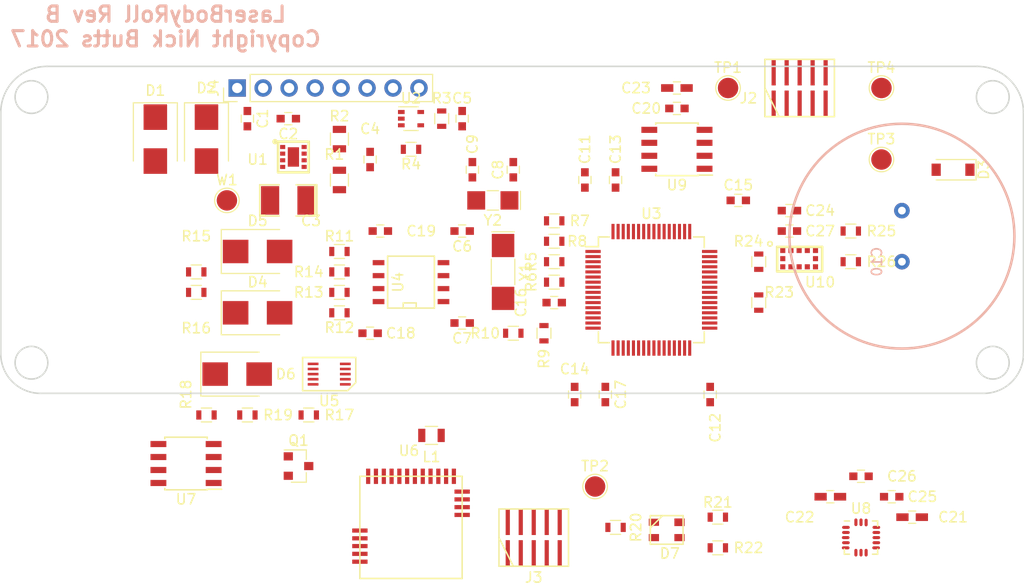
<source format=kicad_pcb>
(kicad_pcb (version 20170919) (host pcbnew "(2017-09-19 revision dddaa7e69)-makepkg")

  (general
    (thickness 1.6)
    (drawings 13)
    (tracks 0)
    (zones 0)
    (modules 82)
    (nets 107)
  )

  (page A4)
  (layers
    (0 F.Cu signal)
    (31 B.Cu signal)
    (32 B.Adhes user)
    (33 F.Adhes user)
    (34 B.Paste user)
    (35 F.Paste user)
    (36 B.SilkS user)
    (37 F.SilkS user)
    (38 B.Mask user)
    (39 F.Mask user)
    (40 Dwgs.User user)
    (41 Cmts.User user)
    (42 Eco1.User user)
    (43 Eco2.User user)
    (44 Edge.Cuts user)
    (45 Margin user)
    (46 B.CrtYd user)
    (47 F.CrtYd user)
    (48 B.Fab user)
    (49 F.Fab user hide)
  )

  (setup
    (last_trace_width 0.25)
    (user_trace_width 0.1524)
    (user_trace_width 0.5)
    (trace_clearance 0.2)
    (zone_clearance 0.25)
    (zone_45_only no)
    (trace_min 0.1524)
    (segment_width 0.2)
    (edge_width 0.15)
    (via_size 0.8)
    (via_drill 0.4)
    (via_min_size 0.4)
    (via_min_drill 0.3)
    (uvia_size 0.3)
    (uvia_drill 0.1)
    (uvias_allowed no)
    (uvia_min_size 0.2)
    (uvia_min_drill 0.1)
    (pcb_text_width 0.3)
    (pcb_text_size 1.5 1.5)
    (mod_edge_width 0.15)
    (mod_text_size 1 1)
    (mod_text_width 0.15)
    (pad_size 1.524 1.524)
    (pad_drill 0.762)
    (pad_to_mask_clearance 0.2)
    (aux_axis_origin 0 0)
    (visible_elements 7FFFFFFF)
    (pcbplotparams
      (layerselection 0x010f0_ffffffff)
      (usegerberextensions true)
      (usegerberattributes true)
      (usegerberadvancedattributes true)
      (creategerberjobfile true)
      (excludeedgelayer true)
      (linewidth 0.100000)
      (plotframeref false)
      (viasonmask false)
      (mode 1)
      (useauxorigin false)
      (hpglpennumber 1)
      (hpglpenspeed 20)
      (hpglpendiameter 15)
      (psnegative false)
      (psa4output false)
      (plotreference true)
      (plotvalue true)
      (plotinvisibletext false)
      (padsonsilk false)
      (subtractmaskfromsilk false)
      (outputformat 1)
      (mirror false)
      (drillshape 0)
      (scaleselection 1)
      (outputdirectory gerber))
  )

  (net 0 "")
  (net 1 GND)
  (net 2 +5V)
  (net 3 "Net-(C10-Pad1)")
  (net 4 "Net-(Q1-Pad1)")
  (net 5 VCC)
  (net 6 "Net-(U1-Pad7)")
  (net 7 /IO/ANA_OUT1)
  (net 8 /IO/ANA_OUT2)
  (net 9 "Net-(U6-Pad8)")
  (net 10 "Net-(J2-Pad8)")
  (net 11 "Net-(C6-Pad1)")
  (net 12 /Processor/SWDV)
  (net 13 12V)
  (net 14 "Net-(C2-Pad1)")
  (net 15 5V)
  (net 16 "Net-(C7-Pad1)")
  (net 17 "Net-(C8-Pad1)")
  (net 18 "Net-(C9-Pad1)")
  (net 19 "Net-(C18-Pad1)")
  (net 20 "Net-(C19-Pad1)")
  (net 21 "Net-(C21-Pad1)")
  (net 22 PWR_IN)
  (net 23 /IO/DIN)
  (net 24 "Net-(D7-Pad4)")
  (net 25 "Net-(D7-Pad1)")
  (net 26 "Net-(D7-Pad3)")
  (net 27 /Processor/STM_RES)
  (net 28 /Processor/STM_SWDIO)
  (net 29 /Processor/STM_SWDCLK)
  (net 30 /Logic/XRES)
  (net 31 "Net-(J3-Pad8)")
  (net 32 /Logic/SWDIO)
  (net 33 /Logic/SWDCLK)
  (net 34 /Logic/SWDV)
  (net 35 CANL)
  (net 36 CANH)
  (net 37 /IO/DOUT)
  (net 38 "Net-(L1-Pad2)")
  (net 39 CPU_DIN1)
  (net 40 "Net-(R1-Pad2)")
  (net 41 "Net-(R3-Pad2)")
  (net 42 "Net-(R5-Pad1)")
  (net 43 "Net-(R6-Pad1)")
  (net 44 "Net-(R7-Pad1)")
  (net 45 "Net-(R8-Pad1)")
  (net 46 "Net-(R10-Pad2)")
  (net 47 "Net-(R11-Pad1)")
  (net 48 "Net-(R12-Pad1)")
  (net 49 /IO/12V_PULLUP)
  (net 50 RED)
  (net 51 GREEN)
  (net 52 BLUE)
  (net 53 SCL)
  (net 54 SDA)
  (net 55 /Logic/VL53L0X_XSHUT)
  (net 56 /Logic/VL53L0X_GP)
  (net 57 "Net-(U3-Pad62)")
  (net 58 "Net-(U3-Pad61)")
  (net 59 "Net-(U3-Pad59)")
  (net 60 "Net-(U3-Pad58)")
  (net 61 FLASH_MOSI)
  (net 62 "Net-(U3-Pad56)")
  (net 63 BLE_SCLK)
  (net 64 "Net-(U3-Pad54)")
  (net 65 "Net-(U3-Pad53)")
  (net 66 FLASH_MISO)
  (net 67 FLASH_SCLK)
  (net 68 FLASH_CS)
  (net 69 CAN_RXD)
  (net 70 CAN_TXD)
  (net 71 "Net-(U3-Pad43)")
  (net 72 "Net-(U3-Pad42)")
  (net 73 "Net-(U3-Pad39)")
  (net 74 "Net-(U3-Pad38)")
  (net 75 "Net-(U3-Pad37)")
  (net 76 IMU_MOSI)
  (net 77 IMU_MISO)
  (net 78 IMU_SCLK)
  (net 79 IMU_CS)
  (net 80 "Net-(U3-Pad27)")
  (net 81 "Net-(U3-Pad26)")
  (net 82 IMU_INT)
  (net 83 BLE_MOSI)
  (net 84 BLE_MISO)
  (net 85 DAC2)
  (net 86 DAC1)
  (net 87 BLE_CS)
  (net 88 "Net-(U3-Pad16)")
  (net 89 "Net-(U3-Pad15)")
  (net 90 CPU_DOUT2_ST)
  (net 91 CPU_DOUT2)
  (net 92 CPU_DOUT1_ST)
  (net 93 CPU_DOUT1)
  (net 94 "Net-(U3-Pad2)")
  (net 95 "Net-(U6-Pad2)")
  (net 96 "Net-(U6-Pad3)")
  (net 97 "Net-(U6-Pad4)")
  (net 98 "Net-(U6-Pad9)")
  (net 99 "Net-(U6-Pad15)")
  (net 100 "Net-(U6-Pad16)")
  (net 101 "Net-(U6-Pad17)")
  (net 102 "Net-(U6-Pad20)")
  (net 103 "Net-(U6-Pad21)")
  (net 104 "Net-(U8-Pad7)")
  (net 105 "Net-(U8-Pad8)")
  (net 106 "Net-(U10-Pad8)")

  (net_class Default "This is the default net class."
    (clearance 0.2)
    (trace_width 0.25)
    (via_dia 0.8)
    (via_drill 0.4)
    (uvia_dia 0.3)
    (uvia_drill 0.1)
    (add_net /IO/12V_PULLUP)
    (add_net /IO/ANA_OUT1)
    (add_net /IO/ANA_OUT2)
    (add_net /IO/DIN)
    (add_net /IO/DOUT)
    (add_net /Logic/SWDCLK)
    (add_net /Logic/SWDIO)
    (add_net /Logic/SWDV)
    (add_net /Logic/VL53L0X_GP)
    (add_net /Logic/VL53L0X_XSHUT)
    (add_net /Logic/XRES)
    (add_net /Processor/STM_RES)
    (add_net /Processor/STM_SWDCLK)
    (add_net /Processor/STM_SWDIO)
    (add_net /Processor/SWDV)
    (add_net 12V)
    (add_net 5V)
    (add_net BLE_CS)
    (add_net BLE_MISO)
    (add_net BLE_MOSI)
    (add_net BLE_SCLK)
    (add_net BLUE)
    (add_net CANH)
    (add_net CANL)
    (add_net CAN_RXD)
    (add_net CAN_TXD)
    (add_net CPU_DIN1)
    (add_net CPU_DOUT1)
    (add_net CPU_DOUT1_ST)
    (add_net CPU_DOUT2)
    (add_net CPU_DOUT2_ST)
    (add_net DAC1)
    (add_net DAC2)
    (add_net FLASH_CS)
    (add_net FLASH_MISO)
    (add_net FLASH_MOSI)
    (add_net FLASH_SCLK)
    (add_net GND)
    (add_net GREEN)
    (add_net IMU_CS)
    (add_net IMU_INT)
    (add_net IMU_MISO)
    (add_net IMU_MOSI)
    (add_net IMU_SCLK)
    (add_net "Net-(C10-Pad1)")
    (add_net "Net-(C18-Pad1)")
    (add_net "Net-(C19-Pad1)")
    (add_net "Net-(C2-Pad1)")
    (add_net "Net-(C21-Pad1)")
    (add_net "Net-(C6-Pad1)")
    (add_net "Net-(C7-Pad1)")
    (add_net "Net-(C8-Pad1)")
    (add_net "Net-(C9-Pad1)")
    (add_net "Net-(D7-Pad1)")
    (add_net "Net-(D7-Pad3)")
    (add_net "Net-(D7-Pad4)")
    (add_net "Net-(J2-Pad8)")
    (add_net "Net-(J3-Pad8)")
    (add_net "Net-(L1-Pad2)")
    (add_net "Net-(Q1-Pad1)")
    (add_net "Net-(R1-Pad2)")
    (add_net "Net-(R10-Pad2)")
    (add_net "Net-(R11-Pad1)")
    (add_net "Net-(R12-Pad1)")
    (add_net "Net-(R3-Pad2)")
    (add_net "Net-(R5-Pad1)")
    (add_net "Net-(R6-Pad1)")
    (add_net "Net-(R7-Pad1)")
    (add_net "Net-(R8-Pad1)")
    (add_net "Net-(U1-Pad7)")
    (add_net "Net-(U10-Pad8)")
    (add_net "Net-(U3-Pad15)")
    (add_net "Net-(U3-Pad16)")
    (add_net "Net-(U3-Pad2)")
    (add_net "Net-(U3-Pad26)")
    (add_net "Net-(U3-Pad27)")
    (add_net "Net-(U3-Pad37)")
    (add_net "Net-(U3-Pad38)")
    (add_net "Net-(U3-Pad39)")
    (add_net "Net-(U3-Pad42)")
    (add_net "Net-(U3-Pad43)")
    (add_net "Net-(U3-Pad53)")
    (add_net "Net-(U3-Pad54)")
    (add_net "Net-(U3-Pad56)")
    (add_net "Net-(U3-Pad58)")
    (add_net "Net-(U3-Pad59)")
    (add_net "Net-(U3-Pad61)")
    (add_net "Net-(U3-Pad62)")
    (add_net "Net-(U6-Pad15)")
    (add_net "Net-(U6-Pad16)")
    (add_net "Net-(U6-Pad17)")
    (add_net "Net-(U6-Pad2)")
    (add_net "Net-(U6-Pad20)")
    (add_net "Net-(U6-Pad21)")
    (add_net "Net-(U6-Pad3)")
    (add_net "Net-(U6-Pad4)")
    (add_net "Net-(U6-Pad8)")
    (add_net "Net-(U6-Pad9)")
    (add_net "Net-(U8-Pad7)")
    (add_net "Net-(U8-Pad8)")
    (add_net PWR_IN)
    (add_net RED)
    (add_net SCL)
    (add_net SDA)
    (add_net VCC)
  )

  (module KicadFootprint:Elna_Dynacap (layer B.Cu) (tedit 5A809FCC) (tstamp 5A823BC2)
    (at 113 56 90)
    (path /59E951CD/5A813062)
    (fp_text reference C10 (at 0 -2.45 90) (layer B.SilkS)
      (effects (font (size 1 1) (thickness 0.15)) (justify mirror))
    )
    (fp_text value 1.5F (at 0 2.85 90) (layer B.Fab)
      (effects (font (size 1 1) (thickness 0.15)) (justify mirror))
    )
    (fp_circle (center 2.5 0) (end 13.5 0) (layer B.SilkS) (width 0.25))
    (pad 2 thru_hole circle (at 5 0 90) (size 1.524 1.524) (drill 0.762) (layers *.Cu *.Mask)
      (net 1 GND))
    (pad 1 thru_hole circle (at 0 0 90) (size 1.524 1.524) (drill 0.762) (layers *.Cu *.Mask)
      (net 3 "Net-(C10-Pad1)"))
  )

  (module TO_SOT_Packages_SMD:SOT-353_SC-70-5 (layer F.Cu) (tedit 58CE4E7F) (tstamp 5A81766A)
    (at 65 42)
    (descr "SOT-353, SC-70-5")
    (tags "SOT-353 SC-70-5")
    (path /59E70A39/5A817B7A)
    (attr smd)
    (fp_text reference U2 (at 0 -2) (layer F.SilkS)
      (effects (font (size 1 1) (thickness 0.15)))
    )
    (fp_text value LDK130-ADJ_SOT23_SOT353 (at 0 2 180) (layer F.Fab)
      (effects (font (size 1 1) (thickness 0.15)))
    )
    (fp_line (start -0.175 -1.1) (end -0.675 -0.6) (layer F.Fab) (width 0.1))
    (fp_line (start 0.675 1.1) (end -0.675 1.1) (layer F.Fab) (width 0.1))
    (fp_line (start 0.675 -1.1) (end 0.675 1.1) (layer F.Fab) (width 0.1))
    (fp_line (start -1.6 1.4) (end 1.6 1.4) (layer F.CrtYd) (width 0.05))
    (fp_line (start -0.675 -0.6) (end -0.675 1.1) (layer F.Fab) (width 0.1))
    (fp_line (start 0.675 -1.1) (end -0.175 -1.1) (layer F.Fab) (width 0.1))
    (fp_line (start -1.6 -1.4) (end 1.6 -1.4) (layer F.CrtYd) (width 0.05))
    (fp_line (start -1.6 -1.4) (end -1.6 1.4) (layer F.CrtYd) (width 0.05))
    (fp_line (start 1.6 1.4) (end 1.6 -1.4) (layer F.CrtYd) (width 0.05))
    (fp_line (start -0.7 1.16) (end 0.7 1.16) (layer F.SilkS) (width 0.12))
    (fp_line (start 0.7 -1.16) (end -1.2 -1.16) (layer F.SilkS) (width 0.12))
    (fp_text user %R (at 0 0 90) (layer F.Fab)
      (effects (font (size 0.5 0.5) (thickness 0.075)))
    )
    (pad 5 smd rect (at 0.95 -0.65) (size 0.65 0.4) (layers F.Cu F.Paste F.Mask)
      (net 5 VCC))
    (pad 4 smd rect (at 0.95 0.65) (size 0.65 0.4) (layers F.Cu F.Paste F.Mask)
      (net 41 "Net-(R3-Pad2)"))
    (pad 2 smd rect (at -0.95 0) (size 0.65 0.4) (layers F.Cu F.Paste F.Mask)
      (net 1 GND))
    (pad 3 smd rect (at -0.95 0.65) (size 0.65 0.4) (layers F.Cu F.Paste F.Mask)
      (net 15 5V))
    (pad 1 smd rect (at -0.95 -0.65) (size 0.65 0.4) (layers F.Cu F.Paste F.Mask)
      (net 15 5V))
    (model ${KISYS3DMOD}/TO_SOT_Packages_SMD.3dshapes/SOT-353_SC-70-5.wrl
      (at (xyz 0 0 0))
      (scale (xyz 1 1 1))
      (rotate (xyz 0 0 0))
    )
  )

  (module Capacitors_SMD:C_0603 (layer F.Cu) (tedit 59958EE7) (tstamp 5A810DBB)
    (at 53 42 180)
    (descr "Capacitor SMD 0603, reflow soldering, AVX (see smccp.pdf)")
    (tags "capacitor 0603")
    (path /59E70A39/57EC6EE3)
    (attr smd)
    (fp_text reference C2 (at 0 -1.5 180) (layer F.SilkS)
      (effects (font (size 1 1) (thickness 0.15)))
    )
    (fp_text value 3.3n (at 0 1.5 180) (layer F.Fab)
      (effects (font (size 1 1) (thickness 0.15)))
    )
    (fp_text user %R (at 0 0 180) (layer F.Fab)
      (effects (font (size 0.3 0.3) (thickness 0.075)))
    )
    (fp_line (start -0.8 0.4) (end -0.8 -0.4) (layer F.Fab) (width 0.1))
    (fp_line (start 0.8 0.4) (end -0.8 0.4) (layer F.Fab) (width 0.1))
    (fp_line (start 0.8 -0.4) (end 0.8 0.4) (layer F.Fab) (width 0.1))
    (fp_line (start -0.8 -0.4) (end 0.8 -0.4) (layer F.Fab) (width 0.1))
    (fp_line (start -0.35 -0.6) (end 0.35 -0.6) (layer F.SilkS) (width 0.12))
    (fp_line (start 0.35 0.6) (end -0.35 0.6) (layer F.SilkS) (width 0.12))
    (fp_line (start -1.4 -0.65) (end 1.4 -0.65) (layer F.CrtYd) (width 0.05))
    (fp_line (start -1.4 -0.65) (end -1.4 0.65) (layer F.CrtYd) (width 0.05))
    (fp_line (start 1.4 0.65) (end 1.4 -0.65) (layer F.CrtYd) (width 0.05))
    (fp_line (start 1.4 0.65) (end -1.4 0.65) (layer F.CrtYd) (width 0.05))
    (pad 1 smd rect (at -0.75 0 180) (size 0.8 0.75) (layers F.Cu F.Paste F.Mask)
      (net 14 "Net-(C2-Pad1)"))
    (pad 2 smd rect (at 0.75 0 180) (size 0.8 0.75) (layers F.Cu F.Paste F.Mask)
      (net 1 GND))
    (model Capacitors_SMD.3dshapes/C_0603.wrl
      (at (xyz 0 0 0))
      (scale (xyz 1 1 1))
      (rotate (xyz 0 0 0))
    )
  )

  (module Capacitors_SMD:C_0603 (layer F.Cu) (tedit 59958EE7) (tstamp 5A810D6B)
    (at 49 42 270)
    (descr "Capacitor SMD 0603, reflow soldering, AVX (see smccp.pdf)")
    (tags "capacitor 0603")
    (path /59E70A39/57EC6C01)
    (attr smd)
    (fp_text reference C1 (at 0 -1.5 270) (layer F.SilkS)
      (effects (font (size 1 1) (thickness 0.15)))
    )
    (fp_text value 10u (at 0 1.5 270) (layer F.Fab)
      (effects (font (size 1 1) (thickness 0.15)))
    )
    (fp_line (start 1.4 0.65) (end -1.4 0.65) (layer F.CrtYd) (width 0.05))
    (fp_line (start 1.4 0.65) (end 1.4 -0.65) (layer F.CrtYd) (width 0.05))
    (fp_line (start -1.4 -0.65) (end -1.4 0.65) (layer F.CrtYd) (width 0.05))
    (fp_line (start -1.4 -0.65) (end 1.4 -0.65) (layer F.CrtYd) (width 0.05))
    (fp_line (start 0.35 0.6) (end -0.35 0.6) (layer F.SilkS) (width 0.12))
    (fp_line (start -0.35 -0.6) (end 0.35 -0.6) (layer F.SilkS) (width 0.12))
    (fp_line (start -0.8 -0.4) (end 0.8 -0.4) (layer F.Fab) (width 0.1))
    (fp_line (start 0.8 -0.4) (end 0.8 0.4) (layer F.Fab) (width 0.1))
    (fp_line (start 0.8 0.4) (end -0.8 0.4) (layer F.Fab) (width 0.1))
    (fp_line (start -0.8 0.4) (end -0.8 -0.4) (layer F.Fab) (width 0.1))
    (fp_text user %R (at 0 0 270) (layer F.Fab)
      (effects (font (size 0.3 0.3) (thickness 0.075)))
    )
    (pad 2 smd rect (at 0.75 0 270) (size 0.8 0.75) (layers F.Cu F.Paste F.Mask)
      (net 1 GND))
    (pad 1 smd rect (at -0.75 0 270) (size 0.8 0.75) (layers F.Cu F.Paste F.Mask)
      (net 13 12V))
    (model Capacitors_SMD.3dshapes/C_0603.wrl
      (at (xyz 0 0 0))
      (scale (xyz 1 1 1))
      (rotate (xyz 0 0 0))
    )
  )

  (module Capacitors_SMD:C_0603_HandSoldering (layer F.Cu) (tedit 58AA848B) (tstamp 5A810CAB)
    (at 106 79 180)
    (descr "Capacitor SMD 0603, hand soldering")
    (tags "capacitor 0603")
    (path /5A8091D6/59F1D95C)
    (attr smd)
    (fp_text reference C22 (at 3 -2 180) (layer F.SilkS)
      (effects (font (size 1 1) (thickness 0.15)))
    )
    (fp_text value 0.1u (at 0 1.5 180) (layer F.Fab)
      (effects (font (size 1 1) (thickness 0.15)))
    )
    (fp_line (start 1.8 0.65) (end -1.8 0.65) (layer F.CrtYd) (width 0.05))
    (fp_line (start 1.8 0.65) (end 1.8 -0.65) (layer F.CrtYd) (width 0.05))
    (fp_line (start -1.8 -0.65) (end -1.8 0.65) (layer F.CrtYd) (width 0.05))
    (fp_line (start -1.8 -0.65) (end 1.8 -0.65) (layer F.CrtYd) (width 0.05))
    (fp_line (start 0.35 0.6) (end -0.35 0.6) (layer F.SilkS) (width 0.12))
    (fp_line (start -0.35 -0.6) (end 0.35 -0.6) (layer F.SilkS) (width 0.12))
    (fp_line (start -0.8 -0.4) (end 0.8 -0.4) (layer F.Fab) (width 0.1))
    (fp_line (start 0.8 -0.4) (end 0.8 0.4) (layer F.Fab) (width 0.1))
    (fp_line (start 0.8 0.4) (end -0.8 0.4) (layer F.Fab) (width 0.1))
    (fp_line (start -0.8 0.4) (end -0.8 -0.4) (layer F.Fab) (width 0.1))
    (fp_text user %R (at 0 -1.25 180) (layer F.Fab)
      (effects (font (size 1 1) (thickness 0.15)))
    )
    (pad 2 smd rect (at 0.95 0 180) (size 1.2 0.75) (layers F.Cu F.Paste F.Mask)
      (net 1 GND))
    (pad 1 smd rect (at -0.95 0 180) (size 1.2 0.75) (layers F.Cu F.Paste F.Mask)
      (net 5 VCC))
    (model Capacitors_SMD.3dshapes/C_0603.wrl
      (at (xyz 0 0 0))
      (scale (xyz 1 1 1))
      (rotate (xyz 0 0 0))
    )
  )

  (module Capacitors_SMD:C_0603_HandSoldering (layer F.Cu) (tedit 58AA848B) (tstamp 5A810C9B)
    (at 91 39)
    (descr "Capacitor SMD 0603, hand soldering")
    (tags "capacitor 0603")
    (path /5A8091D6/5A804FA7)
    (attr smd)
    (fp_text reference C23 (at -4 0) (layer F.SilkS)
      (effects (font (size 1 1) (thickness 0.15)))
    )
    (fp_text value 1u (at 0 1.5) (layer F.Fab)
      (effects (font (size 1 1) (thickness 0.15)))
    )
    (fp_text user %R (at 0 -1.25) (layer F.Fab)
      (effects (font (size 1 1) (thickness 0.15)))
    )
    (fp_line (start -0.8 0.4) (end -0.8 -0.4) (layer F.Fab) (width 0.1))
    (fp_line (start 0.8 0.4) (end -0.8 0.4) (layer F.Fab) (width 0.1))
    (fp_line (start 0.8 -0.4) (end 0.8 0.4) (layer F.Fab) (width 0.1))
    (fp_line (start -0.8 -0.4) (end 0.8 -0.4) (layer F.Fab) (width 0.1))
    (fp_line (start -0.35 -0.6) (end 0.35 -0.6) (layer F.SilkS) (width 0.12))
    (fp_line (start 0.35 0.6) (end -0.35 0.6) (layer F.SilkS) (width 0.12))
    (fp_line (start -1.8 -0.65) (end 1.8 -0.65) (layer F.CrtYd) (width 0.05))
    (fp_line (start -1.8 -0.65) (end -1.8 0.65) (layer F.CrtYd) (width 0.05))
    (fp_line (start 1.8 0.65) (end 1.8 -0.65) (layer F.CrtYd) (width 0.05))
    (fp_line (start 1.8 0.65) (end -1.8 0.65) (layer F.CrtYd) (width 0.05))
    (pad 1 smd rect (at -0.95 0) (size 1.2 0.75) (layers F.Cu F.Paste F.Mask)
      (net 5 VCC))
    (pad 2 smd rect (at 0.95 0) (size 1.2 0.75) (layers F.Cu F.Paste F.Mask)
      (net 1 GND))
    (model Capacitors_SMD.3dshapes/C_0603.wrl
      (at (xyz 0 0 0))
      (scale (xyz 1 1 1))
      (rotate (xyz 0 0 0))
    )
  )

  (module Capacitors_SMD:C_0603_HandSoldering (layer F.Cu) (tedit 58AA848B) (tstamp 5A810C8B)
    (at 114 81)
    (descr "Capacitor SMD 0603, hand soldering")
    (tags "capacitor 0603")
    (path /5A8091D6/5A142057)
    (attr smd)
    (fp_text reference C21 (at 4 0) (layer F.SilkS)
      (effects (font (size 1 1) (thickness 0.15)))
    )
    (fp_text value 0.1u (at 0 1.5) (layer F.Fab)
      (effects (font (size 1 1) (thickness 0.15)))
    )
    (fp_line (start 1.8 0.65) (end -1.8 0.65) (layer F.CrtYd) (width 0.05))
    (fp_line (start 1.8 0.65) (end 1.8 -0.65) (layer F.CrtYd) (width 0.05))
    (fp_line (start -1.8 -0.65) (end -1.8 0.65) (layer F.CrtYd) (width 0.05))
    (fp_line (start -1.8 -0.65) (end 1.8 -0.65) (layer F.CrtYd) (width 0.05))
    (fp_line (start 0.35 0.6) (end -0.35 0.6) (layer F.SilkS) (width 0.12))
    (fp_line (start -0.35 -0.6) (end 0.35 -0.6) (layer F.SilkS) (width 0.12))
    (fp_line (start -0.8 -0.4) (end 0.8 -0.4) (layer F.Fab) (width 0.1))
    (fp_line (start 0.8 -0.4) (end 0.8 0.4) (layer F.Fab) (width 0.1))
    (fp_line (start 0.8 0.4) (end -0.8 0.4) (layer F.Fab) (width 0.1))
    (fp_line (start -0.8 0.4) (end -0.8 -0.4) (layer F.Fab) (width 0.1))
    (fp_text user %R (at 0 -1.25) (layer F.Fab)
      (effects (font (size 1 1) (thickness 0.15)))
    )
    (pad 2 smd rect (at 0.95 0) (size 1.2 0.75) (layers F.Cu F.Paste F.Mask)
      (net 1 GND))
    (pad 1 smd rect (at -0.95 0) (size 1.2 0.75) (layers F.Cu F.Paste F.Mask)
      (net 21 "Net-(C21-Pad1)"))
    (model Capacitors_SMD.3dshapes/C_0603.wrl
      (at (xyz 0 0 0))
      (scale (xyz 1 1 1))
      (rotate (xyz 0 0 0))
    )
  )

  (module Resistors_SMD:R_0603 (layer F.Cu) (tedit 58E0A804) (tstamp 5A810631)
    (at 58 59 180)
    (descr "Resistor SMD 0603, reflow soldering, Vishay (see dcrcw.pdf)")
    (tags "resistor 0603")
    (path /59EA7C91/5A043797)
    (attr smd)
    (fp_text reference R13 (at 3 0 180) (layer F.SilkS)
      (effects (font (size 1 1) (thickness 0.15)))
    )
    (fp_text value 24.3k (at 0 1.5 180) (layer F.Fab)
      (effects (font (size 1 1) (thickness 0.15)))
    )
    (fp_line (start 1.25 0.7) (end -1.25 0.7) (layer F.CrtYd) (width 0.05))
    (fp_line (start 1.25 0.7) (end 1.25 -0.7) (layer F.CrtYd) (width 0.05))
    (fp_line (start -1.25 -0.7) (end -1.25 0.7) (layer F.CrtYd) (width 0.05))
    (fp_line (start -1.25 -0.7) (end 1.25 -0.7) (layer F.CrtYd) (width 0.05))
    (fp_line (start -0.5 -0.68) (end 0.5 -0.68) (layer F.SilkS) (width 0.12))
    (fp_line (start 0.5 0.68) (end -0.5 0.68) (layer F.SilkS) (width 0.12))
    (fp_line (start -0.8 -0.4) (end 0.8 -0.4) (layer F.Fab) (width 0.1))
    (fp_line (start 0.8 -0.4) (end 0.8 0.4) (layer F.Fab) (width 0.1))
    (fp_line (start 0.8 0.4) (end -0.8 0.4) (layer F.Fab) (width 0.1))
    (fp_line (start -0.8 0.4) (end -0.8 -0.4) (layer F.Fab) (width 0.1))
    (fp_text user %R (at 0 0 180) (layer F.Fab)
      (effects (font (size 0.4 0.4) (thickness 0.075)))
    )
    (pad 2 smd rect (at 0.75 0 180) (size 0.5 0.9) (layers F.Cu F.Paste F.Mask)
      (net 19 "Net-(C18-Pad1)"))
    (pad 1 smd rect (at -0.75 0 180) (size 0.5 0.9) (layers F.Cu F.Paste F.Mask)
      (net 48 "Net-(R12-Pad1)"))
    (model ${KISYS3DMOD}/Resistors_SMD.3dshapes/R_0603.wrl
      (at (xyz 0 0 0))
      (scale (xyz 1 1 1))
      (rotate (xyz 0 0 0))
    )
  )

  (module Resistors_SMD:R_0603 (layer F.Cu) (tedit 58E0A804) (tstamp 5A810621)
    (at 58 55 180)
    (descr "Resistor SMD 0603, reflow soldering, Vishay (see dcrcw.pdf)")
    (tags "resistor 0603")
    (path /59EA7C91/5A043102)
    (attr smd)
    (fp_text reference R11 (at 0 1.5 180) (layer F.SilkS)
      (effects (font (size 1 1) (thickness 0.15)))
    )
    (fp_text value 24.3k (at 0 1.5 180) (layer F.Fab)
      (effects (font (size 1 1) (thickness 0.15)))
    )
    (fp_text user %R (at 0 0 180) (layer F.Fab)
      (effects (font (size 0.4 0.4) (thickness 0.075)))
    )
    (fp_line (start -0.8 0.4) (end -0.8 -0.4) (layer F.Fab) (width 0.1))
    (fp_line (start 0.8 0.4) (end -0.8 0.4) (layer F.Fab) (width 0.1))
    (fp_line (start 0.8 -0.4) (end 0.8 0.4) (layer F.Fab) (width 0.1))
    (fp_line (start -0.8 -0.4) (end 0.8 -0.4) (layer F.Fab) (width 0.1))
    (fp_line (start 0.5 0.68) (end -0.5 0.68) (layer F.SilkS) (width 0.12))
    (fp_line (start -0.5 -0.68) (end 0.5 -0.68) (layer F.SilkS) (width 0.12))
    (fp_line (start -1.25 -0.7) (end 1.25 -0.7) (layer F.CrtYd) (width 0.05))
    (fp_line (start -1.25 -0.7) (end -1.25 0.7) (layer F.CrtYd) (width 0.05))
    (fp_line (start 1.25 0.7) (end 1.25 -0.7) (layer F.CrtYd) (width 0.05))
    (fp_line (start 1.25 0.7) (end -1.25 0.7) (layer F.CrtYd) (width 0.05))
    (pad 1 smd rect (at -0.75 0 180) (size 0.5 0.9) (layers F.Cu F.Paste F.Mask)
      (net 47 "Net-(R11-Pad1)"))
    (pad 2 smd rect (at 0.75 0 180) (size 0.5 0.9) (layers F.Cu F.Paste F.Mask)
      (net 1 GND))
    (model ${KISYS3DMOD}/Resistors_SMD.3dshapes/R_0603.wrl
      (at (xyz 0 0 0))
      (scale (xyz 1 1 1))
      (rotate (xyz 0 0 0))
    )
  )

  (module Resistors_SMD:R_0603 (layer F.Cu) (tedit 58E0A804) (tstamp 5A810611)
    (at 58 57 180)
    (descr "Resistor SMD 0603, reflow soldering, Vishay (see dcrcw.pdf)")
    (tags "resistor 0603")
    (path /59EA7C91/5A04301A)
    (attr smd)
    (fp_text reference R14 (at 3 0 180) (layer F.SilkS)
      (effects (font (size 1 1) (thickness 0.15)))
    )
    (fp_text value 24.3k (at 0 1.5 180) (layer F.Fab)
      (effects (font (size 1 1) (thickness 0.15)))
    )
    (fp_line (start 1.25 0.7) (end -1.25 0.7) (layer F.CrtYd) (width 0.05))
    (fp_line (start 1.25 0.7) (end 1.25 -0.7) (layer F.CrtYd) (width 0.05))
    (fp_line (start -1.25 -0.7) (end -1.25 0.7) (layer F.CrtYd) (width 0.05))
    (fp_line (start -1.25 -0.7) (end 1.25 -0.7) (layer F.CrtYd) (width 0.05))
    (fp_line (start -0.5 -0.68) (end 0.5 -0.68) (layer F.SilkS) (width 0.12))
    (fp_line (start 0.5 0.68) (end -0.5 0.68) (layer F.SilkS) (width 0.12))
    (fp_line (start -0.8 -0.4) (end 0.8 -0.4) (layer F.Fab) (width 0.1))
    (fp_line (start 0.8 -0.4) (end 0.8 0.4) (layer F.Fab) (width 0.1))
    (fp_line (start 0.8 0.4) (end -0.8 0.4) (layer F.Fab) (width 0.1))
    (fp_line (start -0.8 0.4) (end -0.8 -0.4) (layer F.Fab) (width 0.1))
    (fp_text user %R (at 0 0 180) (layer F.Fab)
      (effects (font (size 0.4 0.4) (thickness 0.075)))
    )
    (pad 2 smd rect (at 0.75 0 180) (size 0.5 0.9) (layers F.Cu F.Paste F.Mask)
      (net 20 "Net-(C19-Pad1)"))
    (pad 1 smd rect (at -0.75 0 180) (size 0.5 0.9) (layers F.Cu F.Paste F.Mask)
      (net 47 "Net-(R11-Pad1)"))
    (model ${KISYS3DMOD}/Resistors_SMD.3dshapes/R_0603.wrl
      (at (xyz 0 0 0))
      (scale (xyz 1 1 1))
      (rotate (xyz 0 0 0))
    )
  )

  (module Resistors_SMD:R_0603 (layer F.Cu) (tedit 58E0A804) (tstamp 5A810561)
    (at 58 61 180)
    (descr "Resistor SMD 0603, reflow soldering, Vishay (see dcrcw.pdf)")
    (tags "resistor 0603")
    (path /59EA7C91/5A043833)
    (attr smd)
    (fp_text reference R12 (at 0 -1.45 180) (layer F.SilkS)
      (effects (font (size 1 1) (thickness 0.15)))
    )
    (fp_text value 24.3k (at 0 1.5 180) (layer F.Fab)
      (effects (font (size 1 1) (thickness 0.15)))
    )
    (fp_line (start 1.25 0.7) (end -1.25 0.7) (layer F.CrtYd) (width 0.05))
    (fp_line (start 1.25 0.7) (end 1.25 -0.7) (layer F.CrtYd) (width 0.05))
    (fp_line (start -1.25 -0.7) (end -1.25 0.7) (layer F.CrtYd) (width 0.05))
    (fp_line (start -1.25 -0.7) (end 1.25 -0.7) (layer F.CrtYd) (width 0.05))
    (fp_line (start -0.5 -0.68) (end 0.5 -0.68) (layer F.SilkS) (width 0.12))
    (fp_line (start 0.5 0.68) (end -0.5 0.68) (layer F.SilkS) (width 0.12))
    (fp_line (start -0.8 -0.4) (end 0.8 -0.4) (layer F.Fab) (width 0.1))
    (fp_line (start 0.8 -0.4) (end 0.8 0.4) (layer F.Fab) (width 0.1))
    (fp_line (start 0.8 0.4) (end -0.8 0.4) (layer F.Fab) (width 0.1))
    (fp_line (start -0.8 0.4) (end -0.8 -0.4) (layer F.Fab) (width 0.1))
    (fp_text user %R (at 0 0 180) (layer F.Fab)
      (effects (font (size 0.4 0.4) (thickness 0.075)))
    )
    (pad 2 smd rect (at 0.75 0 180) (size 0.5 0.9) (layers F.Cu F.Paste F.Mask)
      (net 1 GND))
    (pad 1 smd rect (at -0.75 0 180) (size 0.5 0.9) (layers F.Cu F.Paste F.Mask)
      (net 48 "Net-(R12-Pad1)"))
    (model ${KISYS3DMOD}/Resistors_SMD.3dshapes/R_0603.wrl
      (at (xyz 0 0 0))
      (scale (xyz 1 1 1))
      (rotate (xyz 0 0 0))
    )
  )

  (module KicadFootprint:FTSH-105-01-L-DV-K (layer F.Cu) (tedit 585AEB87) (tstamp 59F2A1BA)
    (at 103 39)
    (path /59E951CD/59E96382)
    (fp_text reference J2 (at -5 1) (layer F.SilkS)
      (effects (font (size 1 1) (thickness 0.15)))
    )
    (fp_text value FTSH-105-01-L-DV-K (at 0 -3.5) (layer F.Fab)
      (effects (font (size 1 1) (thickness 0.15)))
    )
    (fp_line (start -2 2.8) (end -3.4 0) (layer F.SilkS) (width 0.15))
    (fp_line (start -3.4 -2.8) (end 3.4 -2.8) (layer F.SilkS) (width 0.15))
    (fp_line (start 3.4 -2.8) (end 3.4 2.8) (layer F.SilkS) (width 0.15))
    (fp_line (start 3.4 2.8) (end -3.4 2.8) (layer F.SilkS) (width 0.15))
    (fp_line (start -3.4 2.8) (end -3.4 -2.8) (layer F.SilkS) (width 0.15))
    (pad 9 smd rect (at 2.54 1.5) (size 0.41 2.5) (layers F.Cu F.Paste F.Mask)
      (net 1 GND))
    (pad 7 smd rect (at 1.27 1.5) (size 0.41 2.5) (layers F.Cu F.Paste F.Mask)
      (net 1 GND))
    (pad 1 smd rect (at -2.54 1.5) (size 0.41 2.5) (layers F.Cu F.Paste F.Mask)
      (net 5 VCC))
    (pad 3 smd rect (at -1.27 1.5) (size 0.41 2.5) (layers F.Cu F.Paste F.Mask)
      (net 1 GND))
    (pad 10 smd rect (at 2.54 -1.5) (size 0.41 2.5) (layers F.Cu F.Paste F.Mask)
      (net 27 /Processor/STM_RES))
    (pad 8 smd rect (at 1.27 -1.5) (size 0.41 2.5) (layers F.Cu F.Paste F.Mask)
      (net 10 "Net-(J2-Pad8)"))
    (pad 2 smd rect (at -2.54 -1.5) (size 0.41 2.5) (layers F.Cu F.Paste F.Mask)
      (net 28 /Processor/STM_SWDIO))
    (pad 4 smd rect (at -1.27 -1.5) (size 0.41 2.5) (layers F.Cu F.Paste F.Mask)
      (net 29 /Processor/STM_SWDCLK))
    (pad 6 smd rect (at 0 -1.5) (size 0.41 2.5) (layers F.Cu F.Paste F.Mask)
      (net 12 /Processor/SWDV))
    (pad 5 smd rect (at 0 1.5) (size 0.41 2.5) (layers F.Cu F.Paste F.Mask)
      (net 1 GND))
    (model C:/projects/LaserBodyRoll/Mechanical/FTSH-105-01-L-D-K.stp
      (at (xyz 0 0 0))
      (scale (xyz 1 1 1))
      (rotate (xyz -90 0 0))
    )
  )

  (module TO_SOT_Packages_SMD:SOT-23 (layer F.Cu) (tedit 58CE4E7E) (tstamp 59F2A212)
    (at 54 76)
    (descr "SOT-23, Standard")
    (tags SOT-23)
    (path /59EA7C91/59E9EF10)
    (attr smd)
    (fp_text reference Q1 (at 0 -2.5) (layer F.SilkS)
      (effects (font (size 1 1) (thickness 0.15)))
    )
    (fp_text value Q_NPN_BCE (at 0 2.5) (layer F.Fab)
      (effects (font (size 1 1) (thickness 0.15)))
    )
    (fp_text user %R (at 0 0 90) (layer F.Fab)
      (effects (font (size 0.5 0.5) (thickness 0.075)))
    )
    (fp_line (start -0.7 -0.95) (end -0.7 1.5) (layer F.Fab) (width 0.1))
    (fp_line (start -0.15 -1.52) (end 0.7 -1.52) (layer F.Fab) (width 0.1))
    (fp_line (start -0.7 -0.95) (end -0.15 -1.52) (layer F.Fab) (width 0.1))
    (fp_line (start 0.7 -1.52) (end 0.7 1.52) (layer F.Fab) (width 0.1))
    (fp_line (start -0.7 1.52) (end 0.7 1.52) (layer F.Fab) (width 0.1))
    (fp_line (start 0.76 1.58) (end 0.76 0.65) (layer F.SilkS) (width 0.12))
    (fp_line (start 0.76 -1.58) (end 0.76 -0.65) (layer F.SilkS) (width 0.12))
    (fp_line (start -1.7 -1.75) (end 1.7 -1.75) (layer F.CrtYd) (width 0.05))
    (fp_line (start 1.7 -1.75) (end 1.7 1.75) (layer F.CrtYd) (width 0.05))
    (fp_line (start 1.7 1.75) (end -1.7 1.75) (layer F.CrtYd) (width 0.05))
    (fp_line (start -1.7 1.75) (end -1.7 -1.75) (layer F.CrtYd) (width 0.05))
    (fp_line (start 0.76 -1.58) (end -1.4 -1.58) (layer F.SilkS) (width 0.12))
    (fp_line (start 0.76 1.58) (end -0.7 1.58) (layer F.SilkS) (width 0.12))
    (pad 1 smd rect (at -1 -0.95) (size 0.9 0.8) (layers F.Cu F.Paste F.Mask)
      (net 4 "Net-(Q1-Pad1)"))
    (pad 2 smd rect (at -1 0.95) (size 0.9 0.8) (layers F.Cu F.Paste F.Mask)
      (net 1 GND))
    (pad 3 smd rect (at 1 0) (size 0.9 0.8) (layers F.Cu F.Paste F.Mask)
      (net 39 CPU_DIN1))
    (model ${KISYS3DMOD}/TO_SOT_Packages_SMD.3dshapes/SOT-23.wrl
      (at (xyz 0 0 0))
      (scale (xyz 1 1 1))
      (rotate (xyz 0 0 0))
    )
  )

  (module Capacitors_SMD:C_0603 (layer F.Cu) (tedit 59958EE7) (tstamp 5A049BA6)
    (at 71 47 90)
    (descr "Capacitor SMD 0603, reflow soldering, AVX (see smccp.pdf)")
    (tags "capacitor 0603")
    (path /59E951CD/5A814596)
    (attr smd)
    (fp_text reference C9 (at 2.5 0 90) (layer F.SilkS)
      (effects (font (size 1 1) (thickness 0.15)))
    )
    (fp_text value 6.8 (at 0 1.5 90) (layer F.Fab)
      (effects (font (size 1 1) (thickness 0.15)))
    )
    (fp_text user %R (at 0 0 90) (layer F.Fab)
      (effects (font (size 0.3 0.3) (thickness 0.075)))
    )
    (fp_line (start -0.8 0.4) (end -0.8 -0.4) (layer F.Fab) (width 0.1))
    (fp_line (start 0.8 0.4) (end -0.8 0.4) (layer F.Fab) (width 0.1))
    (fp_line (start 0.8 -0.4) (end 0.8 0.4) (layer F.Fab) (width 0.1))
    (fp_line (start -0.8 -0.4) (end 0.8 -0.4) (layer F.Fab) (width 0.1))
    (fp_line (start -0.35 -0.6) (end 0.35 -0.6) (layer F.SilkS) (width 0.12))
    (fp_line (start 0.35 0.6) (end -0.35 0.6) (layer F.SilkS) (width 0.12))
    (fp_line (start -1.4 -0.65) (end 1.4 -0.65) (layer F.CrtYd) (width 0.05))
    (fp_line (start -1.4 -0.65) (end -1.4 0.65) (layer F.CrtYd) (width 0.05))
    (fp_line (start 1.4 0.65) (end 1.4 -0.65) (layer F.CrtYd) (width 0.05))
    (fp_line (start 1.4 0.65) (end -1.4 0.65) (layer F.CrtYd) (width 0.05))
    (pad 1 smd rect (at -0.75 0 90) (size 0.8 0.75) (layers F.Cu F.Paste F.Mask)
      (net 18 "Net-(C9-Pad1)"))
    (pad 2 smd rect (at 0.75 0 90) (size 0.8 0.75) (layers F.Cu F.Paste F.Mask)
      (net 1 GND))
    (model Capacitors_SMD.3dshapes/C_0603.wrl
      (at (xyz 0 0 0))
      (scale (xyz 1 1 1))
      (rotate (xyz 0 0 0))
    )
  )

  (module Capacitors_SMD:C_0603 (layer F.Cu) (tedit 59958EE7) (tstamp 5A049BC6)
    (at 82 48 90)
    (descr "Capacitor SMD 0603, reflow soldering, AVX (see smccp.pdf)")
    (tags "capacitor 0603")
    (path /59E951CD/5A812707)
    (attr smd)
    (fp_text reference C11 (at 3 0 90) (layer F.SilkS)
      (effects (font (size 1 1) (thickness 0.15)))
    )
    (fp_text value 4.7u (at 0 1.5 90) (layer F.Fab)
      (effects (font (size 1 1) (thickness 0.15)))
    )
    (fp_text user %R (at 0 0 90) (layer F.Fab)
      (effects (font (size 0.3 0.3) (thickness 0.075)))
    )
    (fp_line (start -0.8 0.4) (end -0.8 -0.4) (layer F.Fab) (width 0.1))
    (fp_line (start 0.8 0.4) (end -0.8 0.4) (layer F.Fab) (width 0.1))
    (fp_line (start 0.8 -0.4) (end 0.8 0.4) (layer F.Fab) (width 0.1))
    (fp_line (start -0.8 -0.4) (end 0.8 -0.4) (layer F.Fab) (width 0.1))
    (fp_line (start -0.35 -0.6) (end 0.35 -0.6) (layer F.SilkS) (width 0.12))
    (fp_line (start 0.35 0.6) (end -0.35 0.6) (layer F.SilkS) (width 0.12))
    (fp_line (start -1.4 -0.65) (end 1.4 -0.65) (layer F.CrtYd) (width 0.05))
    (fp_line (start -1.4 -0.65) (end -1.4 0.65) (layer F.CrtYd) (width 0.05))
    (fp_line (start 1.4 0.65) (end 1.4 -0.65) (layer F.CrtYd) (width 0.05))
    (fp_line (start 1.4 0.65) (end -1.4 0.65) (layer F.CrtYd) (width 0.05))
    (pad 1 smd rect (at -0.75 0 90) (size 0.8 0.75) (layers F.Cu F.Paste F.Mask)
      (net 5 VCC))
    (pad 2 smd rect (at 0.75 0 90) (size 0.8 0.75) (layers F.Cu F.Paste F.Mask)
      (net 1 GND))
    (model Capacitors_SMD.3dshapes/C_0603.wrl
      (at (xyz 0 0 0))
      (scale (xyz 1 1 1))
      (rotate (xyz 0 0 0))
    )
  )

  (module Capacitors_SMD:C_0603 (layer F.Cu) (tedit 59958EE7) (tstamp 5A049BD6)
    (at 94.25 69 270)
    (descr "Capacitor SMD 0603, reflow soldering, AVX (see smccp.pdf)")
    (tags "capacitor 0603")
    (path /59E951CD/5A8126E1)
    (attr smd)
    (fp_text reference C12 (at 3.25 -0.5 270) (layer F.SilkS)
      (effects (font (size 1 1) (thickness 0.15)))
    )
    (fp_text value 100n (at 0 1.5 270) (layer F.Fab)
      (effects (font (size 1 1) (thickness 0.15)))
    )
    (fp_text user %R (at 0 0 270) (layer F.Fab)
      (effects (font (size 0.3 0.3) (thickness 0.075)))
    )
    (fp_line (start -0.8 0.4) (end -0.8 -0.4) (layer F.Fab) (width 0.1))
    (fp_line (start 0.8 0.4) (end -0.8 0.4) (layer F.Fab) (width 0.1))
    (fp_line (start 0.8 -0.4) (end 0.8 0.4) (layer F.Fab) (width 0.1))
    (fp_line (start -0.8 -0.4) (end 0.8 -0.4) (layer F.Fab) (width 0.1))
    (fp_line (start -0.35 -0.6) (end 0.35 -0.6) (layer F.SilkS) (width 0.12))
    (fp_line (start 0.35 0.6) (end -0.35 0.6) (layer F.SilkS) (width 0.12))
    (fp_line (start -1.4 -0.65) (end 1.4 -0.65) (layer F.CrtYd) (width 0.05))
    (fp_line (start -1.4 -0.65) (end -1.4 0.65) (layer F.CrtYd) (width 0.05))
    (fp_line (start 1.4 0.65) (end 1.4 -0.65) (layer F.CrtYd) (width 0.05))
    (fp_line (start 1.4 0.65) (end -1.4 0.65) (layer F.CrtYd) (width 0.05))
    (pad 1 smd rect (at -0.75 0 270) (size 0.8 0.75) (layers F.Cu F.Paste F.Mask)
      (net 5 VCC))
    (pad 2 smd rect (at 0.75 0 270) (size 0.8 0.75) (layers F.Cu F.Paste F.Mask)
      (net 1 GND))
    (model Capacitors_SMD.3dshapes/C_0603.wrl
      (at (xyz 0 0 0))
      (scale (xyz 1 1 1))
      (rotate (xyz 0 0 0))
    )
  )

  (module Capacitors_SMD:C_0603 (layer F.Cu) (tedit 59958EE7) (tstamp 5A049BE6)
    (at 85 48 90)
    (descr "Capacitor SMD 0603, reflow soldering, AVX (see smccp.pdf)")
    (tags "capacitor 0603")
    (path /59E951CD/5A8126BD)
    (attr smd)
    (fp_text reference C13 (at 3 0 90) (layer F.SilkS)
      (effects (font (size 1 1) (thickness 0.15)))
    )
    (fp_text value 100n (at 0 1.5 90) (layer F.Fab)
      (effects (font (size 1 1) (thickness 0.15)))
    )
    (fp_line (start 1.4 0.65) (end -1.4 0.65) (layer F.CrtYd) (width 0.05))
    (fp_line (start 1.4 0.65) (end 1.4 -0.65) (layer F.CrtYd) (width 0.05))
    (fp_line (start -1.4 -0.65) (end -1.4 0.65) (layer F.CrtYd) (width 0.05))
    (fp_line (start -1.4 -0.65) (end 1.4 -0.65) (layer F.CrtYd) (width 0.05))
    (fp_line (start 0.35 0.6) (end -0.35 0.6) (layer F.SilkS) (width 0.12))
    (fp_line (start -0.35 -0.6) (end 0.35 -0.6) (layer F.SilkS) (width 0.12))
    (fp_line (start -0.8 -0.4) (end 0.8 -0.4) (layer F.Fab) (width 0.1))
    (fp_line (start 0.8 -0.4) (end 0.8 0.4) (layer F.Fab) (width 0.1))
    (fp_line (start 0.8 0.4) (end -0.8 0.4) (layer F.Fab) (width 0.1))
    (fp_line (start -0.8 0.4) (end -0.8 -0.4) (layer F.Fab) (width 0.1))
    (fp_text user %R (at 0 0 90) (layer F.Fab)
      (effects (font (size 0.3 0.3) (thickness 0.075)))
    )
    (pad 2 smd rect (at 0.75 0 90) (size 0.8 0.75) (layers F.Cu F.Paste F.Mask)
      (net 1 GND))
    (pad 1 smd rect (at -0.75 0 90) (size 0.8 0.75) (layers F.Cu F.Paste F.Mask)
      (net 5 VCC))
    (model Capacitors_SMD.3dshapes/C_0603.wrl
      (at (xyz 0 0 0))
      (scale (xyz 1 1 1))
      (rotate (xyz 0 0 0))
    )
  )

  (module Capacitors_SMD:C_0603 (layer F.Cu) (tedit 59958EE7) (tstamp 5A049BF6)
    (at 81 69 270)
    (descr "Capacitor SMD 0603, reflow soldering, AVX (see smccp.pdf)")
    (tags "capacitor 0603")
    (path /59E951CD/5A812697)
    (attr smd)
    (fp_text reference C14 (at -2.5 0 180) (layer F.SilkS)
      (effects (font (size 1 1) (thickness 0.15)))
    )
    (fp_text value 100n (at 0 1.5 270) (layer F.Fab)
      (effects (font (size 1 1) (thickness 0.15)))
    )
    (fp_text user %R (at 0 0 270) (layer F.Fab)
      (effects (font (size 0.3 0.3) (thickness 0.075)))
    )
    (fp_line (start -0.8 0.4) (end -0.8 -0.4) (layer F.Fab) (width 0.1))
    (fp_line (start 0.8 0.4) (end -0.8 0.4) (layer F.Fab) (width 0.1))
    (fp_line (start 0.8 -0.4) (end 0.8 0.4) (layer F.Fab) (width 0.1))
    (fp_line (start -0.8 -0.4) (end 0.8 -0.4) (layer F.Fab) (width 0.1))
    (fp_line (start -0.35 -0.6) (end 0.35 -0.6) (layer F.SilkS) (width 0.12))
    (fp_line (start 0.35 0.6) (end -0.35 0.6) (layer F.SilkS) (width 0.12))
    (fp_line (start -1.4 -0.65) (end 1.4 -0.65) (layer F.CrtYd) (width 0.05))
    (fp_line (start -1.4 -0.65) (end -1.4 0.65) (layer F.CrtYd) (width 0.05))
    (fp_line (start 1.4 0.65) (end 1.4 -0.65) (layer F.CrtYd) (width 0.05))
    (fp_line (start 1.4 0.65) (end -1.4 0.65) (layer F.CrtYd) (width 0.05))
    (pad 1 smd rect (at -0.75 0 270) (size 0.8 0.75) (layers F.Cu F.Paste F.Mask)
      (net 5 VCC))
    (pad 2 smd rect (at 0.75 0 270) (size 0.8 0.75) (layers F.Cu F.Paste F.Mask)
      (net 1 GND))
    (model Capacitors_SMD.3dshapes/C_0603.wrl
      (at (xyz 0 0 0))
      (scale (xyz 1 1 1))
      (rotate (xyz 0 0 0))
    )
  )

  (module Capacitors_SMD:C_0603 (layer F.Cu) (tedit 59958EE7) (tstamp 5A049C06)
    (at 79 60 180)
    (descr "Capacitor SMD 0603, reflow soldering, AVX (see smccp.pdf)")
    (tags "capacitor 0603")
    (path /59E951CD/5A81226C)
    (attr smd)
    (fp_text reference C16 (at 3.25 0 -90) (layer F.SilkS)
      (effects (font (size 1 1) (thickness 0.15)))
    )
    (fp_text value 1u (at 0 1.5 180) (layer F.Fab)
      (effects (font (size 1 1) (thickness 0.15)))
    )
    (fp_text user %R (at 0 0 180) (layer F.Fab)
      (effects (font (size 0.3 0.3) (thickness 0.075)))
    )
    (fp_line (start -0.8 0.4) (end -0.8 -0.4) (layer F.Fab) (width 0.1))
    (fp_line (start 0.8 0.4) (end -0.8 0.4) (layer F.Fab) (width 0.1))
    (fp_line (start 0.8 -0.4) (end 0.8 0.4) (layer F.Fab) (width 0.1))
    (fp_line (start -0.8 -0.4) (end 0.8 -0.4) (layer F.Fab) (width 0.1))
    (fp_line (start -0.35 -0.6) (end 0.35 -0.6) (layer F.SilkS) (width 0.12))
    (fp_line (start 0.35 0.6) (end -0.35 0.6) (layer F.SilkS) (width 0.12))
    (fp_line (start -1.4 -0.65) (end 1.4 -0.65) (layer F.CrtYd) (width 0.05))
    (fp_line (start -1.4 -0.65) (end -1.4 0.65) (layer F.CrtYd) (width 0.05))
    (fp_line (start 1.4 0.65) (end 1.4 -0.65) (layer F.CrtYd) (width 0.05))
    (fp_line (start 1.4 0.65) (end -1.4 0.65) (layer F.CrtYd) (width 0.05))
    (pad 1 smd rect (at -0.75 0 180) (size 0.8 0.75) (layers F.Cu F.Paste F.Mask)
      (net 5 VCC))
    (pad 2 smd rect (at 0.75 0 180) (size 0.8 0.75) (layers F.Cu F.Paste F.Mask)
      (net 1 GND))
    (model Capacitors_SMD.3dshapes/C_0603.wrl
      (at (xyz 0 0 0))
      (scale (xyz 1 1 1))
      (rotate (xyz 0 0 0))
    )
  )

  (module Capacitors_SMD:C_0603 (layer F.Cu) (tedit 59958EE7) (tstamp 5A049C16)
    (at 84 69 270)
    (descr "Capacitor SMD 0603, reflow soldering, AVX (see smccp.pdf)")
    (tags "capacitor 0603")
    (path /59E951CD/5A81229E)
    (attr smd)
    (fp_text reference C17 (at 0 -1.5 270) (layer F.SilkS)
      (effects (font (size 1 1) (thickness 0.15)))
    )
    (fp_text value 10n (at 0 1.5 270) (layer F.Fab)
      (effects (font (size 1 1) (thickness 0.15)))
    )
    (fp_text user %R (at 0 0 270) (layer F.Fab)
      (effects (font (size 0.3 0.3) (thickness 0.075)))
    )
    (fp_line (start -0.8 0.4) (end -0.8 -0.4) (layer F.Fab) (width 0.1))
    (fp_line (start 0.8 0.4) (end -0.8 0.4) (layer F.Fab) (width 0.1))
    (fp_line (start 0.8 -0.4) (end 0.8 0.4) (layer F.Fab) (width 0.1))
    (fp_line (start -0.8 -0.4) (end 0.8 -0.4) (layer F.Fab) (width 0.1))
    (fp_line (start -0.35 -0.6) (end 0.35 -0.6) (layer F.SilkS) (width 0.12))
    (fp_line (start 0.35 0.6) (end -0.35 0.6) (layer F.SilkS) (width 0.12))
    (fp_line (start -1.4 -0.65) (end 1.4 -0.65) (layer F.CrtYd) (width 0.05))
    (fp_line (start -1.4 -0.65) (end -1.4 0.65) (layer F.CrtYd) (width 0.05))
    (fp_line (start 1.4 0.65) (end 1.4 -0.65) (layer F.CrtYd) (width 0.05))
    (fp_line (start 1.4 0.65) (end -1.4 0.65) (layer F.CrtYd) (width 0.05))
    (pad 1 smd rect (at -0.75 0 270) (size 0.8 0.75) (layers F.Cu F.Paste F.Mask)
      (net 5 VCC))
    (pad 2 smd rect (at 0.75 0 270) (size 0.8 0.75) (layers F.Cu F.Paste F.Mask)
      (net 1 GND))
    (model Capacitors_SMD.3dshapes/C_0603.wrl
      (at (xyz 0 0 0))
      (scale (xyz 1 1 1))
      (rotate (xyz 0 0 0))
    )
  )

  (module Capacitors_SMD:C_0603 (layer F.Cu) (tedit 59958EE7) (tstamp 5A049C26)
    (at 61 63)
    (descr "Capacitor SMD 0603, reflow soldering, AVX (see smccp.pdf)")
    (tags "capacitor 0603")
    (path /59EA7C91/59ED235D)
    (attr smd)
    (fp_text reference C18 (at 3 0) (layer F.SilkS)
      (effects (font (size 1 1) (thickness 0.15)))
    )
    (fp_text value 10n (at 0 1.5) (layer F.Fab)
      (effects (font (size 1 1) (thickness 0.15)))
    )
    (fp_text user %R (at 0 0) (layer F.Fab)
      (effects (font (size 0.3 0.3) (thickness 0.075)))
    )
    (fp_line (start -0.8 0.4) (end -0.8 -0.4) (layer F.Fab) (width 0.1))
    (fp_line (start 0.8 0.4) (end -0.8 0.4) (layer F.Fab) (width 0.1))
    (fp_line (start 0.8 -0.4) (end 0.8 0.4) (layer F.Fab) (width 0.1))
    (fp_line (start -0.8 -0.4) (end 0.8 -0.4) (layer F.Fab) (width 0.1))
    (fp_line (start -0.35 -0.6) (end 0.35 -0.6) (layer F.SilkS) (width 0.12))
    (fp_line (start 0.35 0.6) (end -0.35 0.6) (layer F.SilkS) (width 0.12))
    (fp_line (start -1.4 -0.65) (end 1.4 -0.65) (layer F.CrtYd) (width 0.05))
    (fp_line (start -1.4 -0.65) (end -1.4 0.65) (layer F.CrtYd) (width 0.05))
    (fp_line (start 1.4 0.65) (end 1.4 -0.65) (layer F.CrtYd) (width 0.05))
    (fp_line (start 1.4 0.65) (end -1.4 0.65) (layer F.CrtYd) (width 0.05))
    (pad 1 smd rect (at -0.75 0) (size 0.8 0.75) (layers F.Cu F.Paste F.Mask)
      (net 19 "Net-(C18-Pad1)"))
    (pad 2 smd rect (at 0.75 0) (size 0.8 0.75) (layers F.Cu F.Paste F.Mask)
      (net 1 GND))
    (model Capacitors_SMD.3dshapes/C_0603.wrl
      (at (xyz 0 0 0))
      (scale (xyz 1 1 1))
      (rotate (xyz 0 0 0))
    )
  )

  (module Capacitors_SMD:C_0603 (layer F.Cu) (tedit 59958EE7) (tstamp 5A049C36)
    (at 62 53)
    (descr "Capacitor SMD 0603, reflow soldering, AVX (see smccp.pdf)")
    (tags "capacitor 0603")
    (path /59EA7C91/59ED24B1)
    (attr smd)
    (fp_text reference C19 (at 4 0) (layer F.SilkS)
      (effects (font (size 1 1) (thickness 0.15)))
    )
    (fp_text value 10n (at 0 1.5) (layer F.Fab)
      (effects (font (size 1 1) (thickness 0.15)))
    )
    (fp_line (start 1.4 0.65) (end -1.4 0.65) (layer F.CrtYd) (width 0.05))
    (fp_line (start 1.4 0.65) (end 1.4 -0.65) (layer F.CrtYd) (width 0.05))
    (fp_line (start -1.4 -0.65) (end -1.4 0.65) (layer F.CrtYd) (width 0.05))
    (fp_line (start -1.4 -0.65) (end 1.4 -0.65) (layer F.CrtYd) (width 0.05))
    (fp_line (start 0.35 0.6) (end -0.35 0.6) (layer F.SilkS) (width 0.12))
    (fp_line (start -0.35 -0.6) (end 0.35 -0.6) (layer F.SilkS) (width 0.12))
    (fp_line (start -0.8 -0.4) (end 0.8 -0.4) (layer F.Fab) (width 0.1))
    (fp_line (start 0.8 -0.4) (end 0.8 0.4) (layer F.Fab) (width 0.1))
    (fp_line (start 0.8 0.4) (end -0.8 0.4) (layer F.Fab) (width 0.1))
    (fp_line (start -0.8 0.4) (end -0.8 -0.4) (layer F.Fab) (width 0.1))
    (fp_text user %R (at 0 0) (layer F.Fab)
      (effects (font (size 0.3 0.3) (thickness 0.075)))
    )
    (pad 2 smd rect (at 0.75 0) (size 0.8 0.75) (layers F.Cu F.Paste F.Mask)
      (net 1 GND))
    (pad 1 smd rect (at -0.75 0) (size 0.8 0.75) (layers F.Cu F.Paste F.Mask)
      (net 20 "Net-(C19-Pad1)"))
    (model Capacitors_SMD.3dshapes/C_0603.wrl
      (at (xyz 0 0 0))
      (scale (xyz 1 1 1))
      (rotate (xyz 0 0 0))
    )
  )

  (module Capacitors_SMD:C_0603 (layer F.Cu) (tedit 59958EE7) (tstamp 5A049C46)
    (at 91 41)
    (descr "Capacitor SMD 0603, reflow soldering, AVX (see smccp.pdf)")
    (tags "capacitor 0603")
    (path /5A8091D6/5A804F4F)
    (attr smd)
    (fp_text reference C20 (at -3 0) (layer F.SilkS)
      (effects (font (size 1 1) (thickness 0.15)))
    )
    (fp_text value 0.1n (at 0 1.5) (layer F.Fab)
      (effects (font (size 1 1) (thickness 0.15)))
    )
    (fp_line (start 1.4 0.65) (end -1.4 0.65) (layer F.CrtYd) (width 0.05))
    (fp_line (start 1.4 0.65) (end 1.4 -0.65) (layer F.CrtYd) (width 0.05))
    (fp_line (start -1.4 -0.65) (end -1.4 0.65) (layer F.CrtYd) (width 0.05))
    (fp_line (start -1.4 -0.65) (end 1.4 -0.65) (layer F.CrtYd) (width 0.05))
    (fp_line (start 0.35 0.6) (end -0.35 0.6) (layer F.SilkS) (width 0.12))
    (fp_line (start -0.35 -0.6) (end 0.35 -0.6) (layer F.SilkS) (width 0.12))
    (fp_line (start -0.8 -0.4) (end 0.8 -0.4) (layer F.Fab) (width 0.1))
    (fp_line (start 0.8 -0.4) (end 0.8 0.4) (layer F.Fab) (width 0.1))
    (fp_line (start 0.8 0.4) (end -0.8 0.4) (layer F.Fab) (width 0.1))
    (fp_line (start -0.8 0.4) (end -0.8 -0.4) (layer F.Fab) (width 0.1))
    (fp_text user %R (at 0 0) (layer F.Fab)
      (effects (font (size 0.3 0.3) (thickness 0.075)))
    )
    (pad 2 smd rect (at 0.75 0) (size 0.8 0.75) (layers F.Cu F.Paste F.Mask)
      (net 1 GND))
    (pad 1 smd rect (at -0.75 0) (size 0.8 0.75) (layers F.Cu F.Paste F.Mask)
      (net 5 VCC))
    (model Capacitors_SMD.3dshapes/C_0603.wrl
      (at (xyz 0 0 0))
      (scale (xyz 1 1 1))
      (rotate (xyz 0 0 0))
    )
  )

  (module Diodes_SMD:D_SMB (layer F.Cu) (tedit 58645DF3) (tstamp 5A049C8D)
    (at 40 44 270)
    (descr "Diode SMB (DO-214AA)")
    (tags "Diode SMB (DO-214AA)")
    (path /59E70A39/59F6AF4B)
    (attr smd)
    (fp_text reference D1 (at -4.75 0) (layer F.SilkS)
      (effects (font (size 1 1) (thickness 0.15)))
    )
    (fp_text value STPS2L40 (at 0 3.1 270) (layer F.Fab)
      (effects (font (size 1 1) (thickness 0.15)))
    )
    (fp_text user %R (at 0 -3 270) (layer F.Fab)
      (effects (font (size 1 1) (thickness 0.15)))
    )
    (fp_line (start -3.55 -2.15) (end -3.55 2.15) (layer F.SilkS) (width 0.12))
    (fp_line (start 2.3 2) (end -2.3 2) (layer F.Fab) (width 0.1))
    (fp_line (start -2.3 2) (end -2.3 -2) (layer F.Fab) (width 0.1))
    (fp_line (start 2.3 -2) (end 2.3 2) (layer F.Fab) (width 0.1))
    (fp_line (start 2.3 -2) (end -2.3 -2) (layer F.Fab) (width 0.1))
    (fp_line (start -3.65 -2.25) (end 3.65 -2.25) (layer F.CrtYd) (width 0.05))
    (fp_line (start 3.65 -2.25) (end 3.65 2.25) (layer F.CrtYd) (width 0.05))
    (fp_line (start 3.65 2.25) (end -3.65 2.25) (layer F.CrtYd) (width 0.05))
    (fp_line (start -3.65 2.25) (end -3.65 -2.25) (layer F.CrtYd) (width 0.05))
    (fp_line (start -0.64944 0.00102) (end -1.55114 0.00102) (layer F.Fab) (width 0.1))
    (fp_line (start 0.50118 0.00102) (end 1.4994 0.00102) (layer F.Fab) (width 0.1))
    (fp_line (start -0.64944 -0.79908) (end -0.64944 0.80112) (layer F.Fab) (width 0.1))
    (fp_line (start 0.50118 0.75032) (end 0.50118 -0.79908) (layer F.Fab) (width 0.1))
    (fp_line (start -0.64944 0.00102) (end 0.50118 0.75032) (layer F.Fab) (width 0.1))
    (fp_line (start -0.64944 0.00102) (end 0.50118 -0.79908) (layer F.Fab) (width 0.1))
    (fp_line (start -3.55 2.15) (end 2.15 2.15) (layer F.SilkS) (width 0.12))
    (fp_line (start -3.55 -2.15) (end 2.15 -2.15) (layer F.SilkS) (width 0.12))
    (pad 1 smd rect (at -2.15 0 270) (size 2.5 2.3) (layers F.Cu F.Paste F.Mask)
      (net 13 12V))
    (pad 2 smd rect (at 2.15 0 270) (size 2.5 2.3) (layers F.Cu F.Paste F.Mask)
      (net 22 PWR_IN))
    (model ${KISYS3DMOD}/Diodes_SMD.3dshapes/D_SMB.wrl
      (at (xyz 0 0 0))
      (scale (xyz 1 1 1))
      (rotate (xyz 0 0 0))
    )
  )

  (module Diodes_SMD:D_SOD-123 (layer F.Cu) (tedit 58645DC7) (tstamp 5A049CA6)
    (at 118 47 180)
    (descr SOD-123)
    (tags SOD-123)
    (path /59E951CD/5A8131D4)
    (attr smd)
    (fp_text reference D3 (at -3 0 -90) (layer F.SilkS)
      (effects (font (size 1 1) (thickness 0.15)))
    )
    (fp_text value D (at 0 2.1 180) (layer F.Fab)
      (effects (font (size 1 1) (thickness 0.15)))
    )
    (fp_text user %R (at 0 -2 180) (layer F.Fab)
      (effects (font (size 1 1) (thickness 0.15)))
    )
    (fp_line (start -2.25 -1) (end -2.25 1) (layer F.SilkS) (width 0.12))
    (fp_line (start 0.25 0) (end 0.75 0) (layer F.Fab) (width 0.1))
    (fp_line (start 0.25 0.4) (end -0.35 0) (layer F.Fab) (width 0.1))
    (fp_line (start 0.25 -0.4) (end 0.25 0.4) (layer F.Fab) (width 0.1))
    (fp_line (start -0.35 0) (end 0.25 -0.4) (layer F.Fab) (width 0.1))
    (fp_line (start -0.35 0) (end -0.35 0.55) (layer F.Fab) (width 0.1))
    (fp_line (start -0.35 0) (end -0.35 -0.55) (layer F.Fab) (width 0.1))
    (fp_line (start -0.75 0) (end -0.35 0) (layer F.Fab) (width 0.1))
    (fp_line (start -1.4 0.9) (end -1.4 -0.9) (layer F.Fab) (width 0.1))
    (fp_line (start 1.4 0.9) (end -1.4 0.9) (layer F.Fab) (width 0.1))
    (fp_line (start 1.4 -0.9) (end 1.4 0.9) (layer F.Fab) (width 0.1))
    (fp_line (start -1.4 -0.9) (end 1.4 -0.9) (layer F.Fab) (width 0.1))
    (fp_line (start -2.35 -1.15) (end 2.35 -1.15) (layer F.CrtYd) (width 0.05))
    (fp_line (start 2.35 -1.15) (end 2.35 1.15) (layer F.CrtYd) (width 0.05))
    (fp_line (start 2.35 1.15) (end -2.35 1.15) (layer F.CrtYd) (width 0.05))
    (fp_line (start -2.35 -1.15) (end -2.35 1.15) (layer F.CrtYd) (width 0.05))
    (fp_line (start -2.25 1) (end 1.65 1) (layer F.SilkS) (width 0.12))
    (fp_line (start -2.25 -1) (end 1.65 -1) (layer F.SilkS) (width 0.12))
    (pad 1 smd rect (at -1.65 0 180) (size 0.9 1.2) (layers F.Cu F.Paste F.Mask)
      (net 3 "Net-(C10-Pad1)"))
    (pad 2 smd rect (at 1.65 0 180) (size 0.9 1.2) (layers F.Cu F.Paste F.Mask)
      (net 5 VCC))
    (model ${KISYS3DMOD}/Diodes_SMD.3dshapes/D_SOD-123.wrl
      (at (xyz 0 0 0))
      (scale (xyz 1 1 1))
      (rotate (xyz 0 0 0))
    )
  )

  (module Resistors_SMD:R_0805 (layer F.Cu) (tedit 58E0A804) (tstamp 5A049E77)
    (at 58 48 90)
    (descr "Resistor SMD 0805, reflow soldering, Vishay (see dcrcw.pdf)")
    (tags "resistor 0805")
    (path /59E70A39/57E8A33E)
    (attr smd)
    (fp_text reference R1 (at 2.5 -0.5 -180) (layer F.SilkS)
      (effects (font (size 1 1) (thickness 0.15)))
    )
    (fp_text value 525k (at 0 1.75 90) (layer F.Fab)
      (effects (font (size 1 1) (thickness 0.15)))
    )
    (fp_text user %R (at 0 0 90) (layer F.Fab)
      (effects (font (size 0.5 0.5) (thickness 0.075)))
    )
    (fp_line (start -1 0.62) (end -1 -0.62) (layer F.Fab) (width 0.1))
    (fp_line (start 1 0.62) (end -1 0.62) (layer F.Fab) (width 0.1))
    (fp_line (start 1 -0.62) (end 1 0.62) (layer F.Fab) (width 0.1))
    (fp_line (start -1 -0.62) (end 1 -0.62) (layer F.Fab) (width 0.1))
    (fp_line (start 0.6 0.88) (end -0.6 0.88) (layer F.SilkS) (width 0.12))
    (fp_line (start -0.6 -0.88) (end 0.6 -0.88) (layer F.SilkS) (width 0.12))
    (fp_line (start -1.55 -0.9) (end 1.55 -0.9) (layer F.CrtYd) (width 0.05))
    (fp_line (start -1.55 -0.9) (end -1.55 0.9) (layer F.CrtYd) (width 0.05))
    (fp_line (start 1.55 0.9) (end 1.55 -0.9) (layer F.CrtYd) (width 0.05))
    (fp_line (start 1.55 0.9) (end -1.55 0.9) (layer F.CrtYd) (width 0.05))
    (pad 1 smd rect (at -0.95 0 90) (size 0.7 1.3) (layers F.Cu F.Paste F.Mask)
      (net 15 5V))
    (pad 2 smd rect (at 0.95 0 90) (size 0.7 1.3) (layers F.Cu F.Paste F.Mask)
      (net 40 "Net-(R1-Pad2)"))
    (model ${KISYS3DMOD}/Resistors_SMD.3dshapes/R_0805.wrl
      (at (xyz 0 0 0))
      (scale (xyz 1 1 1))
      (rotate (xyz 0 0 0))
    )
  )

  (module Resistors_SMD:R_0805 (layer F.Cu) (tedit 58E0A804) (tstamp 5A049E88)
    (at 58 44 90)
    (descr "Resistor SMD 0805, reflow soldering, Vishay (see dcrcw.pdf)")
    (tags "resistor 0805")
    (path /59E70A39/57E8AB6F)
    (attr smd)
    (fp_text reference R2 (at 2.25 0 180) (layer F.SilkS)
      (effects (font (size 1 1) (thickness 0.15)))
    )
    (fp_text value 100k (at 0 1.75 90) (layer F.Fab)
      (effects (font (size 1 1) (thickness 0.15)))
    )
    (fp_line (start 1.55 0.9) (end -1.55 0.9) (layer F.CrtYd) (width 0.05))
    (fp_line (start 1.55 0.9) (end 1.55 -0.9) (layer F.CrtYd) (width 0.05))
    (fp_line (start -1.55 -0.9) (end -1.55 0.9) (layer F.CrtYd) (width 0.05))
    (fp_line (start -1.55 -0.9) (end 1.55 -0.9) (layer F.CrtYd) (width 0.05))
    (fp_line (start -0.6 -0.88) (end 0.6 -0.88) (layer F.SilkS) (width 0.12))
    (fp_line (start 0.6 0.88) (end -0.6 0.88) (layer F.SilkS) (width 0.12))
    (fp_line (start -1 -0.62) (end 1 -0.62) (layer F.Fab) (width 0.1))
    (fp_line (start 1 -0.62) (end 1 0.62) (layer F.Fab) (width 0.1))
    (fp_line (start 1 0.62) (end -1 0.62) (layer F.Fab) (width 0.1))
    (fp_line (start -1 0.62) (end -1 -0.62) (layer F.Fab) (width 0.1))
    (fp_text user %R (at 0 0 90) (layer F.Fab)
      (effects (font (size 0.5 0.5) (thickness 0.075)))
    )
    (pad 2 smd rect (at 0.95 0 90) (size 0.7 1.3) (layers F.Cu F.Paste F.Mask)
      (net 1 GND))
    (pad 1 smd rect (at -0.95 0 90) (size 0.7 1.3) (layers F.Cu F.Paste F.Mask)
      (net 40 "Net-(R1-Pad2)"))
    (model ${KISYS3DMOD}/Resistors_SMD.3dshapes/R_0805.wrl
      (at (xyz 0 0 0))
      (scale (xyz 1 1 1))
      (rotate (xyz 0 0 0))
    )
  )

  (module Resistors_SMD:R_0603 (layer F.Cu) (tedit 58E0A804) (tstamp 5A049EA9)
    (at 79 56 180)
    (descr "Resistor SMD 0603, reflow soldering, Vishay (see dcrcw.pdf)")
    (tags "resistor 0603")
    (path /59E951CD/5A813F42)
    (attr smd)
    (fp_text reference R5 (at 2.25 0 -90) (layer F.SilkS)
      (effects (font (size 1 1) (thickness 0.15)))
    )
    (fp_text value 0 (at 0 1.5 180) (layer F.Fab)
      (effects (font (size 1 1) (thickness 0.15)))
    )
    (fp_line (start 1.25 0.7) (end -1.25 0.7) (layer F.CrtYd) (width 0.05))
    (fp_line (start 1.25 0.7) (end 1.25 -0.7) (layer F.CrtYd) (width 0.05))
    (fp_line (start -1.25 -0.7) (end -1.25 0.7) (layer F.CrtYd) (width 0.05))
    (fp_line (start -1.25 -0.7) (end 1.25 -0.7) (layer F.CrtYd) (width 0.05))
    (fp_line (start -0.5 -0.68) (end 0.5 -0.68) (layer F.SilkS) (width 0.12))
    (fp_line (start 0.5 0.68) (end -0.5 0.68) (layer F.SilkS) (width 0.12))
    (fp_line (start -0.8 -0.4) (end 0.8 -0.4) (layer F.Fab) (width 0.1))
    (fp_line (start 0.8 -0.4) (end 0.8 0.4) (layer F.Fab) (width 0.1))
    (fp_line (start 0.8 0.4) (end -0.8 0.4) (layer F.Fab) (width 0.1))
    (fp_line (start -0.8 0.4) (end -0.8 -0.4) (layer F.Fab) (width 0.1))
    (fp_text user %R (at 0 0 180) (layer F.Fab)
      (effects (font (size 0.4 0.4) (thickness 0.075)))
    )
    (pad 2 smd rect (at 0.75 0 180) (size 0.5 0.9) (layers F.Cu F.Paste F.Mask)
      (net 11 "Net-(C6-Pad1)"))
    (pad 1 smd rect (at -0.75 0 180) (size 0.5 0.9) (layers F.Cu F.Paste F.Mask)
      (net 42 "Net-(R5-Pad1)"))
    (model ${KISYS3DMOD}/Resistors_SMD.3dshapes/R_0603.wrl
      (at (xyz 0 0 0))
      (scale (xyz 1 1 1))
      (rotate (xyz 0 0 0))
    )
  )

  (module Resistors_SMD:R_0603 (layer F.Cu) (tedit 58E0A804) (tstamp 5A049EB9)
    (at 79 58 180)
    (descr "Resistor SMD 0603, reflow soldering, Vishay (see dcrcw.pdf)")
    (tags "resistor 0603")
    (path /59E951CD/5A81401D)
    (attr smd)
    (fp_text reference R6 (at 2.25 0 -90) (layer F.SilkS)
      (effects (font (size 1 1) (thickness 0.15)))
    )
    (fp_text value 0 (at 0 1.5 180) (layer F.Fab)
      (effects (font (size 1 1) (thickness 0.15)))
    )
    (fp_line (start 1.25 0.7) (end -1.25 0.7) (layer F.CrtYd) (width 0.05))
    (fp_line (start 1.25 0.7) (end 1.25 -0.7) (layer F.CrtYd) (width 0.05))
    (fp_line (start -1.25 -0.7) (end -1.25 0.7) (layer F.CrtYd) (width 0.05))
    (fp_line (start -1.25 -0.7) (end 1.25 -0.7) (layer F.CrtYd) (width 0.05))
    (fp_line (start -0.5 -0.68) (end 0.5 -0.68) (layer F.SilkS) (width 0.12))
    (fp_line (start 0.5 0.68) (end -0.5 0.68) (layer F.SilkS) (width 0.12))
    (fp_line (start -0.8 -0.4) (end 0.8 -0.4) (layer F.Fab) (width 0.1))
    (fp_line (start 0.8 -0.4) (end 0.8 0.4) (layer F.Fab) (width 0.1))
    (fp_line (start 0.8 0.4) (end -0.8 0.4) (layer F.Fab) (width 0.1))
    (fp_line (start -0.8 0.4) (end -0.8 -0.4) (layer F.Fab) (width 0.1))
    (fp_text user %R (at 0 0 180) (layer F.Fab)
      (effects (font (size 0.4 0.4) (thickness 0.075)))
    )
    (pad 2 smd rect (at 0.75 0 180) (size 0.5 0.9) (layers F.Cu F.Paste F.Mask)
      (net 16 "Net-(C7-Pad1)"))
    (pad 1 smd rect (at -0.75 0 180) (size 0.5 0.9) (layers F.Cu F.Paste F.Mask)
      (net 43 "Net-(R6-Pad1)"))
    (model ${KISYS3DMOD}/Resistors_SMD.3dshapes/R_0603.wrl
      (at (xyz 0 0 0))
      (scale (xyz 1 1 1))
      (rotate (xyz 0 0 0))
    )
  )

  (module Resistors_SMD:R_0603 (layer F.Cu) (tedit 58E0A804) (tstamp 5A049EC9)
    (at 79 52 180)
    (descr "Resistor SMD 0603, reflow soldering, Vishay (see dcrcw.pdf)")
    (tags "resistor 0603")
    (path /59E951CD/5A8145AE)
    (attr smd)
    (fp_text reference R7 (at -2.5 0 180) (layer F.SilkS)
      (effects (font (size 1 1) (thickness 0.15)))
    )
    (fp_text value 0 (at 0 1.5 180) (layer F.Fab)
      (effects (font (size 1 1) (thickness 0.15)))
    )
    (fp_line (start 1.25 0.7) (end -1.25 0.7) (layer F.CrtYd) (width 0.05))
    (fp_line (start 1.25 0.7) (end 1.25 -0.7) (layer F.CrtYd) (width 0.05))
    (fp_line (start -1.25 -0.7) (end -1.25 0.7) (layer F.CrtYd) (width 0.05))
    (fp_line (start -1.25 -0.7) (end 1.25 -0.7) (layer F.CrtYd) (width 0.05))
    (fp_line (start -0.5 -0.68) (end 0.5 -0.68) (layer F.SilkS) (width 0.12))
    (fp_line (start 0.5 0.68) (end -0.5 0.68) (layer F.SilkS) (width 0.12))
    (fp_line (start -0.8 -0.4) (end 0.8 -0.4) (layer F.Fab) (width 0.1))
    (fp_line (start 0.8 -0.4) (end 0.8 0.4) (layer F.Fab) (width 0.1))
    (fp_line (start 0.8 0.4) (end -0.8 0.4) (layer F.Fab) (width 0.1))
    (fp_line (start -0.8 0.4) (end -0.8 -0.4) (layer F.Fab) (width 0.1))
    (fp_text user %R (at 0 0 180) (layer F.Fab)
      (effects (font (size 0.4 0.4) (thickness 0.075)))
    )
    (pad 2 smd rect (at 0.75 0 180) (size 0.5 0.9) (layers F.Cu F.Paste F.Mask)
      (net 17 "Net-(C8-Pad1)"))
    (pad 1 smd rect (at -0.75 0 180) (size 0.5 0.9) (layers F.Cu F.Paste F.Mask)
      (net 44 "Net-(R7-Pad1)"))
    (model ${KISYS3DMOD}/Resistors_SMD.3dshapes/R_0603.wrl
      (at (xyz 0 0 0))
      (scale (xyz 1 1 1))
      (rotate (xyz 0 0 0))
    )
  )

  (module Resistors_SMD:R_0603 (layer F.Cu) (tedit 58E0A804) (tstamp 5A049ED9)
    (at 79 54 180)
    (descr "Resistor SMD 0603, reflow soldering, Vishay (see dcrcw.pdf)")
    (tags "resistor 0603")
    (path /59E951CD/5A8145B4)
    (attr smd)
    (fp_text reference R8 (at -2.25 0 180) (layer F.SilkS)
      (effects (font (size 1 1) (thickness 0.15)))
    )
    (fp_text value 0 (at 0 1.5 180) (layer F.Fab)
      (effects (font (size 1 1) (thickness 0.15)))
    )
    (fp_text user %R (at 0 0 180) (layer F.Fab)
      (effects (font (size 0.4 0.4) (thickness 0.075)))
    )
    (fp_line (start -0.8 0.4) (end -0.8 -0.4) (layer F.Fab) (width 0.1))
    (fp_line (start 0.8 0.4) (end -0.8 0.4) (layer F.Fab) (width 0.1))
    (fp_line (start 0.8 -0.4) (end 0.8 0.4) (layer F.Fab) (width 0.1))
    (fp_line (start -0.8 -0.4) (end 0.8 -0.4) (layer F.Fab) (width 0.1))
    (fp_line (start 0.5 0.68) (end -0.5 0.68) (layer F.SilkS) (width 0.12))
    (fp_line (start -0.5 -0.68) (end 0.5 -0.68) (layer F.SilkS) (width 0.12))
    (fp_line (start -1.25 -0.7) (end 1.25 -0.7) (layer F.CrtYd) (width 0.05))
    (fp_line (start -1.25 -0.7) (end -1.25 0.7) (layer F.CrtYd) (width 0.05))
    (fp_line (start 1.25 0.7) (end 1.25 -0.7) (layer F.CrtYd) (width 0.05))
    (fp_line (start 1.25 0.7) (end -1.25 0.7) (layer F.CrtYd) (width 0.05))
    (pad 1 smd rect (at -0.75 0 180) (size 0.5 0.9) (layers F.Cu F.Paste F.Mask)
      (net 45 "Net-(R8-Pad1)"))
    (pad 2 smd rect (at 0.75 0 180) (size 0.5 0.9) (layers F.Cu F.Paste F.Mask)
      (net 18 "Net-(C9-Pad1)"))
    (model ${KISYS3DMOD}/Resistors_SMD.3dshapes/R_0603.wrl
      (at (xyz 0 0 0))
      (scale (xyz 1 1 1))
      (rotate (xyz 0 0 0))
    )
  )

  (module Resistors_SMD:R_0603 (layer F.Cu) (tedit 58E0A804) (tstamp 5A049EE9)
    (at 78 63 90)
    (descr "Resistor SMD 0603, reflow soldering, Vishay (see dcrcw.pdf)")
    (tags "resistor 0603")
    (path /59E951CD/5A814FEC)
    (attr smd)
    (fp_text reference R9 (at -2.5 0 90) (layer F.SilkS)
      (effects (font (size 1 1) (thickness 0.15)))
    )
    (fp_text value 10k (at 0 1.5 90) (layer F.Fab)
      (effects (font (size 1 1) (thickness 0.15)))
    )
    (fp_text user %R (at 0 0 90) (layer F.Fab)
      (effects (font (size 0.4 0.4) (thickness 0.075)))
    )
    (fp_line (start -0.8 0.4) (end -0.8 -0.4) (layer F.Fab) (width 0.1))
    (fp_line (start 0.8 0.4) (end -0.8 0.4) (layer F.Fab) (width 0.1))
    (fp_line (start 0.8 -0.4) (end 0.8 0.4) (layer F.Fab) (width 0.1))
    (fp_line (start -0.8 -0.4) (end 0.8 -0.4) (layer F.Fab) (width 0.1))
    (fp_line (start 0.5 0.68) (end -0.5 0.68) (layer F.SilkS) (width 0.12))
    (fp_line (start -0.5 -0.68) (end 0.5 -0.68) (layer F.SilkS) (width 0.12))
    (fp_line (start -1.25 -0.7) (end 1.25 -0.7) (layer F.CrtYd) (width 0.05))
    (fp_line (start -1.25 -0.7) (end -1.25 0.7) (layer F.CrtYd) (width 0.05))
    (fp_line (start 1.25 0.7) (end 1.25 -0.7) (layer F.CrtYd) (width 0.05))
    (fp_line (start 1.25 0.7) (end -1.25 0.7) (layer F.CrtYd) (width 0.05))
    (pad 1 smd rect (at -0.75 0 90) (size 0.5 0.9) (layers F.Cu F.Paste F.Mask)
      (net 1 GND))
    (pad 2 smd rect (at 0.75 0 90) (size 0.5 0.9) (layers F.Cu F.Paste F.Mask)
      (net 46 "Net-(R10-Pad2)"))
    (model ${KISYS3DMOD}/Resistors_SMD.3dshapes/R_0603.wrl
      (at (xyz 0 0 0))
      (scale (xyz 1 1 1))
      (rotate (xyz 0 0 0))
    )
  )

  (module Resistors_SMD:R_0603 (layer F.Cu) (tedit 58E0A804) (tstamp 5A049EF9)
    (at 75 63)
    (descr "Resistor SMD 0603, reflow soldering, Vishay (see dcrcw.pdf)")
    (tags "resistor 0603")
    (path /59E951CD/5A814F6E)
    (attr smd)
    (fp_text reference R10 (at -2.75 0) (layer F.SilkS)
      (effects (font (size 1 1) (thickness 0.15)))
    )
    (fp_text value 75k (at 0 1.5) (layer F.Fab)
      (effects (font (size 1 1) (thickness 0.15)))
    )
    (fp_text user %R (at 0 0) (layer F.Fab)
      (effects (font (size 0.4 0.4) (thickness 0.075)))
    )
    (fp_line (start -0.8 0.4) (end -0.8 -0.4) (layer F.Fab) (width 0.1))
    (fp_line (start 0.8 0.4) (end -0.8 0.4) (layer F.Fab) (width 0.1))
    (fp_line (start 0.8 -0.4) (end 0.8 0.4) (layer F.Fab) (width 0.1))
    (fp_line (start -0.8 -0.4) (end 0.8 -0.4) (layer F.Fab) (width 0.1))
    (fp_line (start 0.5 0.68) (end -0.5 0.68) (layer F.SilkS) (width 0.12))
    (fp_line (start -0.5 -0.68) (end 0.5 -0.68) (layer F.SilkS) (width 0.12))
    (fp_line (start -1.25 -0.7) (end 1.25 -0.7) (layer F.CrtYd) (width 0.05))
    (fp_line (start -1.25 -0.7) (end -1.25 0.7) (layer F.CrtYd) (width 0.05))
    (fp_line (start 1.25 0.7) (end 1.25 -0.7) (layer F.CrtYd) (width 0.05))
    (fp_line (start 1.25 0.7) (end -1.25 0.7) (layer F.CrtYd) (width 0.05))
    (pad 1 smd rect (at -0.75 0) (size 0.5 0.9) (layers F.Cu F.Paste F.Mask)
      (net 13 12V))
    (pad 2 smd rect (at 0.75 0) (size 0.5 0.9) (layers F.Cu F.Paste F.Mask)
      (net 46 "Net-(R10-Pad2)"))
    (model ${KISYS3DMOD}/Resistors_SMD.3dshapes/R_0603.wrl
      (at (xyz 0 0 0))
      (scale (xyz 1 1 1))
      (rotate (xyz 0 0 0))
    )
  )

  (module Resistors_SMD:R_0603 (layer F.Cu) (tedit 58E0A804) (tstamp 5A049F49)
    (at 44 57)
    (descr "Resistor SMD 0603, reflow soldering, Vishay (see dcrcw.pdf)")
    (tags "resistor 0603")
    (path /59EA7C91/59ED1E9D)
    (attr smd)
    (fp_text reference R15 (at 0 -3.5) (layer F.SilkS)
      (effects (font (size 1 1) (thickness 0.15)))
    )
    (fp_text value 24.3k (at 0 1.5) (layer F.Fab)
      (effects (font (size 1 1) (thickness 0.15)))
    )
    (fp_line (start 1.25 0.7) (end -1.25 0.7) (layer F.CrtYd) (width 0.05))
    (fp_line (start 1.25 0.7) (end 1.25 -0.7) (layer F.CrtYd) (width 0.05))
    (fp_line (start -1.25 -0.7) (end -1.25 0.7) (layer F.CrtYd) (width 0.05))
    (fp_line (start -1.25 -0.7) (end 1.25 -0.7) (layer F.CrtYd) (width 0.05))
    (fp_line (start -0.5 -0.68) (end 0.5 -0.68) (layer F.SilkS) (width 0.12))
    (fp_line (start 0.5 0.68) (end -0.5 0.68) (layer F.SilkS) (width 0.12))
    (fp_line (start -0.8 -0.4) (end 0.8 -0.4) (layer F.Fab) (width 0.1))
    (fp_line (start 0.8 -0.4) (end 0.8 0.4) (layer F.Fab) (width 0.1))
    (fp_line (start 0.8 0.4) (end -0.8 0.4) (layer F.Fab) (width 0.1))
    (fp_line (start -0.8 0.4) (end -0.8 -0.4) (layer F.Fab) (width 0.1))
    (fp_text user %R (at 0 0) (layer F.Fab)
      (effects (font (size 0.4 0.4) (thickness 0.075)))
    )
    (pad 2 smd rect (at 0.75 0) (size 0.5 0.9) (layers F.Cu F.Paste F.Mask)
      (net 20 "Net-(C19-Pad1)"))
    (pad 1 smd rect (at -0.75 0) (size 0.5 0.9) (layers F.Cu F.Paste F.Mask)
      (net 7 /IO/ANA_OUT1))
    (model ${KISYS3DMOD}/Resistors_SMD.3dshapes/R_0603.wrl
      (at (xyz 0 0 0))
      (scale (xyz 1 1 1))
      (rotate (xyz 0 0 0))
    )
  )

  (module Resistors_SMD:R_0603 (layer F.Cu) (tedit 58E0A804) (tstamp 5A049F59)
    (at 44 59)
    (descr "Resistor SMD 0603, reflow soldering, Vishay (see dcrcw.pdf)")
    (tags "resistor 0603")
    (path /59EA7C91/59ED1EFF)
    (attr smd)
    (fp_text reference R16 (at 0 3.5 180) (layer F.SilkS)
      (effects (font (size 1 1) (thickness 0.15)))
    )
    (fp_text value 24.3k (at 0 1.5) (layer F.Fab)
      (effects (font (size 1 1) (thickness 0.15)))
    )
    (fp_line (start 1.25 0.7) (end -1.25 0.7) (layer F.CrtYd) (width 0.05))
    (fp_line (start 1.25 0.7) (end 1.25 -0.7) (layer F.CrtYd) (width 0.05))
    (fp_line (start -1.25 -0.7) (end -1.25 0.7) (layer F.CrtYd) (width 0.05))
    (fp_line (start -1.25 -0.7) (end 1.25 -0.7) (layer F.CrtYd) (width 0.05))
    (fp_line (start -0.5 -0.68) (end 0.5 -0.68) (layer F.SilkS) (width 0.12))
    (fp_line (start 0.5 0.68) (end -0.5 0.68) (layer F.SilkS) (width 0.12))
    (fp_line (start -0.8 -0.4) (end 0.8 -0.4) (layer F.Fab) (width 0.1))
    (fp_line (start 0.8 -0.4) (end 0.8 0.4) (layer F.Fab) (width 0.1))
    (fp_line (start 0.8 0.4) (end -0.8 0.4) (layer F.Fab) (width 0.1))
    (fp_line (start -0.8 0.4) (end -0.8 -0.4) (layer F.Fab) (width 0.1))
    (fp_text user %R (at 0 0) (layer F.Fab)
      (effects (font (size 0.4 0.4) (thickness 0.075)))
    )
    (pad 2 smd rect (at 0.75 0) (size 0.5 0.9) (layers F.Cu F.Paste F.Mask)
      (net 19 "Net-(C18-Pad1)"))
    (pad 1 smd rect (at -0.75 0) (size 0.5 0.9) (layers F.Cu F.Paste F.Mask)
      (net 8 /IO/ANA_OUT2))
    (model ${KISYS3DMOD}/Resistors_SMD.3dshapes/R_0603.wrl
      (at (xyz 0 0 0))
      (scale (xyz 1 1 1))
      (rotate (xyz 0 0 0))
    )
  )

  (module Resistors_SMD:R_0603 (layer F.Cu) (tedit 58E0A804) (tstamp 5A049F69)
    (at 55 71)
    (descr "Resistor SMD 0603, reflow soldering, Vishay (see dcrcw.pdf)")
    (tags "resistor 0603")
    (path /59EA7C91/59EA0648)
    (attr smd)
    (fp_text reference R17 (at 3 0) (layer F.SilkS)
      (effects (font (size 1 1) (thickness 0.15)))
    )
    (fp_text value 24.3k (at 0 1.5) (layer F.Fab)
      (effects (font (size 1 1) (thickness 0.15)))
    )
    (fp_line (start 1.25 0.7) (end -1.25 0.7) (layer F.CrtYd) (width 0.05))
    (fp_line (start 1.25 0.7) (end 1.25 -0.7) (layer F.CrtYd) (width 0.05))
    (fp_line (start -1.25 -0.7) (end -1.25 0.7) (layer F.CrtYd) (width 0.05))
    (fp_line (start -1.25 -0.7) (end 1.25 -0.7) (layer F.CrtYd) (width 0.05))
    (fp_line (start -0.5 -0.68) (end 0.5 -0.68) (layer F.SilkS) (width 0.12))
    (fp_line (start 0.5 0.68) (end -0.5 0.68) (layer F.SilkS) (width 0.12))
    (fp_line (start -0.8 -0.4) (end 0.8 -0.4) (layer F.Fab) (width 0.1))
    (fp_line (start 0.8 -0.4) (end 0.8 0.4) (layer F.Fab) (width 0.1))
    (fp_line (start 0.8 0.4) (end -0.8 0.4) (layer F.Fab) (width 0.1))
    (fp_line (start -0.8 0.4) (end -0.8 -0.4) (layer F.Fab) (width 0.1))
    (fp_text user %R (at 0 0) (layer F.Fab)
      (effects (font (size 0.4 0.4) (thickness 0.075)))
    )
    (pad 2 smd rect (at 0.75 0) (size 0.5 0.9) (layers F.Cu F.Paste F.Mask)
      (net 49 /IO/12V_PULLUP))
    (pad 1 smd rect (at -0.75 0) (size 0.5 0.9) (layers F.Cu F.Paste F.Mask)
      (net 23 /IO/DIN))
    (model ${KISYS3DMOD}/Resistors_SMD.3dshapes/R_0603.wrl
      (at (xyz 0 0 0))
      (scale (xyz 1 1 1))
      (rotate (xyz 0 0 0))
    )
  )

  (module Resistors_SMD:R_0603 (layer F.Cu) (tedit 58E0A804) (tstamp 5A049F79)
    (at 45 71)
    (descr "Resistor SMD 0603, reflow soldering, Vishay (see dcrcw.pdf)")
    (tags "resistor 0603")
    (path /59EA7C91/59EB4696)
    (attr smd)
    (fp_text reference R18 (at -2 -2 90) (layer F.SilkS)
      (effects (font (size 1 1) (thickness 0.15)))
    )
    (fp_text value 24.3k (at 0 1.5) (layer F.Fab)
      (effects (font (size 1 1) (thickness 0.15)))
    )
    (fp_line (start 1.25 0.7) (end -1.25 0.7) (layer F.CrtYd) (width 0.05))
    (fp_line (start 1.25 0.7) (end 1.25 -0.7) (layer F.CrtYd) (width 0.05))
    (fp_line (start -1.25 -0.7) (end -1.25 0.7) (layer F.CrtYd) (width 0.05))
    (fp_line (start -1.25 -0.7) (end 1.25 -0.7) (layer F.CrtYd) (width 0.05))
    (fp_line (start -0.5 -0.68) (end 0.5 -0.68) (layer F.SilkS) (width 0.12))
    (fp_line (start 0.5 0.68) (end -0.5 0.68) (layer F.SilkS) (width 0.12))
    (fp_line (start -0.8 -0.4) (end 0.8 -0.4) (layer F.Fab) (width 0.1))
    (fp_line (start 0.8 -0.4) (end 0.8 0.4) (layer F.Fab) (width 0.1))
    (fp_line (start 0.8 0.4) (end -0.8 0.4) (layer F.Fab) (width 0.1))
    (fp_line (start -0.8 0.4) (end -0.8 -0.4) (layer F.Fab) (width 0.1))
    (fp_text user %R (at 0 0) (layer F.Fab)
      (effects (font (size 0.4 0.4) (thickness 0.075)))
    )
    (pad 2 smd rect (at 0.75 0) (size 0.5 0.9) (layers F.Cu F.Paste F.Mask)
      (net 4 "Net-(Q1-Pad1)"))
    (pad 1 smd rect (at -0.75 0) (size 0.5 0.9) (layers F.Cu F.Paste F.Mask)
      (net 23 /IO/DIN))
    (model ${KISYS3DMOD}/Resistors_SMD.3dshapes/R_0603.wrl
      (at (xyz 0 0 0))
      (scale (xyz 1 1 1))
      (rotate (xyz 0 0 0))
    )
  )

  (module Resistors_SMD:R_0603 (layer F.Cu) (tedit 58E0A804) (tstamp 5A049F89)
    (at 49 71)
    (descr "Resistor SMD 0603, reflow soldering, Vishay (see dcrcw.pdf)")
    (tags "resistor 0603")
    (path /59EA7C91/59EB4799)
    (attr smd)
    (fp_text reference R19 (at 3 0) (layer F.SilkS)
      (effects (font (size 1 1) (thickness 0.15)))
    )
    (fp_text value 24.3k (at 0 1.5) (layer F.Fab)
      (effects (font (size 1 1) (thickness 0.15)))
    )
    (fp_text user %R (at 0 0) (layer F.Fab)
      (effects (font (size 0.4 0.4) (thickness 0.075)))
    )
    (fp_line (start -0.8 0.4) (end -0.8 -0.4) (layer F.Fab) (width 0.1))
    (fp_line (start 0.8 0.4) (end -0.8 0.4) (layer F.Fab) (width 0.1))
    (fp_line (start 0.8 -0.4) (end 0.8 0.4) (layer F.Fab) (width 0.1))
    (fp_line (start -0.8 -0.4) (end 0.8 -0.4) (layer F.Fab) (width 0.1))
    (fp_line (start 0.5 0.68) (end -0.5 0.68) (layer F.SilkS) (width 0.12))
    (fp_line (start -0.5 -0.68) (end 0.5 -0.68) (layer F.SilkS) (width 0.12))
    (fp_line (start -1.25 -0.7) (end 1.25 -0.7) (layer F.CrtYd) (width 0.05))
    (fp_line (start -1.25 -0.7) (end -1.25 0.7) (layer F.CrtYd) (width 0.05))
    (fp_line (start 1.25 0.7) (end 1.25 -0.7) (layer F.CrtYd) (width 0.05))
    (fp_line (start 1.25 0.7) (end -1.25 0.7) (layer F.CrtYd) (width 0.05))
    (pad 1 smd rect (at -0.75 0) (size 0.5 0.9) (layers F.Cu F.Paste F.Mask)
      (net 4 "Net-(Q1-Pad1)"))
    (pad 2 smd rect (at 0.75 0) (size 0.5 0.9) (layers F.Cu F.Paste F.Mask)
      (net 1 GND))
    (model ${KISYS3DMOD}/Resistors_SMD.3dshapes/R_0603.wrl
      (at (xyz 0 0 0))
      (scale (xyz 1 1 1))
      (rotate (xyz 0 0 0))
    )
  )

  (module Resistors_SMD:R_0603 (layer F.Cu) (tedit 58E0A804) (tstamp 5A049F99)
    (at 85 82)
    (descr "Resistor SMD 0603, reflow soldering, Vishay (see dcrcw.pdf)")
    (tags "resistor 0603")
    (path /5A8091D6/5A457B04)
    (attr smd)
    (fp_text reference R20 (at 2 0 90) (layer F.SilkS)
      (effects (font (size 1 1) (thickness 0.15)))
    )
    (fp_text value 330 (at 0 1.5) (layer F.Fab)
      (effects (font (size 1 1) (thickness 0.15)))
    )
    (fp_text user %R (at 0 0) (layer F.Fab)
      (effects (font (size 0.4 0.4) (thickness 0.075)))
    )
    (fp_line (start -0.8 0.4) (end -0.8 -0.4) (layer F.Fab) (width 0.1))
    (fp_line (start 0.8 0.4) (end -0.8 0.4) (layer F.Fab) (width 0.1))
    (fp_line (start 0.8 -0.4) (end 0.8 0.4) (layer F.Fab) (width 0.1))
    (fp_line (start -0.8 -0.4) (end 0.8 -0.4) (layer F.Fab) (width 0.1))
    (fp_line (start 0.5 0.68) (end -0.5 0.68) (layer F.SilkS) (width 0.12))
    (fp_line (start -0.5 -0.68) (end 0.5 -0.68) (layer F.SilkS) (width 0.12))
    (fp_line (start -1.25 -0.7) (end 1.25 -0.7) (layer F.CrtYd) (width 0.05))
    (fp_line (start -1.25 -0.7) (end -1.25 0.7) (layer F.CrtYd) (width 0.05))
    (fp_line (start 1.25 0.7) (end 1.25 -0.7) (layer F.CrtYd) (width 0.05))
    (fp_line (start 1.25 0.7) (end -1.25 0.7) (layer F.CrtYd) (width 0.05))
    (pad 1 smd rect (at -0.75 0) (size 0.5 0.9) (layers F.Cu F.Paste F.Mask)
      (net 25 "Net-(D7-Pad1)"))
    (pad 2 smd rect (at 0.75 0) (size 0.5 0.9) (layers F.Cu F.Paste F.Mask)
      (net 50 RED))
    (model ${KISYS3DMOD}/Resistors_SMD.3dshapes/R_0603.wrl
      (at (xyz 0 0 0))
      (scale (xyz 1 1 1))
      (rotate (xyz 0 0 0))
    )
  )

  (module Resistors_SMD:R_0603 (layer F.Cu) (tedit 58E0A804) (tstamp 5A049FA9)
    (at 95 81)
    (descr "Resistor SMD 0603, reflow soldering, Vishay (see dcrcw.pdf)")
    (tags "resistor 0603")
    (path /5A8091D6/5A457CC2)
    (attr smd)
    (fp_text reference R21 (at 0 -1.45) (layer F.SilkS)
      (effects (font (size 1 1) (thickness 0.15)))
    )
    (fp_text value 330 (at 0 1.5) (layer F.Fab)
      (effects (font (size 1 1) (thickness 0.15)))
    )
    (fp_text user %R (at 0 0) (layer F.Fab)
      (effects (font (size 0.4 0.4) (thickness 0.075)))
    )
    (fp_line (start -0.8 0.4) (end -0.8 -0.4) (layer F.Fab) (width 0.1))
    (fp_line (start 0.8 0.4) (end -0.8 0.4) (layer F.Fab) (width 0.1))
    (fp_line (start 0.8 -0.4) (end 0.8 0.4) (layer F.Fab) (width 0.1))
    (fp_line (start -0.8 -0.4) (end 0.8 -0.4) (layer F.Fab) (width 0.1))
    (fp_line (start 0.5 0.68) (end -0.5 0.68) (layer F.SilkS) (width 0.12))
    (fp_line (start -0.5 -0.68) (end 0.5 -0.68) (layer F.SilkS) (width 0.12))
    (fp_line (start -1.25 -0.7) (end 1.25 -0.7) (layer F.CrtYd) (width 0.05))
    (fp_line (start -1.25 -0.7) (end -1.25 0.7) (layer F.CrtYd) (width 0.05))
    (fp_line (start 1.25 0.7) (end 1.25 -0.7) (layer F.CrtYd) (width 0.05))
    (fp_line (start 1.25 0.7) (end -1.25 0.7) (layer F.CrtYd) (width 0.05))
    (pad 1 smd rect (at -0.75 0) (size 0.5 0.9) (layers F.Cu F.Paste F.Mask)
      (net 24 "Net-(D7-Pad4)"))
    (pad 2 smd rect (at 0.75 0) (size 0.5 0.9) (layers F.Cu F.Paste F.Mask)
      (net 51 GREEN))
    (model ${KISYS3DMOD}/Resistors_SMD.3dshapes/R_0603.wrl
      (at (xyz 0 0 0))
      (scale (xyz 1 1 1))
      (rotate (xyz 0 0 0))
    )
  )

  (module Resistors_SMD:R_0603 (layer F.Cu) (tedit 58E0A804) (tstamp 5A049FB9)
    (at 95 84)
    (descr "Resistor SMD 0603, reflow soldering, Vishay (see dcrcw.pdf)")
    (tags "resistor 0603")
    (path /5A8091D6/5A457D14)
    (attr smd)
    (fp_text reference R22 (at 3 0) (layer F.SilkS)
      (effects (font (size 1 1) (thickness 0.15)))
    )
    (fp_text value 330 (at 0 1.5) (layer F.Fab)
      (effects (font (size 1 1) (thickness 0.15)))
    )
    (fp_text user %R (at 0 0) (layer F.Fab)
      (effects (font (size 0.4 0.4) (thickness 0.075)))
    )
    (fp_line (start -0.8 0.4) (end -0.8 -0.4) (layer F.Fab) (width 0.1))
    (fp_line (start 0.8 0.4) (end -0.8 0.4) (layer F.Fab) (width 0.1))
    (fp_line (start 0.8 -0.4) (end 0.8 0.4) (layer F.Fab) (width 0.1))
    (fp_line (start -0.8 -0.4) (end 0.8 -0.4) (layer F.Fab) (width 0.1))
    (fp_line (start 0.5 0.68) (end -0.5 0.68) (layer F.SilkS) (width 0.12))
    (fp_line (start -0.5 -0.68) (end 0.5 -0.68) (layer F.SilkS) (width 0.12))
    (fp_line (start -1.25 -0.7) (end 1.25 -0.7) (layer F.CrtYd) (width 0.05))
    (fp_line (start -1.25 -0.7) (end -1.25 0.7) (layer F.CrtYd) (width 0.05))
    (fp_line (start 1.25 0.7) (end 1.25 -0.7) (layer F.CrtYd) (width 0.05))
    (fp_line (start 1.25 0.7) (end -1.25 0.7) (layer F.CrtYd) (width 0.05))
    (pad 1 smd rect (at -0.75 0) (size 0.5 0.9) (layers F.Cu F.Paste F.Mask)
      (net 26 "Net-(D7-Pad3)"))
    (pad 2 smd rect (at 0.75 0) (size 0.5 0.9) (layers F.Cu F.Paste F.Mask)
      (net 52 BLUE))
    (model ${KISYS3DMOD}/Resistors_SMD.3dshapes/R_0603.wrl
      (at (xyz 0 0 0))
      (scale (xyz 1 1 1))
      (rotate (xyz 0 0 0))
    )
  )

  (module Resistors_SMD:R_0603 (layer F.Cu) (tedit 58E0A804) (tstamp 5A049FC9)
    (at 99 60 90)
    (descr "Resistor SMD 0603, reflow soldering, Vishay (see dcrcw.pdf)")
    (tags "resistor 0603")
    (path /5A8091D6/59EDAE39)
    (attr smd)
    (fp_text reference R23 (at 1 2) (layer F.SilkS)
      (effects (font (size 1 1) (thickness 0.15)))
    )
    (fp_text value 1.7k (at 0 1.5 90) (layer F.Fab)
      (effects (font (size 1 1) (thickness 0.15)))
    )
    (fp_line (start 1.25 0.7) (end -1.25 0.7) (layer F.CrtYd) (width 0.05))
    (fp_line (start 1.25 0.7) (end 1.25 -0.7) (layer F.CrtYd) (width 0.05))
    (fp_line (start -1.25 -0.7) (end -1.25 0.7) (layer F.CrtYd) (width 0.05))
    (fp_line (start -1.25 -0.7) (end 1.25 -0.7) (layer F.CrtYd) (width 0.05))
    (fp_line (start -0.5 -0.68) (end 0.5 -0.68) (layer F.SilkS) (width 0.12))
    (fp_line (start 0.5 0.68) (end -0.5 0.68) (layer F.SilkS) (width 0.12))
    (fp_line (start -0.8 -0.4) (end 0.8 -0.4) (layer F.Fab) (width 0.1))
    (fp_line (start 0.8 -0.4) (end 0.8 0.4) (layer F.Fab) (width 0.1))
    (fp_line (start 0.8 0.4) (end -0.8 0.4) (layer F.Fab) (width 0.1))
    (fp_line (start -0.8 0.4) (end -0.8 -0.4) (layer F.Fab) (width 0.1))
    (fp_text user %R (at 0 0 90) (layer F.Fab)
      (effects (font (size 0.4 0.4) (thickness 0.075)))
    )
    (pad 2 smd rect (at 0.75 0 90) (size 0.5 0.9) (layers F.Cu F.Paste F.Mask)
      (net 53 SCL))
    (pad 1 smd rect (at -0.75 0 90) (size 0.5 0.9) (layers F.Cu F.Paste F.Mask)
      (net 5 VCC))
    (model ${KISYS3DMOD}/Resistors_SMD.3dshapes/R_0603.wrl
      (at (xyz 0 0 0))
      (scale (xyz 1 1 1))
      (rotate (xyz 0 0 0))
    )
  )

  (module Resistors_SMD:R_0603 (layer F.Cu) (tedit 58E0A804) (tstamp 5A049FD9)
    (at 99 56 270)
    (descr "Resistor SMD 0603, reflow soldering, Vishay (see dcrcw.pdf)")
    (tags "resistor 0603")
    (path /5A8091D6/59EDADB4)
    (attr smd)
    (fp_text reference R24 (at -2 1 180) (layer F.SilkS)
      (effects (font (size 1 1) (thickness 0.15)))
    )
    (fp_text value 1.7k (at 0 1.5 270) (layer F.Fab)
      (effects (font (size 1 1) (thickness 0.15)))
    )
    (fp_text user %R (at 0 0 270) (layer F.Fab)
      (effects (font (size 0.4 0.4) (thickness 0.075)))
    )
    (fp_line (start -0.8 0.4) (end -0.8 -0.4) (layer F.Fab) (width 0.1))
    (fp_line (start 0.8 0.4) (end -0.8 0.4) (layer F.Fab) (width 0.1))
    (fp_line (start 0.8 -0.4) (end 0.8 0.4) (layer F.Fab) (width 0.1))
    (fp_line (start -0.8 -0.4) (end 0.8 -0.4) (layer F.Fab) (width 0.1))
    (fp_line (start 0.5 0.68) (end -0.5 0.68) (layer F.SilkS) (width 0.12))
    (fp_line (start -0.5 -0.68) (end 0.5 -0.68) (layer F.SilkS) (width 0.12))
    (fp_line (start -1.25 -0.7) (end 1.25 -0.7) (layer F.CrtYd) (width 0.05))
    (fp_line (start -1.25 -0.7) (end -1.25 0.7) (layer F.CrtYd) (width 0.05))
    (fp_line (start 1.25 0.7) (end 1.25 -0.7) (layer F.CrtYd) (width 0.05))
    (fp_line (start 1.25 0.7) (end -1.25 0.7) (layer F.CrtYd) (width 0.05))
    (pad 1 smd rect (at -0.75 0 270) (size 0.5 0.9) (layers F.Cu F.Paste F.Mask)
      (net 5 VCC))
    (pad 2 smd rect (at 0.75 0 270) (size 0.5 0.9) (layers F.Cu F.Paste F.Mask)
      (net 54 SDA))
    (model ${KISYS3DMOD}/Resistors_SMD.3dshapes/R_0603.wrl
      (at (xyz 0 0 0))
      (scale (xyz 1 1 1))
      (rotate (xyz 0 0 0))
    )
  )

  (module Resistors_SMD:R_0603 (layer F.Cu) (tedit 58E0A804) (tstamp 5A049FE9)
    (at 108 53 180)
    (descr "Resistor SMD 0603, reflow soldering, Vishay (see dcrcw.pdf)")
    (tags "resistor 0603")
    (path /5A8091D6/59EDCFC4)
    (attr smd)
    (fp_text reference R25 (at -3 0 180) (layer F.SilkS)
      (effects (font (size 1 1) (thickness 0.15)))
    )
    (fp_text value 10k (at 0 1.5 180) (layer F.Fab)
      (effects (font (size 1 1) (thickness 0.15)))
    )
    (fp_text user %R (at 0 0 180) (layer F.Fab)
      (effects (font (size 0.4 0.4) (thickness 0.075)))
    )
    (fp_line (start -0.8 0.4) (end -0.8 -0.4) (layer F.Fab) (width 0.1))
    (fp_line (start 0.8 0.4) (end -0.8 0.4) (layer F.Fab) (width 0.1))
    (fp_line (start 0.8 -0.4) (end 0.8 0.4) (layer F.Fab) (width 0.1))
    (fp_line (start -0.8 -0.4) (end 0.8 -0.4) (layer F.Fab) (width 0.1))
    (fp_line (start 0.5 0.68) (end -0.5 0.68) (layer F.SilkS) (width 0.12))
    (fp_line (start -0.5 -0.68) (end 0.5 -0.68) (layer F.SilkS) (width 0.12))
    (fp_line (start -1.25 -0.7) (end 1.25 -0.7) (layer F.CrtYd) (width 0.05))
    (fp_line (start -1.25 -0.7) (end -1.25 0.7) (layer F.CrtYd) (width 0.05))
    (fp_line (start 1.25 0.7) (end 1.25 -0.7) (layer F.CrtYd) (width 0.05))
    (fp_line (start 1.25 0.7) (end -1.25 0.7) (layer F.CrtYd) (width 0.05))
    (pad 1 smd rect (at -0.75 0 180) (size 0.5 0.9) (layers F.Cu F.Paste F.Mask)
      (net 5 VCC))
    (pad 2 smd rect (at 0.75 0 180) (size 0.5 0.9) (layers F.Cu F.Paste F.Mask)
      (net 55 /Logic/VL53L0X_XSHUT))
    (model ${KISYS3DMOD}/Resistors_SMD.3dshapes/R_0603.wrl
      (at (xyz 0 0 0))
      (scale (xyz 1 1 1))
      (rotate (xyz 0 0 0))
    )
  )

  (module Resistors_SMD:R_0603 (layer F.Cu) (tedit 58E0A804) (tstamp 5A049FF9)
    (at 108 56 180)
    (descr "Resistor SMD 0603, reflow soldering, Vishay (see dcrcw.pdf)")
    (tags "resistor 0603")
    (path /5A8091D6/59EDD002)
    (attr smd)
    (fp_text reference R26 (at -3 0 180) (layer F.SilkS)
      (effects (font (size 1 1) (thickness 0.15)))
    )
    (fp_text value 10k (at 0 1.5 180) (layer F.Fab)
      (effects (font (size 1 1) (thickness 0.15)))
    )
    (fp_line (start 1.25 0.7) (end -1.25 0.7) (layer F.CrtYd) (width 0.05))
    (fp_line (start 1.25 0.7) (end 1.25 -0.7) (layer F.CrtYd) (width 0.05))
    (fp_line (start -1.25 -0.7) (end -1.25 0.7) (layer F.CrtYd) (width 0.05))
    (fp_line (start -1.25 -0.7) (end 1.25 -0.7) (layer F.CrtYd) (width 0.05))
    (fp_line (start -0.5 -0.68) (end 0.5 -0.68) (layer F.SilkS) (width 0.12))
    (fp_line (start 0.5 0.68) (end -0.5 0.68) (layer F.SilkS) (width 0.12))
    (fp_line (start -0.8 -0.4) (end 0.8 -0.4) (layer F.Fab) (width 0.1))
    (fp_line (start 0.8 -0.4) (end 0.8 0.4) (layer F.Fab) (width 0.1))
    (fp_line (start 0.8 0.4) (end -0.8 0.4) (layer F.Fab) (width 0.1))
    (fp_line (start -0.8 0.4) (end -0.8 -0.4) (layer F.Fab) (width 0.1))
    (fp_text user %R (at 0 0 180) (layer F.Fab)
      (effects (font (size 0.4 0.4) (thickness 0.075)))
    )
    (pad 2 smd rect (at 0.75 0 180) (size 0.5 0.9) (layers F.Cu F.Paste F.Mask)
      (net 56 /Logic/VL53L0X_GP))
    (pad 1 smd rect (at -0.75 0 180) (size 0.5 0.9) (layers F.Cu F.Paste F.Mask)
      (net 5 VCC))
    (model ${KISYS3DMOD}/Resistors_SMD.3dshapes/R_0603.wrl
      (at (xyz 0 0 0))
      (scale (xyz 1 1 1))
      (rotate (xyz 0 0 0))
    )
  )

  (module KicadFootprint:TPS821XX (layer F.Cu) (tedit 59E89523) (tstamp 5A04A0AC)
    (at 53.5 45.75)
    (path /59E70A39/5A04433C)
    (fp_text reference U1 (at -3.5 0.25) (layer F.SilkS)
      (effects (font (size 1 1) (thickness 0.15)))
    )
    (fp_text value TPS821XX (at 0 -2.7) (layer F.Fab)
      (effects (font (size 1 1) (thickness 0.15)))
    )
    (fp_line (start -1.5 1.5) (end -1.5 -1.5) (layer F.SilkS) (width 0.25))
    (fp_line (start 1.5 1.5) (end -1.5 1.5) (layer F.SilkS) (width 0.25))
    (fp_line (start 1.5 -1.5) (end 1.5 1.5) (layer F.SilkS) (width 0.25))
    (fp_line (start -1.5 -1.5) (end 1.5 -1.5) (layer F.SilkS) (width 0.25))
    (fp_circle (center -1.8 -1.5) (end -1.7 -1.4) (layer F.SilkS) (width 0.25))
    (pad 3 smd rect (at 0 0) (size 1.1 1.9) (layers F.Cu F.Paste F.Mask)
      (net 1 GND))
    (pad 1 smd rect (at -1.05 -0.975) (size 0.5 0.4) (layers F.Cu F.Paste F.Mask)
      (net 13 12V))
    (pad 2 smd rect (at -1.05 -0.325) (size 0.5 0.4) (layers F.Cu F.Paste F.Mask)
      (net 13 12V))
    (pad 3 smd rect (at -1.05 0.325) (size 0.5 0.4) (layers F.Cu F.Paste F.Mask)
      (net 1 GND))
    (pad 4 smd rect (at -1.05 0.975) (size 0.5 0.4) (layers F.Cu F.Paste F.Mask)
      (net 15 5V))
    (pad 5 smd rect (at 1.05 0.975) (size 0.5 0.4) (layers F.Cu F.Paste F.Mask)
      (net 15 5V))
    (pad 6 smd rect (at 1.05 0.325) (size 0.5 0.4) (layers F.Cu F.Paste F.Mask)
      (net 40 "Net-(R1-Pad2)"))
    (pad 7 smd rect (at 1.05 -0.325) (size 0.5 0.4) (layers F.Cu F.Paste F.Mask)
      (net 6 "Net-(U1-Pad7)"))
    (pad 8 smd rect (at 1.05 -0.975) (size 0.5 0.4) (layers F.Cu F.Paste F.Mask)
      (net 14 "Net-(C2-Pad1)"))
    (model C:/projects/KicadFootprint/SIL0008D.stp
      (at (xyz 0 0 0))
      (scale (xyz 1 1 1))
      (rotate (xyz 0 0 0))
    )
  )

  (module Connectors_TestPoints:Test_Point_Pad_d2.0mm (layer F.Cu) (tedit 59B53D9E) (tstamp 5A1430A3)
    (at 96 39)
    (descr "SMD pad as test Point, diameter 2.0mm")
    (tags "test point SMD pad")
    (path /59E951CD/5A122F3D)
    (attr virtual)
    (fp_text reference TP1 (at 0 -1.998) (layer F.SilkS)
      (effects (font (size 1 1) (thickness 0.15)))
    )
    (fp_text value Test_Point (at 0 2.05) (layer F.Fab)
      (effects (font (size 1 1) (thickness 0.15)))
    )
    (fp_text user %R (at 0 -2) (layer F.Fab)
      (effects (font (size 1 1) (thickness 0.15)))
    )
    (fp_circle (center 0 0) (end 1.5 0) (layer F.CrtYd) (width 0.05))
    (fp_circle (center 0 0) (end 0 1.2) (layer F.SilkS) (width 0.12))
    (pad 1 smd circle (at 0 0) (size 2 2) (layers F.Cu F.Mask)
      (net 27 /Processor/STM_RES))
  )

  (module Connectors_TestPoints:Test_Point_Pad_d2.0mm (layer F.Cu) (tedit 59B53D9E) (tstamp 5A1430AB)
    (at 83 78)
    (descr "SMD pad as test Point, diameter 2.0mm")
    (tags "test point SMD pad")
    (path /5A8091D6/5A80F441)
    (attr virtual)
    (fp_text reference TP2 (at 0 -1.998) (layer F.SilkS)
      (effects (font (size 1 1) (thickness 0.15)))
    )
    (fp_text value Test_Point (at 0 2.05) (layer F.Fab)
      (effects (font (size 1 1) (thickness 0.15)))
    )
    (fp_text user %R (at 0 -2) (layer F.Fab)
      (effects (font (size 1 1) (thickness 0.15)))
    )
    (fp_circle (center 0 0) (end 1.5 0) (layer F.CrtYd) (width 0.05))
    (fp_circle (center 0 0) (end 0 1.2) (layer F.SilkS) (width 0.12))
    (pad 1 smd circle (at 0 0) (size 2 2) (layers F.Cu F.Mask)
      (net 30 /Logic/XRES))
  )

  (module Connectors_TestPoints:Test_Point_Pad_d2.0mm (layer F.Cu) (tedit 59B53D9E) (tstamp 5A1430B3)
    (at 111 46)
    (descr "SMD pad as test Point, diameter 2.0mm")
    (tags "test point SMD pad")
    (path /5A8091D6/5A806E9E)
    (attr virtual)
    (fp_text reference TP3 (at 0 -1.998) (layer F.SilkS)
      (effects (font (size 1 1) (thickness 0.15)))
    )
    (fp_text value Test_Point (at 0 2.05) (layer F.Fab)
      (effects (font (size 1 1) (thickness 0.15)))
    )
    (fp_circle (center 0 0) (end 0 1.2) (layer F.SilkS) (width 0.12))
    (fp_circle (center 0 0) (end 1.5 0) (layer F.CrtYd) (width 0.05))
    (fp_text user %R (at 0 -2) (layer F.Fab)
      (effects (font (size 1 1) (thickness 0.15)))
    )
    (pad 1 smd circle (at 0 0) (size 2 2) (layers F.Cu F.Mask)
      (net 53 SCL))
  )

  (module Connectors_TestPoints:Test_Point_Pad_d2.0mm (layer F.Cu) (tedit 59B53D9E) (tstamp 5A1430BB)
    (at 111 39)
    (descr "SMD pad as test Point, diameter 2.0mm")
    (tags "test point SMD pad")
    (path /5A8091D6/5A806A68)
    (attr virtual)
    (fp_text reference TP4 (at 0 -1.998) (layer F.SilkS)
      (effects (font (size 1 1) (thickness 0.15)))
    )
    (fp_text value Test_Point (at 0 2.05) (layer F.Fab)
      (effects (font (size 1 1) (thickness 0.15)))
    )
    (fp_circle (center 0 0) (end 0 1.2) (layer F.SilkS) (width 0.12))
    (fp_circle (center 0 0) (end 1.5 0) (layer F.CrtYd) (width 0.05))
    (fp_text user %R (at 0 -2) (layer F.Fab)
      (effects (font (size 1 1) (thickness 0.15)))
    )
    (pad 1 smd circle (at 0 0) (size 2 2) (layers F.Cu F.Mask)
      (net 54 SDA))
  )

  (module Capacitors_SMD:C_0603 (layer F.Cu) (tedit 59958EE7) (tstamp 5A145247)
    (at 70 53 180)
    (descr "Capacitor SMD 0603, reflow soldering, AVX (see smccp.pdf)")
    (tags "capacitor 0603")
    (path /59E951CD/5A813B2D)
    (attr smd)
    (fp_text reference C6 (at 0 -1.5 180) (layer F.SilkS)
      (effects (font (size 1 1) (thickness 0.15)))
    )
    (fp_text value 20p (at 0 1.5 180) (layer F.Fab)
      (effects (font (size 1 1) (thickness 0.15)))
    )
    (fp_text user %R (at 0 0 180) (layer F.Fab)
      (effects (font (size 0.3 0.3) (thickness 0.075)))
    )
    (fp_line (start -0.8 0.4) (end -0.8 -0.4) (layer F.Fab) (width 0.1))
    (fp_line (start 0.8 0.4) (end -0.8 0.4) (layer F.Fab) (width 0.1))
    (fp_line (start 0.8 -0.4) (end 0.8 0.4) (layer F.Fab) (width 0.1))
    (fp_line (start -0.8 -0.4) (end 0.8 -0.4) (layer F.Fab) (width 0.1))
    (fp_line (start -0.35 -0.6) (end 0.35 -0.6) (layer F.SilkS) (width 0.12))
    (fp_line (start 0.35 0.6) (end -0.35 0.6) (layer F.SilkS) (width 0.12))
    (fp_line (start -1.4 -0.65) (end 1.4 -0.65) (layer F.CrtYd) (width 0.05))
    (fp_line (start -1.4 -0.65) (end -1.4 0.65) (layer F.CrtYd) (width 0.05))
    (fp_line (start 1.4 0.65) (end 1.4 -0.65) (layer F.CrtYd) (width 0.05))
    (fp_line (start 1.4 0.65) (end -1.4 0.65) (layer F.CrtYd) (width 0.05))
    (pad 1 smd rect (at -0.75 0 180) (size 0.8 0.75) (layers F.Cu F.Paste F.Mask)
      (net 11 "Net-(C6-Pad1)"))
    (pad 2 smd rect (at 0.75 0 180) (size 0.8 0.75) (layers F.Cu F.Paste F.Mask)
      (net 1 GND))
    (model Capacitors_SMD.3dshapes/C_0603.wrl
      (at (xyz 0 0 0))
      (scale (xyz 1 1 1))
      (rotate (xyz 0 0 0))
    )
  )

  (module SMD_Packages:SMD-1210_Pol (layer F.Cu) (tedit 0) (tstamp 5A808FB2)
    (at 53 50 180)
    (tags "CMS SM")
    (path /59E70A39/57EC9160)
    (attr smd)
    (fp_text reference C3 (at -2.222 -2 180) (layer F.SilkS)
      (effects (font (size 1 1) (thickness 0.15)))
    )
    (fp_text value 22u (at 0 0.762 180) (layer F.Fab)
      (effects (font (size 1 1) (thickness 0.15)))
    )
    (fp_line (start -2.794 1.524) (end -0.762 1.524) (layer F.SilkS) (width 0.15))
    (fp_line (start -2.594 -1.524) (end -2.594 1.524) (layer F.SilkS) (width 0.15))
    (fp_line (start -0.762 -1.524) (end -2.794 -1.524) (layer F.SilkS) (width 0.15))
    (fp_line (start 2.794 -1.524) (end 0.889 -1.524) (layer F.SilkS) (width 0.15))
    (fp_line (start 2.794 1.524) (end 2.794 -1.524) (layer F.SilkS) (width 0.15))
    (fp_line (start 0.889 1.524) (end 2.794 1.524) (layer F.SilkS) (width 0.15))
    (fp_line (start -2.794 -1.524) (end -2.794 1.524) (layer F.SilkS) (width 0.15))
    (pad 2 smd rect (at 1.778 0 180) (size 1.778 2.794) (layers F.Cu F.Paste F.Mask)
      (net 1 GND))
    (pad 1 smd rect (at -1.778 0 180) (size 1.778 2.794) (layers F.Cu F.Paste F.Mask)
      (net 15 5V))
    (model SMD_Packages.3dshapes/SMD-1210_Pol.wrl
      (at (xyz 0 0 0))
      (scale (xyz 0.2 0.2 0.2))
      (rotate (xyz 0 0 0))
    )
  )

  (module Capacitors_SMD:C_0603 (layer F.Cu) (tedit 59958EE7) (tstamp 5A808FBE)
    (at 61 46 90)
    (descr "Capacitor SMD 0603, reflow soldering, AVX (see smccp.pdf)")
    (tags "capacitor 0603")
    (path /59E70A39/5A8183F7)
    (attr smd)
    (fp_text reference C4 (at 3 0 180) (layer F.SilkS)
      (effects (font (size 1 1) (thickness 0.15)))
    )
    (fp_text value 1u (at 0 1.5 90) (layer F.Fab)
      (effects (font (size 1 1) (thickness 0.15)))
    )
    (fp_line (start 1.4 0.65) (end -1.4 0.65) (layer F.CrtYd) (width 0.05))
    (fp_line (start 1.4 0.65) (end 1.4 -0.65) (layer F.CrtYd) (width 0.05))
    (fp_line (start -1.4 -0.65) (end -1.4 0.65) (layer F.CrtYd) (width 0.05))
    (fp_line (start -1.4 -0.65) (end 1.4 -0.65) (layer F.CrtYd) (width 0.05))
    (fp_line (start 0.35 0.6) (end -0.35 0.6) (layer F.SilkS) (width 0.12))
    (fp_line (start -0.35 -0.6) (end 0.35 -0.6) (layer F.SilkS) (width 0.12))
    (fp_line (start -0.8 -0.4) (end 0.8 -0.4) (layer F.Fab) (width 0.1))
    (fp_line (start 0.8 -0.4) (end 0.8 0.4) (layer F.Fab) (width 0.1))
    (fp_line (start 0.8 0.4) (end -0.8 0.4) (layer F.Fab) (width 0.1))
    (fp_line (start -0.8 0.4) (end -0.8 -0.4) (layer F.Fab) (width 0.1))
    (fp_text user %R (at 0 0 90) (layer F.Fab)
      (effects (font (size 0.3 0.3) (thickness 0.075)))
    )
    (pad 2 smd rect (at 0.75 0 90) (size 0.8 0.75) (layers F.Cu F.Paste F.Mask)
      (net 1 GND))
    (pad 1 smd rect (at -0.75 0 90) (size 0.8 0.75) (layers F.Cu F.Paste F.Mask)
      (net 15 5V))
    (model Capacitors_SMD.3dshapes/C_0603.wrl
      (at (xyz 0 0 0))
      (scale (xyz 1 1 1))
      (rotate (xyz 0 0 0))
    )
  )

  (module Capacitors_SMD:C_0603 (layer F.Cu) (tedit 59958EE7) (tstamp 5A808FCE)
    (at 70 42 270)
    (descr "Capacitor SMD 0603, reflow soldering, AVX (see smccp.pdf)")
    (tags "capacitor 0603")
    (path /59E70A39/5A807FBA)
    (attr smd)
    (fp_text reference C5 (at -2 0) (layer F.SilkS)
      (effects (font (size 1 1) (thickness 0.15)))
    )
    (fp_text value 2.2U (at 0 1.5 270) (layer F.Fab)
      (effects (font (size 1 1) (thickness 0.15)))
    )
    (fp_line (start 1.4 0.65) (end -1.4 0.65) (layer F.CrtYd) (width 0.05))
    (fp_line (start 1.4 0.65) (end 1.4 -0.65) (layer F.CrtYd) (width 0.05))
    (fp_line (start -1.4 -0.65) (end -1.4 0.65) (layer F.CrtYd) (width 0.05))
    (fp_line (start -1.4 -0.65) (end 1.4 -0.65) (layer F.CrtYd) (width 0.05))
    (fp_line (start 0.35 0.6) (end -0.35 0.6) (layer F.SilkS) (width 0.12))
    (fp_line (start -0.35 -0.6) (end 0.35 -0.6) (layer F.SilkS) (width 0.12))
    (fp_line (start -0.8 -0.4) (end 0.8 -0.4) (layer F.Fab) (width 0.1))
    (fp_line (start 0.8 -0.4) (end 0.8 0.4) (layer F.Fab) (width 0.1))
    (fp_line (start 0.8 0.4) (end -0.8 0.4) (layer F.Fab) (width 0.1))
    (fp_line (start -0.8 0.4) (end -0.8 -0.4) (layer F.Fab) (width 0.1))
    (fp_text user %R (at 0 0 270) (layer F.Fab)
      (effects (font (size 0.3 0.3) (thickness 0.075)))
    )
    (pad 2 smd rect (at 0.75 0 270) (size 0.8 0.75) (layers F.Cu F.Paste F.Mask)
      (net 1 GND))
    (pad 1 smd rect (at -0.75 0 270) (size 0.8 0.75) (layers F.Cu F.Paste F.Mask)
      (net 5 VCC))
    (model Capacitors_SMD.3dshapes/C_0603.wrl
      (at (xyz 0 0 0))
      (scale (xyz 1 1 1))
      (rotate (xyz 0 0 0))
    )
  )

  (module Capacitors_SMD:C_0603 (layer F.Cu) (tedit 59958EE7) (tstamp 5A808FDE)
    (at 70 62 180)
    (descr "Capacitor SMD 0603, reflow soldering, AVX (see smccp.pdf)")
    (tags "capacitor 0603")
    (path /59E951CD/5A813BA8)
    (attr smd)
    (fp_text reference C7 (at 0 -1.5 180) (layer F.SilkS)
      (effects (font (size 1 1) (thickness 0.15)))
    )
    (fp_text value 20p (at 0 1.5 180) (layer F.Fab)
      (effects (font (size 1 1) (thickness 0.15)))
    )
    (fp_text user %R (at 0 0 180) (layer F.Fab)
      (effects (font (size 0.3 0.3) (thickness 0.075)))
    )
    (fp_line (start -0.8 0.4) (end -0.8 -0.4) (layer F.Fab) (width 0.1))
    (fp_line (start 0.8 0.4) (end -0.8 0.4) (layer F.Fab) (width 0.1))
    (fp_line (start 0.8 -0.4) (end 0.8 0.4) (layer F.Fab) (width 0.1))
    (fp_line (start -0.8 -0.4) (end 0.8 -0.4) (layer F.Fab) (width 0.1))
    (fp_line (start -0.35 -0.6) (end 0.35 -0.6) (layer F.SilkS) (width 0.12))
    (fp_line (start 0.35 0.6) (end -0.35 0.6) (layer F.SilkS) (width 0.12))
    (fp_line (start -1.4 -0.65) (end 1.4 -0.65) (layer F.CrtYd) (width 0.05))
    (fp_line (start -1.4 -0.65) (end -1.4 0.65) (layer F.CrtYd) (width 0.05))
    (fp_line (start 1.4 0.65) (end 1.4 -0.65) (layer F.CrtYd) (width 0.05))
    (fp_line (start 1.4 0.65) (end -1.4 0.65) (layer F.CrtYd) (width 0.05))
    (pad 1 smd rect (at -0.75 0 180) (size 0.8 0.75) (layers F.Cu F.Paste F.Mask)
      (net 16 "Net-(C7-Pad1)"))
    (pad 2 smd rect (at 0.75 0 180) (size 0.8 0.75) (layers F.Cu F.Paste F.Mask)
      (net 1 GND))
    (model Capacitors_SMD.3dshapes/C_0603.wrl
      (at (xyz 0 0 0))
      (scale (xyz 1 1 1))
      (rotate (xyz 0 0 0))
    )
  )

  (module Capacitors_SMD:C_0603 (layer F.Cu) (tedit 59958EE7) (tstamp 5A808FFE)
    (at 75 47 90)
    (descr "Capacitor SMD 0603, reflow soldering, AVX (see smccp.pdf)")
    (tags "capacitor 0603")
    (path /59E951CD/5A814590)
    (attr smd)
    (fp_text reference C8 (at 0 -1.5 90) (layer F.SilkS)
      (effects (font (size 1 1) (thickness 0.15)))
    )
    (fp_text value 6.8 (at 0 1.5 90) (layer F.Fab)
      (effects (font (size 1 1) (thickness 0.15)))
    )
    (fp_text user %R (at 0 0 90) (layer F.Fab)
      (effects (font (size 0.3 0.3) (thickness 0.075)))
    )
    (fp_line (start -0.8 0.4) (end -0.8 -0.4) (layer F.Fab) (width 0.1))
    (fp_line (start 0.8 0.4) (end -0.8 0.4) (layer F.Fab) (width 0.1))
    (fp_line (start 0.8 -0.4) (end 0.8 0.4) (layer F.Fab) (width 0.1))
    (fp_line (start -0.8 -0.4) (end 0.8 -0.4) (layer F.Fab) (width 0.1))
    (fp_line (start -0.35 -0.6) (end 0.35 -0.6) (layer F.SilkS) (width 0.12))
    (fp_line (start 0.35 0.6) (end -0.35 0.6) (layer F.SilkS) (width 0.12))
    (fp_line (start -1.4 -0.65) (end 1.4 -0.65) (layer F.CrtYd) (width 0.05))
    (fp_line (start -1.4 -0.65) (end -1.4 0.65) (layer F.CrtYd) (width 0.05))
    (fp_line (start 1.4 0.65) (end 1.4 -0.65) (layer F.CrtYd) (width 0.05))
    (fp_line (start 1.4 0.65) (end -1.4 0.65) (layer F.CrtYd) (width 0.05))
    (pad 1 smd rect (at -0.75 0 90) (size 0.8 0.75) (layers F.Cu F.Paste F.Mask)
      (net 17 "Net-(C8-Pad1)"))
    (pad 2 smd rect (at 0.75 0 90) (size 0.8 0.75) (layers F.Cu F.Paste F.Mask)
      (net 1 GND))
    (model Capacitors_SMD.3dshapes/C_0603.wrl
      (at (xyz 0 0 0))
      (scale (xyz 1 1 1))
      (rotate (xyz 0 0 0))
    )
  )

  (module Capacitors_SMD:C_0603 (layer F.Cu) (tedit 59958EE7) (tstamp 5A809021)
    (at 97 50)
    (descr "Capacitor SMD 0603, reflow soldering, AVX (see smccp.pdf)")
    (tags "capacitor 0603")
    (path /59E951CD/5A812671)
    (attr smd)
    (fp_text reference C15 (at 0 -1.5) (layer F.SilkS)
      (effects (font (size 1 1) (thickness 0.15)))
    )
    (fp_text value 100n (at 0 1.5) (layer F.Fab)
      (effects (font (size 1 1) (thickness 0.15)))
    )
    (fp_text user %R (at 0 0) (layer F.Fab)
      (effects (font (size 0.3 0.3) (thickness 0.075)))
    )
    (fp_line (start -0.8 0.4) (end -0.8 -0.4) (layer F.Fab) (width 0.1))
    (fp_line (start 0.8 0.4) (end -0.8 0.4) (layer F.Fab) (width 0.1))
    (fp_line (start 0.8 -0.4) (end 0.8 0.4) (layer F.Fab) (width 0.1))
    (fp_line (start -0.8 -0.4) (end 0.8 -0.4) (layer F.Fab) (width 0.1))
    (fp_line (start -0.35 -0.6) (end 0.35 -0.6) (layer F.SilkS) (width 0.12))
    (fp_line (start 0.35 0.6) (end -0.35 0.6) (layer F.SilkS) (width 0.12))
    (fp_line (start -1.4 -0.65) (end 1.4 -0.65) (layer F.CrtYd) (width 0.05))
    (fp_line (start -1.4 -0.65) (end -1.4 0.65) (layer F.CrtYd) (width 0.05))
    (fp_line (start 1.4 0.65) (end 1.4 -0.65) (layer F.CrtYd) (width 0.05))
    (fp_line (start 1.4 0.65) (end -1.4 0.65) (layer F.CrtYd) (width 0.05))
    (pad 1 smd rect (at -0.75 0) (size 0.8 0.75) (layers F.Cu F.Paste F.Mask)
      (net 5 VCC))
    (pad 2 smd rect (at 0.75 0) (size 0.8 0.75) (layers F.Cu F.Paste F.Mask)
      (net 1 GND))
    (model Capacitors_SMD.3dshapes/C_0603.wrl
      (at (xyz 0 0 0))
      (scale (xyz 1 1 1))
      (rotate (xyz 0 0 0))
    )
  )

  (module Capacitors_SMD:C_0603 (layer F.Cu) (tedit 59958EE7) (tstamp 5A809043)
    (at 102 51)
    (descr "Capacitor SMD 0603, reflow soldering, AVX (see smccp.pdf)")
    (tags "capacitor 0603")
    (path /5A8091D6/59EDA84B)
    (attr smd)
    (fp_text reference C24 (at 3 0) (layer F.SilkS)
      (effects (font (size 1 1) (thickness 0.15)))
    )
    (fp_text value 0.1u (at 0 1.5) (layer F.Fab)
      (effects (font (size 1 1) (thickness 0.15)))
    )
    (fp_line (start 1.4 0.65) (end -1.4 0.65) (layer F.CrtYd) (width 0.05))
    (fp_line (start 1.4 0.65) (end 1.4 -0.65) (layer F.CrtYd) (width 0.05))
    (fp_line (start -1.4 -0.65) (end -1.4 0.65) (layer F.CrtYd) (width 0.05))
    (fp_line (start -1.4 -0.65) (end 1.4 -0.65) (layer F.CrtYd) (width 0.05))
    (fp_line (start 0.35 0.6) (end -0.35 0.6) (layer F.SilkS) (width 0.12))
    (fp_line (start -0.35 -0.6) (end 0.35 -0.6) (layer F.SilkS) (width 0.12))
    (fp_line (start -0.8 -0.4) (end 0.8 -0.4) (layer F.Fab) (width 0.1))
    (fp_line (start 0.8 -0.4) (end 0.8 0.4) (layer F.Fab) (width 0.1))
    (fp_line (start 0.8 0.4) (end -0.8 0.4) (layer F.Fab) (width 0.1))
    (fp_line (start -0.8 0.4) (end -0.8 -0.4) (layer F.Fab) (width 0.1))
    (fp_text user %R (at 0 0) (layer F.Fab)
      (effects (font (size 0.3 0.3) (thickness 0.075)))
    )
    (pad 2 smd rect (at 0.75 0) (size 0.8 0.75) (layers F.Cu F.Paste F.Mask)
      (net 1 GND))
    (pad 1 smd rect (at -0.75 0) (size 0.8 0.75) (layers F.Cu F.Paste F.Mask)
      (net 5 VCC))
    (model Capacitors_SMD.3dshapes/C_0603.wrl
      (at (xyz 0 0 0))
      (scale (xyz 1 1 1))
      (rotate (xyz 0 0 0))
    )
  )

  (module Capacitors_SMD:C_0603 (layer F.Cu) (tedit 59958EE7) (tstamp 5A809054)
    (at 112 79)
    (descr "Capacitor SMD 0603, reflow soldering, AVX (see smccp.pdf)")
    (tags "capacitor 0603")
    (path /5A8091D6/59EDE1D3)
    (attr smd)
    (fp_text reference C25 (at 3 0) (layer F.SilkS)
      (effects (font (size 1 1) (thickness 0.15)))
    )
    (fp_text value 2.2U (at 0 1.5) (layer F.Fab)
      (effects (font (size 1 1) (thickness 0.15)))
    )
    (fp_line (start 1.4 0.65) (end -1.4 0.65) (layer F.CrtYd) (width 0.05))
    (fp_line (start 1.4 0.65) (end 1.4 -0.65) (layer F.CrtYd) (width 0.05))
    (fp_line (start -1.4 -0.65) (end -1.4 0.65) (layer F.CrtYd) (width 0.05))
    (fp_line (start -1.4 -0.65) (end 1.4 -0.65) (layer F.CrtYd) (width 0.05))
    (fp_line (start 0.35 0.6) (end -0.35 0.6) (layer F.SilkS) (width 0.12))
    (fp_line (start -0.35 -0.6) (end 0.35 -0.6) (layer F.SilkS) (width 0.12))
    (fp_line (start -0.8 -0.4) (end 0.8 -0.4) (layer F.Fab) (width 0.1))
    (fp_line (start 0.8 -0.4) (end 0.8 0.4) (layer F.Fab) (width 0.1))
    (fp_line (start 0.8 0.4) (end -0.8 0.4) (layer F.Fab) (width 0.1))
    (fp_line (start -0.8 0.4) (end -0.8 -0.4) (layer F.Fab) (width 0.1))
    (fp_text user %R (at 0 0) (layer F.Fab)
      (effects (font (size 0.3 0.3) (thickness 0.075)))
    )
    (pad 2 smd rect (at 0.75 0) (size 0.8 0.75) (layers F.Cu F.Paste F.Mask)
      (net 1 GND))
    (pad 1 smd rect (at -0.75 0) (size 0.8 0.75) (layers F.Cu F.Paste F.Mask)
      (net 5 VCC))
    (model Capacitors_SMD.3dshapes/C_0603.wrl
      (at (xyz 0 0 0))
      (scale (xyz 1 1 1))
      (rotate (xyz 0 0 0))
    )
  )

  (module Capacitors_SMD:C_0603 (layer F.Cu) (tedit 59958EE7) (tstamp 5A809065)
    (at 109 77)
    (descr "Capacitor SMD 0603, reflow soldering, AVX (see smccp.pdf)")
    (tags "capacitor 0603")
    (path /5A8091D6/59EDE225)
    (attr smd)
    (fp_text reference C26 (at 4 0) (layer F.SilkS)
      (effects (font (size 1 1) (thickness 0.15)))
    )
    (fp_text value 10n (at 0 1.5) (layer F.Fab)
      (effects (font (size 1 1) (thickness 0.15)))
    )
    (fp_text user %R (at 0 0) (layer F.Fab)
      (effects (font (size 0.3 0.3) (thickness 0.075)))
    )
    (fp_line (start -0.8 0.4) (end -0.8 -0.4) (layer F.Fab) (width 0.1))
    (fp_line (start 0.8 0.4) (end -0.8 0.4) (layer F.Fab) (width 0.1))
    (fp_line (start 0.8 -0.4) (end 0.8 0.4) (layer F.Fab) (width 0.1))
    (fp_line (start -0.8 -0.4) (end 0.8 -0.4) (layer F.Fab) (width 0.1))
    (fp_line (start -0.35 -0.6) (end 0.35 -0.6) (layer F.SilkS) (width 0.12))
    (fp_line (start 0.35 0.6) (end -0.35 0.6) (layer F.SilkS) (width 0.12))
    (fp_line (start -1.4 -0.65) (end 1.4 -0.65) (layer F.CrtYd) (width 0.05))
    (fp_line (start -1.4 -0.65) (end -1.4 0.65) (layer F.CrtYd) (width 0.05))
    (fp_line (start 1.4 0.65) (end 1.4 -0.65) (layer F.CrtYd) (width 0.05))
    (fp_line (start 1.4 0.65) (end -1.4 0.65) (layer F.CrtYd) (width 0.05))
    (pad 1 smd rect (at -0.75 0) (size 0.8 0.75) (layers F.Cu F.Paste F.Mask)
      (net 5 VCC))
    (pad 2 smd rect (at 0.75 0) (size 0.8 0.75) (layers F.Cu F.Paste F.Mask)
      (net 1 GND))
    (model Capacitors_SMD.3dshapes/C_0603.wrl
      (at (xyz 0 0 0))
      (scale (xyz 1 1 1))
      (rotate (xyz 0 0 0))
    )
  )

  (module Capacitors_SMD:C_0603 (layer F.Cu) (tedit 59958EE7) (tstamp 5A809076)
    (at 102 53)
    (descr "Capacitor SMD 0603, reflow soldering, AVX (see smccp.pdf)")
    (tags "capacitor 0603")
    (path /5A8091D6/59EDA8CB)
    (attr smd)
    (fp_text reference C27 (at 3 0) (layer F.SilkS)
      (effects (font (size 1 1) (thickness 0.15)))
    )
    (fp_text value 4.7u (at 0 1.5) (layer F.Fab)
      (effects (font (size 1 1) (thickness 0.15)))
    )
    (fp_text user %R (at 0 0) (layer F.Fab)
      (effects (font (size 0.3 0.3) (thickness 0.075)))
    )
    (fp_line (start -0.8 0.4) (end -0.8 -0.4) (layer F.Fab) (width 0.1))
    (fp_line (start 0.8 0.4) (end -0.8 0.4) (layer F.Fab) (width 0.1))
    (fp_line (start 0.8 -0.4) (end 0.8 0.4) (layer F.Fab) (width 0.1))
    (fp_line (start -0.8 -0.4) (end 0.8 -0.4) (layer F.Fab) (width 0.1))
    (fp_line (start -0.35 -0.6) (end 0.35 -0.6) (layer F.SilkS) (width 0.12))
    (fp_line (start 0.35 0.6) (end -0.35 0.6) (layer F.SilkS) (width 0.12))
    (fp_line (start -1.4 -0.65) (end 1.4 -0.65) (layer F.CrtYd) (width 0.05))
    (fp_line (start -1.4 -0.65) (end -1.4 0.65) (layer F.CrtYd) (width 0.05))
    (fp_line (start 1.4 0.65) (end 1.4 -0.65) (layer F.CrtYd) (width 0.05))
    (fp_line (start 1.4 0.65) (end -1.4 0.65) (layer F.CrtYd) (width 0.05))
    (pad 1 smd rect (at -0.75 0) (size 0.8 0.75) (layers F.Cu F.Paste F.Mask)
      (net 5 VCC))
    (pad 2 smd rect (at 0.75 0) (size 0.8 0.75) (layers F.Cu F.Paste F.Mask)
      (net 1 GND))
    (model Capacitors_SMD.3dshapes/C_0603.wrl
      (at (xyz 0 0 0))
      (scale (xyz 1 1 1))
      (rotate (xyz 0 0 0))
    )
  )

  (module Diodes_SMD:D_SMB (layer F.Cu) (tedit 58645DF3) (tstamp 5A809077)
    (at 45 44 270)
    (descr "Diode SMB (DO-214AA)")
    (tags "Diode SMB (DO-214AA)")
    (path /59E70A39/59F6AB56)
    (attr smd)
    (fp_text reference D2 (at -5 0) (layer F.SilkS)
      (effects (font (size 1 1) (thickness 0.15)))
    )
    (fp_text value D_TVS (at 0 3.1 270) (layer F.Fab)
      (effects (font (size 1 1) (thickness 0.15)))
    )
    (fp_line (start -3.55 -2.15) (end 2.15 -2.15) (layer F.SilkS) (width 0.12))
    (fp_line (start -3.55 2.15) (end 2.15 2.15) (layer F.SilkS) (width 0.12))
    (fp_line (start -0.64944 0.00102) (end 0.50118 -0.79908) (layer F.Fab) (width 0.1))
    (fp_line (start -0.64944 0.00102) (end 0.50118 0.75032) (layer F.Fab) (width 0.1))
    (fp_line (start 0.50118 0.75032) (end 0.50118 -0.79908) (layer F.Fab) (width 0.1))
    (fp_line (start -0.64944 -0.79908) (end -0.64944 0.80112) (layer F.Fab) (width 0.1))
    (fp_line (start 0.50118 0.00102) (end 1.4994 0.00102) (layer F.Fab) (width 0.1))
    (fp_line (start -0.64944 0.00102) (end -1.55114 0.00102) (layer F.Fab) (width 0.1))
    (fp_line (start -3.65 2.25) (end -3.65 -2.25) (layer F.CrtYd) (width 0.05))
    (fp_line (start 3.65 2.25) (end -3.65 2.25) (layer F.CrtYd) (width 0.05))
    (fp_line (start 3.65 -2.25) (end 3.65 2.25) (layer F.CrtYd) (width 0.05))
    (fp_line (start -3.65 -2.25) (end 3.65 -2.25) (layer F.CrtYd) (width 0.05))
    (fp_line (start 2.3 -2) (end -2.3 -2) (layer F.Fab) (width 0.1))
    (fp_line (start 2.3 -2) (end 2.3 2) (layer F.Fab) (width 0.1))
    (fp_line (start -2.3 2) (end -2.3 -2) (layer F.Fab) (width 0.1))
    (fp_line (start 2.3 2) (end -2.3 2) (layer F.Fab) (width 0.1))
    (fp_line (start -3.55 -2.15) (end -3.55 2.15) (layer F.SilkS) (width 0.12))
    (fp_text user %R (at 0 -3 270) (layer F.Fab)
      (effects (font (size 1 1) (thickness 0.15)))
    )
    (pad 2 smd rect (at 2.15 0 270) (size 2.5 2.3) (layers F.Cu F.Paste F.Mask)
      (net 1 GND))
    (pad 1 smd rect (at -2.15 0 270) (size 2.5 2.3) (layers F.Cu F.Paste F.Mask)
      (net 13 12V))
    (model ${KISYS3DMOD}/Diodes_SMD.3dshapes/D_SMB.wrl
      (at (xyz 0 0 0))
      (scale (xyz 1 1 1))
      (rotate (xyz 0 0 0))
    )
  )

  (module Diodes_SMD:D_SMB (layer F.Cu) (tedit 58645DF3) (tstamp 5A80908E)
    (at 50 61)
    (descr "Diode SMB (DO-214AA)")
    (tags "Diode SMB (DO-214AA)")
    (path /59EA7C91/59EE2D57)
    (attr smd)
    (fp_text reference D4 (at 0 -3) (layer F.SilkS)
      (effects (font (size 1 1) (thickness 0.15)))
    )
    (fp_text value D_Zener (at 0 3.1) (layer F.Fab)
      (effects (font (size 1 1) (thickness 0.15)))
    )
    (fp_line (start -3.55 -2.15) (end 2.15 -2.15) (layer F.SilkS) (width 0.12))
    (fp_line (start -3.55 2.15) (end 2.15 2.15) (layer F.SilkS) (width 0.12))
    (fp_line (start -0.64944 0.00102) (end 0.50118 -0.79908) (layer F.Fab) (width 0.1))
    (fp_line (start -0.64944 0.00102) (end 0.50118 0.75032) (layer F.Fab) (width 0.1))
    (fp_line (start 0.50118 0.75032) (end 0.50118 -0.79908) (layer F.Fab) (width 0.1))
    (fp_line (start -0.64944 -0.79908) (end -0.64944 0.80112) (layer F.Fab) (width 0.1))
    (fp_line (start 0.50118 0.00102) (end 1.4994 0.00102) (layer F.Fab) (width 0.1))
    (fp_line (start -0.64944 0.00102) (end -1.55114 0.00102) (layer F.Fab) (width 0.1))
    (fp_line (start -3.65 2.25) (end -3.65 -2.25) (layer F.CrtYd) (width 0.05))
    (fp_line (start 3.65 2.25) (end -3.65 2.25) (layer F.CrtYd) (width 0.05))
    (fp_line (start 3.65 -2.25) (end 3.65 2.25) (layer F.CrtYd) (width 0.05))
    (fp_line (start -3.65 -2.25) (end 3.65 -2.25) (layer F.CrtYd) (width 0.05))
    (fp_line (start 2.3 -2) (end -2.3 -2) (layer F.Fab) (width 0.1))
    (fp_line (start 2.3 -2) (end 2.3 2) (layer F.Fab) (width 0.1))
    (fp_line (start -2.3 2) (end -2.3 -2) (layer F.Fab) (width 0.1))
    (fp_line (start 2.3 2) (end -2.3 2) (layer F.Fab) (width 0.1))
    (fp_line (start -3.55 -2.15) (end -3.55 2.15) (layer F.SilkS) (width 0.12))
    (fp_text user %R (at 0 -3) (layer F.Fab)
      (effects (font (size 1 1) (thickness 0.15)))
    )
    (pad 2 smd rect (at 2.15 0) (size 2.5 2.3) (layers F.Cu F.Paste F.Mask)
      (net 1 GND))
    (pad 1 smd rect (at -2.15 0) (size 2.5 2.3) (layers F.Cu F.Paste F.Mask)
      (net 19 "Net-(C18-Pad1)"))
    (model ${KISYS3DMOD}/Diodes_SMD.3dshapes/D_SMB.wrl
      (at (xyz 0 0 0))
      (scale (xyz 1 1 1))
      (rotate (xyz 0 0 0))
    )
  )

  (module Diodes_SMD:D_SMB (layer F.Cu) (tedit 58645DF3) (tstamp 5A8090A5)
    (at 50 55)
    (descr "Diode SMB (DO-214AA)")
    (tags "Diode SMB (DO-214AA)")
    (path /59EA7C91/59EE2DE3)
    (attr smd)
    (fp_text reference D5 (at 0 -3) (layer F.SilkS)
      (effects (font (size 1 1) (thickness 0.15)))
    )
    (fp_text value D_Zener (at 0 3.1) (layer F.Fab)
      (effects (font (size 1 1) (thickness 0.15)))
    )
    (fp_text user %R (at 0 -3) (layer F.Fab)
      (effects (font (size 1 1) (thickness 0.15)))
    )
    (fp_line (start -3.55 -2.15) (end -3.55 2.15) (layer F.SilkS) (width 0.12))
    (fp_line (start 2.3 2) (end -2.3 2) (layer F.Fab) (width 0.1))
    (fp_line (start -2.3 2) (end -2.3 -2) (layer F.Fab) (width 0.1))
    (fp_line (start 2.3 -2) (end 2.3 2) (layer F.Fab) (width 0.1))
    (fp_line (start 2.3 -2) (end -2.3 -2) (layer F.Fab) (width 0.1))
    (fp_line (start -3.65 -2.25) (end 3.65 -2.25) (layer F.CrtYd) (width 0.05))
    (fp_line (start 3.65 -2.25) (end 3.65 2.25) (layer F.CrtYd) (width 0.05))
    (fp_line (start 3.65 2.25) (end -3.65 2.25) (layer F.CrtYd) (width 0.05))
    (fp_line (start -3.65 2.25) (end -3.65 -2.25) (layer F.CrtYd) (width 0.05))
    (fp_line (start -0.64944 0.00102) (end -1.55114 0.00102) (layer F.Fab) (width 0.1))
    (fp_line (start 0.50118 0.00102) (end 1.4994 0.00102) (layer F.Fab) (width 0.1))
    (fp_line (start -0.64944 -0.79908) (end -0.64944 0.80112) (layer F.Fab) (width 0.1))
    (fp_line (start 0.50118 0.75032) (end 0.50118 -0.79908) (layer F.Fab) (width 0.1))
    (fp_line (start -0.64944 0.00102) (end 0.50118 0.75032) (layer F.Fab) (width 0.1))
    (fp_line (start -0.64944 0.00102) (end 0.50118 -0.79908) (layer F.Fab) (width 0.1))
    (fp_line (start -3.55 2.15) (end 2.15 2.15) (layer F.SilkS) (width 0.12))
    (fp_line (start -3.55 -2.15) (end 2.15 -2.15) (layer F.SilkS) (width 0.12))
    (pad 1 smd rect (at -2.15 0) (size 2.5 2.3) (layers F.Cu F.Paste F.Mask)
      (net 20 "Net-(C19-Pad1)"))
    (pad 2 smd rect (at 2.15 0) (size 2.5 2.3) (layers F.Cu F.Paste F.Mask)
      (net 1 GND))
    (model ${KISYS3DMOD}/Diodes_SMD.3dshapes/D_SMB.wrl
      (at (xyz 0 0 0))
      (scale (xyz 1 1 1))
      (rotate (xyz 0 0 0))
    )
  )

  (module Diodes_SMD:D_SMB (layer F.Cu) (tedit 58645DF3) (tstamp 5A8090BC)
    (at 48 67)
    (descr "Diode SMB (DO-214AA)")
    (tags "Diode SMB (DO-214AA)")
    (path /59EA7C91/59F6C379)
    (attr smd)
    (fp_text reference D6 (at 4.75 0) (layer F.SilkS)
      (effects (font (size 1 1) (thickness 0.15)))
    )
    (fp_text value D_TVS (at 0 3.1) (layer F.Fab)
      (effects (font (size 1 1) (thickness 0.15)))
    )
    (fp_line (start -3.55 -2.15) (end 2.15 -2.15) (layer F.SilkS) (width 0.12))
    (fp_line (start -3.55 2.15) (end 2.15 2.15) (layer F.SilkS) (width 0.12))
    (fp_line (start -0.64944 0.00102) (end 0.50118 -0.79908) (layer F.Fab) (width 0.1))
    (fp_line (start -0.64944 0.00102) (end 0.50118 0.75032) (layer F.Fab) (width 0.1))
    (fp_line (start 0.50118 0.75032) (end 0.50118 -0.79908) (layer F.Fab) (width 0.1))
    (fp_line (start -0.64944 -0.79908) (end -0.64944 0.80112) (layer F.Fab) (width 0.1))
    (fp_line (start 0.50118 0.00102) (end 1.4994 0.00102) (layer F.Fab) (width 0.1))
    (fp_line (start -0.64944 0.00102) (end -1.55114 0.00102) (layer F.Fab) (width 0.1))
    (fp_line (start -3.65 2.25) (end -3.65 -2.25) (layer F.CrtYd) (width 0.05))
    (fp_line (start 3.65 2.25) (end -3.65 2.25) (layer F.CrtYd) (width 0.05))
    (fp_line (start 3.65 -2.25) (end 3.65 2.25) (layer F.CrtYd) (width 0.05))
    (fp_line (start -3.65 -2.25) (end 3.65 -2.25) (layer F.CrtYd) (width 0.05))
    (fp_line (start 2.3 -2) (end -2.3 -2) (layer F.Fab) (width 0.1))
    (fp_line (start 2.3 -2) (end 2.3 2) (layer F.Fab) (width 0.1))
    (fp_line (start -2.3 2) (end -2.3 -2) (layer F.Fab) (width 0.1))
    (fp_line (start 2.3 2) (end -2.3 2) (layer F.Fab) (width 0.1))
    (fp_line (start -3.55 -2.15) (end -3.55 2.15) (layer F.SilkS) (width 0.12))
    (fp_text user %R (at 0 -3) (layer F.Fab)
      (effects (font (size 1 1) (thickness 0.15)))
    )
    (pad 2 smd rect (at 2.15 0) (size 2.5 2.3) (layers F.Cu F.Paste F.Mask)
      (net 1 GND))
    (pad 1 smd rect (at -2.15 0) (size 2.5 2.3) (layers F.Cu F.Paste F.Mask)
      (net 23 /IO/DIN))
    (model ${KISYS3DMOD}/Diodes_SMD.3dshapes/D_SMB.wrl
      (at (xyz 0 0 0))
      (scale (xyz 1 1 1))
      (rotate (xyz 0 0 0))
    )
  )

  (module KicadFootprint:CREE_PLCC4 (layer F.Cu) (tedit 5848535D) (tstamp 5A8090D3)
    (at 90 82.25)
    (path /5A8091D6/5A457966)
    (fp_text reference D7 (at 0.3 2.3) (layer F.SilkS)
      (effects (font (size 1 1) (thickness 0.15)))
    )
    (fp_text value LED_RABG (at 0 -2.2) (layer F.Fab)
      (effects (font (size 1 1) (thickness 0.15)))
    )
    (fp_line (start -1.6 -0.2) (end -0.4 -1.4) (layer F.SilkS) (width 0.15))
    (fp_line (start -1.6 -1.4) (end 1.6 -1.4) (layer F.SilkS) (width 0.15))
    (fp_line (start 1.6 -1.4) (end 1.6 1.4) (layer F.SilkS) (width 0.15))
    (fp_line (start 1.6 1.4) (end -1.6 1.4) (layer F.SilkS) (width 0.15))
    (fp_line (start -1.6 1.4) (end -1.6 -1.4) (layer F.SilkS) (width 0.15))
    (pad 4 smd rect (at 1.25 -0.75) (size 1 0.75) (layers F.Cu F.Paste F.Mask)
      (net 24 "Net-(D7-Pad4)"))
    (pad 1 smd rect (at -1.25 -0.75) (size 1 0.7) (layers F.Cu F.Paste F.Mask)
      (net 25 "Net-(D7-Pad1)"))
    (pad 2 smd rect (at -1.25 0.75) (size 1 0.7) (layers F.Cu F.Paste F.Mask)
      (net 5 VCC))
    (pad 3 smd rect (at 1.25 0.75) (size 1 0.7) (layers F.Cu F.Paste F.Mask)
      (net 26 "Net-(D7-Pad3)"))
  )

  (module KicadFootprint:FTSH-105-01-L-DV-K (layer F.Cu) (tedit 585AEB87) (tstamp 5A8090DF)
    (at 77 83)
    (path /5A8091D6/5A80F43E)
    (fp_text reference J3 (at 0 3.9) (layer F.SilkS)
      (effects (font (size 1 1) (thickness 0.15)))
    )
    (fp_text value FTSH-105-01-L-DV-K (at 0 -3.5) (layer F.Fab)
      (effects (font (size 1 1) (thickness 0.15)))
    )
    (fp_line (start -2 2.8) (end -3.4 0) (layer F.SilkS) (width 0.15))
    (fp_line (start -3.4 -2.8) (end 3.4 -2.8) (layer F.SilkS) (width 0.15))
    (fp_line (start 3.4 -2.8) (end 3.4 2.8) (layer F.SilkS) (width 0.15))
    (fp_line (start 3.4 2.8) (end -3.4 2.8) (layer F.SilkS) (width 0.15))
    (fp_line (start -3.4 2.8) (end -3.4 -2.8) (layer F.SilkS) (width 0.15))
    (pad 9 smd rect (at 2.54 1.5) (size 0.41 2.5) (layers F.Cu F.Paste F.Mask)
      (net 1 GND))
    (pad 7 smd rect (at 1.27 1.5) (size 0.41 2.5) (layers F.Cu F.Paste F.Mask)
      (net 1 GND))
    (pad 1 smd rect (at -2.54 1.5) (size 0.41 2.5) (layers F.Cu F.Paste F.Mask)
      (net 5 VCC))
    (pad 3 smd rect (at -1.27 1.5) (size 0.41 2.5) (layers F.Cu F.Paste F.Mask)
      (net 1 GND))
    (pad 10 smd rect (at 2.54 -1.5) (size 0.41 2.5) (layers F.Cu F.Paste F.Mask)
      (net 30 /Logic/XRES))
    (pad 8 smd rect (at 1.27 -1.5) (size 0.41 2.5) (layers F.Cu F.Paste F.Mask)
      (net 31 "Net-(J3-Pad8)"))
    (pad 2 smd rect (at -2.54 -1.5) (size 0.41 2.5) (layers F.Cu F.Paste F.Mask)
      (net 32 /Logic/SWDIO))
    (pad 4 smd rect (at -1.27 -1.5) (size 0.41 2.5) (layers F.Cu F.Paste F.Mask)
      (net 33 /Logic/SWDCLK))
    (pad 6 smd rect (at 0 -1.5) (size 0.41 2.5) (layers F.Cu F.Paste F.Mask)
      (net 34 /Logic/SWDV))
    (pad 5 smd rect (at 0 1.5) (size 0.41 2.5) (layers F.Cu F.Paste F.Mask)
      (net 1 GND))
  )

  (module Pin_Headers:Pin_Header_Straight_1x08_Pitch2.54mm (layer F.Cu) (tedit 59650532) (tstamp 5A8090F1)
    (at 48 39 90)
    (descr "Through hole straight pin header, 1x08, 2.54mm pitch, single row")
    (tags "Through hole pin header THT 1x08 2.54mm single row")
    (path /59EA7C91/5A818E28)
    (fp_text reference J4 (at 0 -2.33 90) (layer F.SilkS)
      (effects (font (size 1 1) (thickness 0.15)))
    )
    (fp_text value Conn_01x08 (at 0 20.11 90) (layer F.Fab)
      (effects (font (size 1 1) (thickness 0.15)))
    )
    (fp_text user %R (at 0 8.89 180) (layer F.Fab)
      (effects (font (size 1 1) (thickness 0.15)))
    )
    (fp_line (start 1.8 -1.8) (end -1.8 -1.8) (layer F.CrtYd) (width 0.05))
    (fp_line (start 1.8 19.55) (end 1.8 -1.8) (layer F.CrtYd) (width 0.05))
    (fp_line (start -1.8 19.55) (end 1.8 19.55) (layer F.CrtYd) (width 0.05))
    (fp_line (start -1.8 -1.8) (end -1.8 19.55) (layer F.CrtYd) (width 0.05))
    (fp_line (start -1.33 -1.33) (end 0 -1.33) (layer F.SilkS) (width 0.12))
    (fp_line (start -1.33 0) (end -1.33 -1.33) (layer F.SilkS) (width 0.12))
    (fp_line (start -1.33 1.27) (end 1.33 1.27) (layer F.SilkS) (width 0.12))
    (fp_line (start 1.33 1.27) (end 1.33 19.11) (layer F.SilkS) (width 0.12))
    (fp_line (start -1.33 1.27) (end -1.33 19.11) (layer F.SilkS) (width 0.12))
    (fp_line (start -1.33 19.11) (end 1.33 19.11) (layer F.SilkS) (width 0.12))
    (fp_line (start -1.27 -0.635) (end -0.635 -1.27) (layer F.Fab) (width 0.1))
    (fp_line (start -1.27 19.05) (end -1.27 -0.635) (layer F.Fab) (width 0.1))
    (fp_line (start 1.27 19.05) (end -1.27 19.05) (layer F.Fab) (width 0.1))
    (fp_line (start 1.27 -1.27) (end 1.27 19.05) (layer F.Fab) (width 0.1))
    (fp_line (start -0.635 -1.27) (end 1.27 -1.27) (layer F.Fab) (width 0.1))
    (pad 8 thru_hole oval (at 0 17.78 90) (size 1.7 1.7) (drill 1) (layers *.Cu *.Mask)
      (net 35 CANL))
    (pad 7 thru_hole oval (at 0 15.24 90) (size 1.7 1.7) (drill 1) (layers *.Cu *.Mask)
      (net 36 CANH))
    (pad 6 thru_hole oval (at 0 12.7 90) (size 1.7 1.7) (drill 1) (layers *.Cu *.Mask)
      (net 23 /IO/DIN))
    (pad 5 thru_hole oval (at 0 10.16 90) (size 1.7 1.7) (drill 1) (layers *.Cu *.Mask)
      (net 37 /IO/DOUT))
    (pad 4 thru_hole oval (at 0 7.62 90) (size 1.7 1.7) (drill 1) (layers *.Cu *.Mask)
      (net 8 /IO/ANA_OUT2))
    (pad 3 thru_hole oval (at 0 5.08 90) (size 1.7 1.7) (drill 1) (layers *.Cu *.Mask)
      (net 7 /IO/ANA_OUT1))
    (pad 2 thru_hole oval (at 0 2.54 90) (size 1.7 1.7) (drill 1) (layers *.Cu *.Mask)
      (net 1 GND))
    (pad 1 thru_hole rect (at 0 0 90) (size 1.7 1.7) (drill 1) (layers *.Cu *.Mask)
      (net 22 PWR_IN))
    (model ${KISYS3DMOD}/Pin_Headers.3dshapes/Pin_Header_Straight_1x08_Pitch2.54mm.wrl
      (at (xyz 0 0 0))
      (scale (xyz 1 1 1))
      (rotate (xyz 0 0 0))
    )
  )

  (module Inductors_SMD:L_0805 (layer F.Cu) (tedit 58307B54) (tstamp 5A80911C)
    (at 67 73 180)
    (descr "Resistor SMD 0805, reflow soldering, Vishay (see dcrcw.pdf)")
    (tags "resistor 0805")
    (path /5A8091D6/5A80331C)
    (attr smd)
    (fp_text reference L1 (at 0 -2.1 180) (layer F.SilkS)
      (effects (font (size 1 1) (thickness 0.15)))
    )
    (fp_text value L_Core_Ferrite (at 0 2.1 180) (layer F.Fab)
      (effects (font (size 1 1) (thickness 0.15)))
    )
    (fp_line (start -0.6 -0.88) (end 0.6 -0.88) (layer F.SilkS) (width 0.12))
    (fp_line (start 0.6 0.88) (end -0.6 0.88) (layer F.SilkS) (width 0.12))
    (fp_line (start 1.6 -1) (end 1.6 1) (layer F.CrtYd) (width 0.05))
    (fp_line (start -1.6 -1) (end -1.6 1) (layer F.CrtYd) (width 0.05))
    (fp_line (start -1.6 1) (end 1.6 1) (layer F.CrtYd) (width 0.05))
    (fp_line (start -1.6 -1) (end 1.6 -1) (layer F.CrtYd) (width 0.05))
    (fp_line (start -1 -0.62) (end 1 -0.62) (layer F.Fab) (width 0.1))
    (fp_line (start 1 -0.62) (end 1 0.62) (layer F.Fab) (width 0.1))
    (fp_line (start 1 0.62) (end -1 0.62) (layer F.Fab) (width 0.1))
    (fp_line (start -1 0.62) (end -1 -0.62) (layer F.Fab) (width 0.1))
    (fp_text user %R (at 0 0 180) (layer F.Fab)
      (effects (font (size 0.5 0.5) (thickness 0.075)))
    )
    (pad 2 smd rect (at 0.95 0 180) (size 0.7 1.3) (layers F.Cu F.Paste F.Mask)
      (net 38 "Net-(L1-Pad2)"))
    (pad 1 smd rect (at -0.95 0 180) (size 0.7 1.3) (layers F.Cu F.Paste F.Mask)
      (net 5 VCC))
    (model ${KISYS3DMOD}/Inductors_SMD.3dshapes/L_0805.wrl
      (at (xyz 0 0 0))
      (scale (xyz 1 1 1))
      (rotate (xyz 0 0 0))
    )
  )

  (module Resistors_SMD:R_0603 (layer F.Cu) (tedit 58E0A804) (tstamp 5A80911D)
    (at 68 42 270)
    (descr "Resistor SMD 0603, reflow soldering, Vishay (see dcrcw.pdf)")
    (tags "resistor 0603")
    (path /59E70A39/5A8081E4)
    (attr smd)
    (fp_text reference R3 (at -2 0) (layer F.SilkS)
      (effects (font (size 1 1) (thickness 0.15)))
    )
    (fp_text value 360 (at 0 1.5 270) (layer F.Fab)
      (effects (font (size 1 1) (thickness 0.15)))
    )
    (fp_line (start 1.25 0.7) (end -1.25 0.7) (layer F.CrtYd) (width 0.05))
    (fp_line (start 1.25 0.7) (end 1.25 -0.7) (layer F.CrtYd) (width 0.05))
    (fp_line (start -1.25 -0.7) (end -1.25 0.7) (layer F.CrtYd) (width 0.05))
    (fp_line (start -1.25 -0.7) (end 1.25 -0.7) (layer F.CrtYd) (width 0.05))
    (fp_line (start -0.5 -0.68) (end 0.5 -0.68) (layer F.SilkS) (width 0.12))
    (fp_line (start 0.5 0.68) (end -0.5 0.68) (layer F.SilkS) (width 0.12))
    (fp_line (start -0.8 -0.4) (end 0.8 -0.4) (layer F.Fab) (width 0.1))
    (fp_line (start 0.8 -0.4) (end 0.8 0.4) (layer F.Fab) (width 0.1))
    (fp_line (start 0.8 0.4) (end -0.8 0.4) (layer F.Fab) (width 0.1))
    (fp_line (start -0.8 0.4) (end -0.8 -0.4) (layer F.Fab) (width 0.1))
    (fp_text user %R (at 0 0 270) (layer F.Fab)
      (effects (font (size 0.4 0.4) (thickness 0.075)))
    )
    (pad 2 smd rect (at 0.75 0 270) (size 0.5 0.9) (layers F.Cu F.Paste F.Mask)
      (net 41 "Net-(R3-Pad2)"))
    (pad 1 smd rect (at -0.75 0 270) (size 0.5 0.9) (layers F.Cu F.Paste F.Mask)
      (net 5 VCC))
    (model ${KISYS3DMOD}/Resistors_SMD.3dshapes/R_0603.wrl
      (at (xyz 0 0 0))
      (scale (xyz 1 1 1))
      (rotate (xyz 0 0 0))
    )
  )

  (module Resistors_SMD:R_0603 (layer F.Cu) (tedit 58E0A804) (tstamp 5A80912D)
    (at 65 45 180)
    (descr "Resistor SMD 0603, reflow soldering, Vishay (see dcrcw.pdf)")
    (tags "resistor 0603")
    (path /59E70A39/5A80822C)
    (attr smd)
    (fp_text reference R4 (at 0 -1.45 180) (layer F.SilkS)
      (effects (font (size 1 1) (thickness 0.15)))
    )
    (fp_text value 120 (at 0 1.5 180) (layer F.Fab)
      (effects (font (size 1 1) (thickness 0.15)))
    )
    (fp_text user %R (at 0 0 180) (layer F.Fab)
      (effects (font (size 0.4 0.4) (thickness 0.075)))
    )
    (fp_line (start -0.8 0.4) (end -0.8 -0.4) (layer F.Fab) (width 0.1))
    (fp_line (start 0.8 0.4) (end -0.8 0.4) (layer F.Fab) (width 0.1))
    (fp_line (start 0.8 -0.4) (end 0.8 0.4) (layer F.Fab) (width 0.1))
    (fp_line (start -0.8 -0.4) (end 0.8 -0.4) (layer F.Fab) (width 0.1))
    (fp_line (start 0.5 0.68) (end -0.5 0.68) (layer F.SilkS) (width 0.12))
    (fp_line (start -0.5 -0.68) (end 0.5 -0.68) (layer F.SilkS) (width 0.12))
    (fp_line (start -1.25 -0.7) (end 1.25 -0.7) (layer F.CrtYd) (width 0.05))
    (fp_line (start -1.25 -0.7) (end -1.25 0.7) (layer F.CrtYd) (width 0.05))
    (fp_line (start 1.25 0.7) (end 1.25 -0.7) (layer F.CrtYd) (width 0.05))
    (fp_line (start 1.25 0.7) (end -1.25 0.7) (layer F.CrtYd) (width 0.05))
    (pad 1 smd rect (at -0.75 0 180) (size 0.5 0.9) (layers F.Cu F.Paste F.Mask)
      (net 41 "Net-(R3-Pad2)"))
    (pad 2 smd rect (at 0.75 0 180) (size 0.5 0.9) (layers F.Cu F.Paste F.Mask)
      (net 1 GND))
    (model ${KISYS3DMOD}/Resistors_SMD.3dshapes/R_0603.wrl
      (at (xyz 0 0 0))
      (scale (xyz 1 1 1))
      (rotate (xyz 0 0 0))
    )
  )

  (module Housings_QFP:TQFP-64_10x10mm_Pitch0.5mm (layer F.Cu) (tedit 58CC9A48) (tstamp 5A80917D)
    (at 88.5 58.75)
    (descr "64-Lead Plastic Thin Quad Flatpack (PT) - 10x10x1 mm Body, 2.00 mm Footprint [TQFP] (see Microchip Packaging Specification 00000049BS.pdf)")
    (tags "QFP 0.5")
    (path /59E951CD/5A8095C8)
    (attr smd)
    (fp_text reference U3 (at 0 -7.45) (layer F.SilkS)
      (effects (font (size 1 1) (thickness 0.15)))
    )
    (fp_text value STM32F303RETx (at 0 7.45) (layer F.Fab)
      (effects (font (size 1 1) (thickness 0.15)))
    )
    (fp_line (start -5.175 -4.225) (end -6.45 -4.225) (layer F.SilkS) (width 0.15))
    (fp_line (start 5.175 -5.175) (end 4.125 -5.175) (layer F.SilkS) (width 0.15))
    (fp_line (start 5.175 5.175) (end 4.125 5.175) (layer F.SilkS) (width 0.15))
    (fp_line (start -5.175 5.175) (end -4.125 5.175) (layer F.SilkS) (width 0.15))
    (fp_line (start -5.175 -5.175) (end -4.125 -5.175) (layer F.SilkS) (width 0.15))
    (fp_line (start -5.175 5.175) (end -5.175 4.125) (layer F.SilkS) (width 0.15))
    (fp_line (start 5.175 5.175) (end 5.175 4.125) (layer F.SilkS) (width 0.15))
    (fp_line (start 5.175 -5.175) (end 5.175 -4.125) (layer F.SilkS) (width 0.15))
    (fp_line (start -5.175 -5.175) (end -5.175 -4.225) (layer F.SilkS) (width 0.15))
    (fp_line (start -6.7 6.7) (end 6.7 6.7) (layer F.CrtYd) (width 0.05))
    (fp_line (start -6.7 -6.7) (end 6.7 -6.7) (layer F.CrtYd) (width 0.05))
    (fp_line (start 6.7 -6.7) (end 6.7 6.7) (layer F.CrtYd) (width 0.05))
    (fp_line (start -6.7 -6.7) (end -6.7 6.7) (layer F.CrtYd) (width 0.05))
    (fp_line (start -5 -4) (end -4 -5) (layer F.Fab) (width 0.15))
    (fp_line (start -5 5) (end -5 -4) (layer F.Fab) (width 0.15))
    (fp_line (start 5 5) (end -5 5) (layer F.Fab) (width 0.15))
    (fp_line (start 5 -5) (end 5 5) (layer F.Fab) (width 0.15))
    (fp_line (start -4 -5) (end 5 -5) (layer F.Fab) (width 0.15))
    (fp_text user %R (at 0 0) (layer F.Fab)
      (effects (font (size 1 1) (thickness 0.15)))
    )
    (pad 64 smd rect (at -3.75 -5.7 90) (size 1.5 0.3) (layers F.Cu F.Paste F.Mask)
      (net 5 VCC))
    (pad 63 smd rect (at -3.25 -5.7 90) (size 1.5 0.3) (layers F.Cu F.Paste F.Mask)
      (net 1 GND))
    (pad 62 smd rect (at -2.75 -5.7 90) (size 1.5 0.3) (layers F.Cu F.Paste F.Mask)
      (net 57 "Net-(U3-Pad62)"))
    (pad 61 smd rect (at -2.25 -5.7 90) (size 1.5 0.3) (layers F.Cu F.Paste F.Mask)
      (net 58 "Net-(U3-Pad61)"))
    (pad 60 smd rect (at -1.75 -5.7 90) (size 1.5 0.3) (layers F.Cu F.Paste F.Mask)
      (net 1 GND))
    (pad 59 smd rect (at -1.25 -5.7 90) (size 1.5 0.3) (layers F.Cu F.Paste F.Mask)
      (net 59 "Net-(U3-Pad59)"))
    (pad 58 smd rect (at -0.75 -5.7 90) (size 1.5 0.3) (layers F.Cu F.Paste F.Mask)
      (net 60 "Net-(U3-Pad58)"))
    (pad 57 smd rect (at -0.25 -5.7 90) (size 1.5 0.3) (layers F.Cu F.Paste F.Mask)
      (net 61 FLASH_MOSI))
    (pad 56 smd rect (at 0.25 -5.7 90) (size 1.5 0.3) (layers F.Cu F.Paste F.Mask)
      (net 62 "Net-(U3-Pad56)"))
    (pad 55 smd rect (at 0.75 -5.7 90) (size 1.5 0.3) (layers F.Cu F.Paste F.Mask)
      (net 63 BLE_SCLK))
    (pad 54 smd rect (at 1.25 -5.7 90) (size 1.5 0.3) (layers F.Cu F.Paste F.Mask)
      (net 64 "Net-(U3-Pad54)"))
    (pad 53 smd rect (at 1.75 -5.7 90) (size 1.5 0.3) (layers F.Cu F.Paste F.Mask)
      (net 65 "Net-(U3-Pad53)"))
    (pad 52 smd rect (at 2.25 -5.7 90) (size 1.5 0.3) (layers F.Cu F.Paste F.Mask)
      (net 66 FLASH_MISO))
    (pad 51 smd rect (at 2.75 -5.7 90) (size 1.5 0.3) (layers F.Cu F.Paste F.Mask)
      (net 67 FLASH_SCLK))
    (pad 50 smd rect (at 3.25 -5.7 90) (size 1.5 0.3) (layers F.Cu F.Paste F.Mask)
      (net 68 FLASH_CS))
    (pad 49 smd rect (at 3.75 -5.7 90) (size 1.5 0.3) (layers F.Cu F.Paste F.Mask)
      (net 29 /Processor/STM_SWDCLK))
    (pad 48 smd rect (at 5.7 -3.75) (size 1.5 0.3) (layers F.Cu F.Paste F.Mask)
      (net 5 VCC))
    (pad 47 smd rect (at 5.7 -3.25) (size 1.5 0.3) (layers F.Cu F.Paste F.Mask)
      (net 1 GND))
    (pad 46 smd rect (at 5.7 -2.75) (size 1.5 0.3) (layers F.Cu F.Paste F.Mask)
      (net 28 /Processor/STM_SWDIO))
    (pad 45 smd rect (at 5.7 -2.25) (size 1.5 0.3) (layers F.Cu F.Paste F.Mask)
      (net 69 CAN_RXD))
    (pad 44 smd rect (at 5.7 -1.75) (size 1.5 0.3) (layers F.Cu F.Paste F.Mask)
      (net 70 CAN_TXD))
    (pad 43 smd rect (at 5.7 -1.25) (size 1.5 0.3) (layers F.Cu F.Paste F.Mask)
      (net 71 "Net-(U3-Pad43)"))
    (pad 42 smd rect (at 5.7 -0.75) (size 1.5 0.3) (layers F.Cu F.Paste F.Mask)
      (net 72 "Net-(U3-Pad42)"))
    (pad 41 smd rect (at 5.7 -0.25) (size 1.5 0.3) (layers F.Cu F.Paste F.Mask)
      (net 53 SCL))
    (pad 40 smd rect (at 5.7 0.25) (size 1.5 0.3) (layers F.Cu F.Paste F.Mask)
      (net 54 SDA))
    (pad 39 smd rect (at 5.7 0.75) (size 1.5 0.3) (layers F.Cu F.Paste F.Mask)
      (net 73 "Net-(U3-Pad39)"))
    (pad 38 smd rect (at 5.7 1.25) (size 1.5 0.3) (layers F.Cu F.Paste F.Mask)
      (net 74 "Net-(U3-Pad38)"))
    (pad 37 smd rect (at 5.7 1.75) (size 1.5 0.3) (layers F.Cu F.Paste F.Mask)
      (net 75 "Net-(U3-Pad37)"))
    (pad 36 smd rect (at 5.7 2.25) (size 1.5 0.3) (layers F.Cu F.Paste F.Mask)
      (net 76 IMU_MOSI))
    (pad 35 smd rect (at 5.7 2.75) (size 1.5 0.3) (layers F.Cu F.Paste F.Mask)
      (net 77 IMU_MISO))
    (pad 34 smd rect (at 5.7 3.25) (size 1.5 0.3) (layers F.Cu F.Paste F.Mask)
      (net 78 IMU_SCLK))
    (pad 33 smd rect (at 5.7 3.75) (size 1.5 0.3) (layers F.Cu F.Paste F.Mask)
      (net 79 IMU_CS))
    (pad 32 smd rect (at 3.75 5.7 90) (size 1.5 0.3) (layers F.Cu F.Paste F.Mask)
      (net 5 VCC))
    (pad 31 smd rect (at 3.25 5.7 90) (size 1.5 0.3) (layers F.Cu F.Paste F.Mask)
      (net 1 GND))
    (pad 30 smd rect (at 2.75 5.7 90) (size 1.5 0.3) (layers F.Cu F.Paste F.Mask)
      (net 50 RED))
    (pad 29 smd rect (at 2.25 5.7 90) (size 1.5 0.3) (layers F.Cu F.Paste F.Mask)
      (net 51 GREEN))
    (pad 28 smd rect (at 1.75 5.7 90) (size 1.5 0.3) (layers F.Cu F.Paste F.Mask)
      (net 52 BLUE))
    (pad 27 smd rect (at 1.25 5.7 90) (size 1.5 0.3) (layers F.Cu F.Paste F.Mask)
      (net 80 "Net-(U3-Pad27)"))
    (pad 26 smd rect (at 0.75 5.7 90) (size 1.5 0.3) (layers F.Cu F.Paste F.Mask)
      (net 81 "Net-(U3-Pad26)"))
    (pad 25 smd rect (at 0.25 5.7 90) (size 1.5 0.3) (layers F.Cu F.Paste F.Mask)
      (net 39 CPU_DIN1))
    (pad 24 smd rect (at -0.25 5.7 90) (size 1.5 0.3) (layers F.Cu F.Paste F.Mask)
      (net 82 IMU_INT))
    (pad 23 smd rect (at -0.75 5.7 90) (size 1.5 0.3) (layers F.Cu F.Paste F.Mask)
      (net 83 BLE_MOSI))
    (pad 22 smd rect (at -1.25 5.7 90) (size 1.5 0.3) (layers F.Cu F.Paste F.Mask)
      (net 84 BLE_MISO))
    (pad 21 smd rect (at -1.75 5.7 90) (size 1.5 0.3) (layers F.Cu F.Paste F.Mask)
      (net 85 DAC2))
    (pad 20 smd rect (at -2.25 5.7 90) (size 1.5 0.3) (layers F.Cu F.Paste F.Mask)
      (net 86 DAC1))
    (pad 19 smd rect (at -2.75 5.7 90) (size 1.5 0.3) (layers F.Cu F.Paste F.Mask)
      (net 5 VCC))
    (pad 18 smd rect (at -3.25 5.7 90) (size 1.5 0.3) (layers F.Cu F.Paste F.Mask)
      (net 1 GND))
    (pad 17 smd rect (at -3.75 5.7 90) (size 1.5 0.3) (layers F.Cu F.Paste F.Mask)
      (net 87 BLE_CS))
    (pad 16 smd rect (at -5.7 3.75) (size 1.5 0.3) (layers F.Cu F.Paste F.Mask)
      (net 88 "Net-(U3-Pad16)"))
    (pad 15 smd rect (at -5.7 3.25) (size 1.5 0.3) (layers F.Cu F.Paste F.Mask)
      (net 89 "Net-(U3-Pad15)"))
    (pad 14 smd rect (at -5.7 2.75) (size 1.5 0.3) (layers F.Cu F.Paste F.Mask)
      (net 46 "Net-(R10-Pad2)"))
    (pad 13 smd rect (at -5.7 2.25) (size 1.5 0.3) (layers F.Cu F.Paste F.Mask)
      (net 5 VCC))
    (pad 12 smd rect (at -5.7 1.75) (size 1.5 0.3) (layers F.Cu F.Paste F.Mask)
      (net 1 GND))
    (pad 11 smd rect (at -5.7 1.25) (size 1.5 0.3) (layers F.Cu F.Paste F.Mask)
      (net 90 CPU_DOUT2_ST))
    (pad 10 smd rect (at -5.7 0.75) (size 1.5 0.3) (layers F.Cu F.Paste F.Mask)
      (net 91 CPU_DOUT2))
    (pad 9 smd rect (at -5.7 0.25) (size 1.5 0.3) (layers F.Cu F.Paste F.Mask)
      (net 92 CPU_DOUT1_ST))
    (pad 8 smd rect (at -5.7 -0.25) (size 1.5 0.3) (layers F.Cu F.Paste F.Mask)
      (net 93 CPU_DOUT1))
    (pad 7 smd rect (at -5.7 -0.75) (size 1.5 0.3) (layers F.Cu F.Paste F.Mask)
      (net 27 /Processor/STM_RES))
    (pad 6 smd rect (at -5.7 -1.25) (size 1.5 0.3) (layers F.Cu F.Paste F.Mask)
      (net 43 "Net-(R6-Pad1)"))
    (pad 5 smd rect (at -5.7 -1.75) (size 1.5 0.3) (layers F.Cu F.Paste F.Mask)
      (net 42 "Net-(R5-Pad1)"))
    (pad 4 smd rect (at -5.7 -2.25) (size 1.5 0.3) (layers F.Cu F.Paste F.Mask)
      (net 45 "Net-(R8-Pad1)"))
    (pad 3 smd rect (at -5.7 -2.75) (size 1.5 0.3) (layers F.Cu F.Paste F.Mask)
      (net 44 "Net-(R7-Pad1)"))
    (pad 2 smd rect (at -5.7 -3.25) (size 1.5 0.3) (layers F.Cu F.Paste F.Mask)
      (net 94 "Net-(U3-Pad2)"))
    (pad 1 smd rect (at -5.7 -3.75) (size 1.5 0.3) (layers F.Cu F.Paste F.Mask)
      (net 3 "Net-(C10-Pad1)"))
    (model ${KISYS3DMOD}/Housings_QFP.3dshapes/TQFP-64_10x10mm_Pitch0.5mm.wrl
      (at (xyz 0 0 0))
      (scale (xyz 1 1 1))
      (rotate (xyz 0 0 0))
    )
  )

  (module SMD_Packages:SOIC-8-N (layer F.Cu) (tedit 0) (tstamp 5A8091E5)
    (at 65 58 90)
    (descr "Module Narrow CMS SOJ 8 pins large")
    (tags "CMS SOJ")
    (path /59EA7C91/59EBA988)
    (attr smd)
    (fp_text reference U4 (at 0 -1.27 90) (layer F.SilkS)
      (effects (font (size 1 1) (thickness 0.15)))
    )
    (fp_text value LMC6032 (at 0 1.27 90) (layer F.Fab)
      (effects (font (size 1 1) (thickness 0.15)))
    )
    (fp_line (start -2.032 0.508) (end -2.54 0.508) (layer F.SilkS) (width 0.15))
    (fp_line (start -2.032 -0.762) (end -2.032 0.508) (layer F.SilkS) (width 0.15))
    (fp_line (start -2.54 -0.762) (end -2.032 -0.762) (layer F.SilkS) (width 0.15))
    (fp_line (start -2.54 2.286) (end -2.54 -2.286) (layer F.SilkS) (width 0.15))
    (fp_line (start 2.54 2.286) (end -2.54 2.286) (layer F.SilkS) (width 0.15))
    (fp_line (start 2.54 -2.286) (end 2.54 2.286) (layer F.SilkS) (width 0.15))
    (fp_line (start -2.54 -2.286) (end 2.54 -2.286) (layer F.SilkS) (width 0.15))
    (pad 1 smd rect (at -1.905 3.175 90) (size 0.508 1.143) (layers F.Cu F.Paste F.Mask)
      (net 20 "Net-(C19-Pad1)"))
    (pad 2 smd rect (at -0.635 3.175 90) (size 0.508 1.143) (layers F.Cu F.Paste F.Mask)
      (net 47 "Net-(R11-Pad1)"))
    (pad 3 smd rect (at 0.635 3.175 90) (size 0.508 1.143) (layers F.Cu F.Paste F.Mask)
      (net 86 DAC1))
    (pad 4 smd rect (at 1.905 3.175 90) (size 0.508 1.143) (layers F.Cu F.Paste F.Mask)
      (net 1 GND))
    (pad 5 smd rect (at 1.905 -3.175 90) (size 0.508 1.143) (layers F.Cu F.Paste F.Mask)
      (net 85 DAC2))
    (pad 6 smd rect (at 0.635 -3.175 90) (size 0.508 1.143) (layers F.Cu F.Paste F.Mask)
      (net 48 "Net-(R12-Pad1)"))
    (pad 7 smd rect (at -0.635 -3.175 90) (size 0.508 1.143) (layers F.Cu F.Paste F.Mask)
      (net 19 "Net-(C18-Pad1)"))
    (pad 8 smd rect (at -1.905 -3.175 90) (size 0.508 1.143) (layers F.Cu F.Paste F.Mask)
      (net 15 5V))
    (model SMD_Packages.3dshapes/SOIC-8-N.wrl
      (at (xyz 0 0 0))
      (scale (xyz 0.5 0.38 0.5))
      (rotate (xyz 0 0 0))
    )
  )

  (module KicadFootprint:PG-TSON-10 (layer F.Cu) (tedit 5A799F3E) (tstamp 5A8091E6)
    (at 57 67 90)
    (path /59EA7C91/5A809B8E)
    (attr smd)
    (fp_text reference U5 (at -2.625 0 180) (layer F.SilkS)
      (effects (font (size 1 1) (thickness 0.15)))
    )
    (fp_text value ITS42K5D (at 0 3.95 90) (layer F.Fab)
      (effects (font (size 1 1) (thickness 0.15)))
    )
    (fp_line (start -0.825 2.6) (end -1.625 1.8) (layer F.SilkS) (width 0.15))
    (fp_line (start -1.625 1.8) (end -1.625 -2.6) (layer F.SilkS) (width 0.15))
    (fp_line (start -1.625 -2.6) (end 1.625 -2.6) (layer F.SilkS) (width 0.15))
    (fp_line (start 1.625 -2.6) (end 1.625 2.6) (layer F.SilkS) (width 0.15))
    (fp_line (start 1.625 2.6) (end -0.825 2.6) (layer F.SilkS) (width 0.15))
    (fp_line (start -1.8 -2.75) (end 1.8 -2.75) (layer F.CrtYd) (width 0.05))
    (fp_line (start 1.8 -2.75) (end 1.8 2.75) (layer F.CrtYd) (width 0.05))
    (fp_line (start 1.8 2.75) (end -1.8 2.75) (layer F.CrtYd) (width 0.05))
    (fp_line (start -1.8 2.75) (end -1.8 -2.75) (layer F.CrtYd) (width 0.05))
    (pad 10 smd rect (at -1 -1.575 90) (size 0.25 1.05) (layers F.Cu F.Paste F.Mask)
      (net 1 GND))
    (pad 1 smd rect (at -1 1.575 90) (size 0.25 1.05) (layers F.Cu F.Paste F.Mask)
      (net 93 CPU_DOUT1))
    (pad 9 smd rect (at -0.5 -1.575 90) (size 0.25 1.05) (layers F.Cu F.Paste F.Mask)
      (net 37 /IO/DOUT))
    (pad 2 smd rect (at -0.5 1.575 90) (size 0.25 1.05) (layers F.Cu F.Paste F.Mask)
      (net 92 CPU_DOUT1_ST))
    (pad 8 smd rect (at 0 -1.575 90) (size 0.25 1.05) (layers F.Cu F.Paste F.Mask)
      (net 13 12V))
    (pad 3 smd rect (at 0 1.575 90) (size 0.25 1.05) (layers F.Cu F.Paste F.Mask)
      (net 1 GND))
    (pad 7 smd rect (at 0.5 -1.575 90) (size 0.25 1.05) (layers F.Cu F.Paste F.Mask)
      (net 49 /IO/12V_PULLUP))
    (pad 4 smd rect (at 0.5 1.575 90) (size 0.25 1.05) (layers F.Cu F.Paste F.Mask)
      (net 91 CPU_DOUT2))
    (pad 6 smd rect (at 1 -1.575 90) (size 0.25 1.05) (layers F.Cu F.Paste F.Mask)
      (net 1 GND))
    (pad 5 smd rect (at 1 1.575 90) (size 0.25 1.05) (layers F.Cu F.Paste F.Mask)
      (net 90 CPU_DOUT2_ST))
  )

  (module KicadFootprint:CYBLE-022001 (layer F.Cu) (tedit 5818F00E) (tstamp 5A8091FC)
    (at 60 87 180)
    (path /5A8091D6/5A802EDE)
    (fp_text reference U6 (at -4.8 12.5 180) (layer F.SilkS)
      (effects (font (size 1 1) (thickness 0.15)))
    )
    (fp_text value CYBLE-022001-00 (at -4.3 -1.8 180) (layer F.Fab)
      (effects (font (size 1 1) (thickness 0.15)))
    )
    (fp_line (start -10 10) (end -10 0) (layer F.SilkS) (width 0.15))
    (fp_line (start 0 10) (end -10 10) (layer F.SilkS) (width 0.15))
    (fp_line (start 0 0) (end 0 10) (layer F.SilkS) (width 0.15))
    (fp_line (start -10 0) (end 0 0) (layer F.SilkS) (width 0.15))
    (pad 1 smd rect (at 0 1.64 180) (size 1.5 0.41) (layers F.Cu F.Paste F.Mask)
      (net 1 GND))
    (pad 2 smd rect (at 0 2.41 180) (size 1.5 0.41) (layers F.Cu F.Paste F.Mask)
      (net 95 "Net-(U6-Pad2)"))
    (pad 3 smd rect (at 0 3.17 180) (size 1.5 0.41) (layers F.Cu F.Paste F.Mask)
      (net 96 "Net-(U6-Pad3)"))
    (pad 4 smd rect (at 0 3.93 180) (size 1.5 0.41) (layers F.Cu F.Paste F.Mask)
      (net 97 "Net-(U6-Pad4)"))
    (pad 5 smd rect (at 0 4.69 180) (size 1.5 0.41) (layers F.Cu F.Paste F.Mask)
      (net 38 "Net-(L1-Pad2)"))
    (pad 6 smd rect (at -0.81 10 270) (size 1.5 0.41) (layers F.Cu F.Paste F.Mask)
      (net 87 BLE_CS))
    (pad 7 smd rect (at -1.57 10 270) (size 1.5 0.41) (layers F.Cu F.Paste F.Mask)
      (net 33 /Logic/SWDCLK))
    (pad 8 smd rect (at -2.34 10 270) (size 1.5 0.41) (layers F.Cu F.Paste F.Mask)
      (net 9 "Net-(U6-Pad8)"))
    (pad 9 smd rect (at -3.1 10 270) (size 1.5 0.41) (layers F.Cu F.Paste F.Mask)
      (net 98 "Net-(U6-Pad9)"))
    (pad 10 smd rect (at -3.86 10 270) (size 1.5 0.41) (layers F.Cu F.Paste F.Mask)
      (net 1 GND))
    (pad 11 smd rect (at -4.62 10 270) (size 1.5 0.41) (layers F.Cu F.Paste F.Mask)
      (net 32 /Logic/SWDIO))
    (pad 12 smd rect (at -5.38 10 270) (size 1.5 0.41) (layers F.Cu F.Paste F.Mask)
      (net 63 BLE_SCLK))
    (pad 13 smd rect (at -6.15 10 270) (size 1.5 0.41) (layers F.Cu F.Paste F.Mask)
      (net 38 "Net-(L1-Pad2)"))
    (pad 14 smd rect (at -6.91 10 270) (size 1.5 0.41) (layers F.Cu F.Paste F.Mask)
      (net 30 /Logic/XRES))
    (pad 15 smd rect (at -7.67 10 270) (size 1.5 0.41) (layers F.Cu F.Paste F.Mask)
      (net 99 "Net-(U6-Pad15)"))
    (pad 16 smd rect (at -8.43 10 270) (size 1.5 0.41) (layers F.Cu F.Paste F.Mask)
      (net 100 "Net-(U6-Pad16)"))
    (pad 17 smd rect (at -9.19 10 270) (size 1.5 0.41) (layers F.Cu F.Paste F.Mask)
      (net 101 "Net-(U6-Pad17)"))
    (pad 18 smd rect (at -10 8.5 180) (size 1.5 0.41) (layers F.Cu F.Paste F.Mask)
      (net 83 BLE_MOSI))
    (pad 19 smd rect (at -10 7.74 180) (size 1.5 0.41) (layers F.Cu F.Paste F.Mask)
      (net 84 BLE_MISO))
    (pad 20 smd rect (at -10 6.98 180) (size 1.5 0.41) (layers F.Cu F.Paste F.Mask)
      (net 102 "Net-(U6-Pad20)"))
    (pad 21 smd rect (at -10 6.22 180) (size 1.5 0.41) (layers F.Cu F.Paste F.Mask)
      (net 103 "Net-(U6-Pad21)"))
  )

  (module Housings_SOIC:SOIC-8_3.9x4.9mm_Pitch1.27mm (layer F.Cu) (tedit 58CD0CDA) (tstamp 5A809218)
    (at 43 75.75 180)
    (descr "8-Lead Plastic Small Outline (SN) - Narrow, 3.90 mm Body [SOIC] (see Microchip Packaging Specification 00000049BS.pdf)")
    (tags "SOIC 1.27")
    (path /5A8091D6/5A80E727)
    (attr smd)
    (fp_text reference U7 (at 0 -3.5 180) (layer F.SilkS)
      (effects (font (size 1 1) (thickness 0.15)))
    )
    (fp_text value TJA1051T-3 (at 0 3.5 180) (layer F.Fab)
      (effects (font (size 1 1) (thickness 0.15)))
    )
    (fp_line (start -2.075 -2.525) (end -3.475 -2.525) (layer F.SilkS) (width 0.15))
    (fp_line (start -2.075 2.575) (end 2.075 2.575) (layer F.SilkS) (width 0.15))
    (fp_line (start -2.075 -2.575) (end 2.075 -2.575) (layer F.SilkS) (width 0.15))
    (fp_line (start -2.075 2.575) (end -2.075 2.43) (layer F.SilkS) (width 0.15))
    (fp_line (start 2.075 2.575) (end 2.075 2.43) (layer F.SilkS) (width 0.15))
    (fp_line (start 2.075 -2.575) (end 2.075 -2.43) (layer F.SilkS) (width 0.15))
    (fp_line (start -2.075 -2.575) (end -2.075 -2.525) (layer F.SilkS) (width 0.15))
    (fp_line (start -3.73 2.7) (end 3.73 2.7) (layer F.CrtYd) (width 0.05))
    (fp_line (start -3.73 -2.7) (end 3.73 -2.7) (layer F.CrtYd) (width 0.05))
    (fp_line (start 3.73 -2.7) (end 3.73 2.7) (layer F.CrtYd) (width 0.05))
    (fp_line (start -3.73 -2.7) (end -3.73 2.7) (layer F.CrtYd) (width 0.05))
    (fp_line (start -1.95 -1.45) (end -0.95 -2.45) (layer F.Fab) (width 0.1))
    (fp_line (start -1.95 2.45) (end -1.95 -1.45) (layer F.Fab) (width 0.1))
    (fp_line (start 1.95 2.45) (end -1.95 2.45) (layer F.Fab) (width 0.1))
    (fp_line (start 1.95 -2.45) (end 1.95 2.45) (layer F.Fab) (width 0.1))
    (fp_line (start -0.95 -2.45) (end 1.95 -2.45) (layer F.Fab) (width 0.1))
    (fp_text user %R (at 0 0 180) (layer F.Fab)
      (effects (font (size 1 1) (thickness 0.15)))
    )
    (pad 8 smd rect (at 2.7 -1.905 180) (size 1.55 0.6) (layers F.Cu F.Paste F.Mask)
      (net 1 GND))
    (pad 7 smd rect (at 2.7 -0.635 180) (size 1.55 0.6) (layers F.Cu F.Paste F.Mask)
      (net 36 CANH))
    (pad 6 smd rect (at 2.7 0.635 180) (size 1.55 0.6) (layers F.Cu F.Paste F.Mask)
      (net 35 CANL))
    (pad 5 smd rect (at 2.7 1.905 180) (size 1.55 0.6) (layers F.Cu F.Paste F.Mask)
      (net 5 VCC))
    (pad 4 smd rect (at -2.7 1.905 180) (size 1.55 0.6) (layers F.Cu F.Paste F.Mask)
      (net 69 CAN_RXD))
    (pad 3 smd rect (at -2.7 0.635 180) (size 1.55 0.6) (layers F.Cu F.Paste F.Mask)
      (net 15 5V))
    (pad 2 smd rect (at -2.7 -0.635 180) (size 1.55 0.6) (layers F.Cu F.Paste F.Mask)
      (net 1 GND))
    (pad 1 smd rect (at -2.7 -1.905 180) (size 1.55 0.6) (layers F.Cu F.Paste F.Mask)
      (net 70 CAN_TXD))
    (model ${KISYS3DMOD}/Housings_SOIC.3dshapes/SOIC-8_3.9x4.9mm_Pitch1.27mm.wrl
      (at (xyz 0 0 0))
      (scale (xyz 1 1 1))
      (rotate (xyz 0 0 0))
    )
  )

  (module KicadFootprint:QFN-16-no_center_3x3mm_Pitch0.5mm (layer F.Cu) (tedit 59F20584) (tstamp 5A809257)
    (at 109 83)
    (descr "16-Lead Plastic Quad Flat, No Lead Package (NG) - 3x3x0.9 mm Body [QFN]; (see Microchip Packaging Specification 00000049BS.pdf)")
    (tags "QFN 0.5")
    (path /5A8091D6/59F1D1C3)
    (attr smd)
    (fp_text reference U8 (at 0 -2.85) (layer F.SilkS)
      (effects (font (size 1 1) (thickness 0.15)))
    )
    (fp_text value ICM-20602 (at 0 2.85) (layer F.Fab)
      (effects (font (size 1 1) (thickness 0.15)))
    )
    (fp_line (start -0.5 -1.5) (end 1.5 -1.5) (layer F.Fab) (width 0.15))
    (fp_line (start 1.5 -1.5) (end 1.5 1.5) (layer F.Fab) (width 0.15))
    (fp_line (start 1.5 1.5) (end -1.5 1.5) (layer F.Fab) (width 0.15))
    (fp_line (start -1.5 1.5) (end -1.5 -0.5) (layer F.Fab) (width 0.15))
    (fp_line (start -1.5 -0.5) (end -0.5 -1.5) (layer F.Fab) (width 0.15))
    (fp_line (start -2.1 -2.1) (end -2.1 2.1) (layer F.CrtYd) (width 0.05))
    (fp_line (start 2.1 -2.1) (end 2.1 2.1) (layer F.CrtYd) (width 0.05))
    (fp_line (start -2.1 -2.1) (end 2.1 -2.1) (layer F.CrtYd) (width 0.05))
    (fp_line (start -2.1 2.1) (end 2.1 2.1) (layer F.CrtYd) (width 0.05))
    (fp_line (start 1.625 -1.625) (end 1.625 -1.125) (layer F.SilkS) (width 0.15))
    (fp_line (start -1.625 1.625) (end -1.625 1.125) (layer F.SilkS) (width 0.15))
    (fp_line (start 1.625 1.625) (end 1.625 1.125) (layer F.SilkS) (width 0.15))
    (fp_line (start -1.625 -1.625) (end -1.125 -1.625) (layer F.SilkS) (width 0.15))
    (fp_line (start -1.625 1.625) (end -1.125 1.625) (layer F.SilkS) (width 0.15))
    (fp_line (start 1.625 1.625) (end 1.125 1.625) (layer F.SilkS) (width 0.15))
    (fp_line (start 1.625 -1.625) (end 1.125 -1.625) (layer F.SilkS) (width 0.15))
    (pad 1 smd oval (at -1.475 -1) (size 0.75 0.3) (layers F.Cu F.Paste F.Mask)
      (net 5 VCC))
    (pad 2 smd oval (at -1.475 -0.5) (size 0.75 0.3) (layers F.Cu F.Paste F.Mask)
      (net 78 IMU_SCLK))
    (pad 3 smd oval (at -1.5 0) (size 0.75 0.3) (layers F.Cu F.Paste F.Mask)
      (net 76 IMU_MOSI))
    (pad 4 smd oval (at -1.475 0.5) (size 0.75 0.3) (layers F.Cu F.Paste F.Mask)
      (net 77 IMU_MISO))
    (pad 5 smd oval (at -1.5 1 180) (size 0.75 0.3) (layers F.Cu F.Paste F.Mask)
      (net 79 IMU_CS))
    (pad 6 smd oval (at -0.5 1.475 90) (size 0.75 0.3) (layers F.Cu F.Paste F.Mask)
      (net 82 IMU_INT))
    (pad 7 smd oval (at 0 1.475 90) (size 0.75 0.3) (layers F.Cu F.Paste F.Mask)
      (net 104 "Net-(U8-Pad7)"))
    (pad 8 smd oval (at 0.5 1.475 90) (size 0.75 0.3) (layers F.Cu F.Paste F.Mask)
      (net 105 "Net-(U8-Pad8)"))
    (pad 9 smd oval (at 1.475 1) (size 0.75 0.3) (layers F.Cu F.Paste F.Mask)
      (net 1 GND))
    (pad 10 smd oval (at 1.5 0.5) (size 0.75 0.3) (layers F.Cu F.Paste F.Mask)
      (net 1 GND))
    (pad 11 smd oval (at 1.5 0) (size 0.75 0.3) (layers F.Cu F.Paste F.Mask)
      (net 1 GND))
    (pad 12 smd oval (at 1.5 -0.5) (size 0.75 0.3) (layers F.Cu F.Paste F.Mask)
      (net 1 GND))
    (pad 13 smd oval (at 1.5 -1 180) (size 0.75 0.3) (layers F.Cu F.Paste F.Mask)
      (net 1 GND))
    (pad 14 smd oval (at 0.5 -1.475 90) (size 0.75 0.3) (layers F.Cu F.Paste F.Mask)
      (net 21 "Net-(C21-Pad1)"))
    (pad 15 smd oval (at 0 -1.5 90) (size 0.75 0.3) (layers F.Cu F.Paste F.Mask)
      (net 1 GND))
    (pad 16 smd oval (at -0.5 -1.5 90) (size 0.75 0.3) (layers F.Cu F.Paste F.Mask)
      (net 5 VCC))
    (model ${KISYS3DMOD}/Housings_DFN_QFN.3dshapes/QFN-16-1EP_3x3mm_Pitch0.5mm.wrl
      (at (xyz 0 0 0))
      (scale (xyz 1 1 1))
      (rotate (xyz 0 0 0))
    )
  )

  (module Housings_SOIC:SOIC-8_3.9x4.9mm_Pitch1.27mm (layer F.Cu) (tedit 58CD0CDA) (tstamp 5A809274)
    (at 91 45 180)
    (descr "8-Lead Plastic Small Outline (SN) - Narrow, 3.90 mm Body [SOIC] (see Microchip Packaging Specification 00000049BS.pdf)")
    (tags "SOIC 1.27")
    (path /5A8091D6/5A804C2B)
    (attr smd)
    (fp_text reference U9 (at 0 -3.5 180) (layer F.SilkS)
      (effects (font (size 1 1) (thickness 0.15)))
    )
    (fp_text value W25Qxx (at 0 3.5 180) (layer F.Fab)
      (effects (font (size 1 1) (thickness 0.15)))
    )
    (fp_text user %R (at 0 0 180) (layer F.Fab)
      (effects (font (size 1 1) (thickness 0.15)))
    )
    (fp_line (start -0.95 -2.45) (end 1.95 -2.45) (layer F.Fab) (width 0.1))
    (fp_line (start 1.95 -2.45) (end 1.95 2.45) (layer F.Fab) (width 0.1))
    (fp_line (start 1.95 2.45) (end -1.95 2.45) (layer F.Fab) (width 0.1))
    (fp_line (start -1.95 2.45) (end -1.95 -1.45) (layer F.Fab) (width 0.1))
    (fp_line (start -1.95 -1.45) (end -0.95 -2.45) (layer F.Fab) (width 0.1))
    (fp_line (start -3.73 -2.7) (end -3.73 2.7) (layer F.CrtYd) (width 0.05))
    (fp_line (start 3.73 -2.7) (end 3.73 2.7) (layer F.CrtYd) (width 0.05))
    (fp_line (start -3.73 -2.7) (end 3.73 -2.7) (layer F.CrtYd) (width 0.05))
    (fp_line (start -3.73 2.7) (end 3.73 2.7) (layer F.CrtYd) (width 0.05))
    (fp_line (start -2.075 -2.575) (end -2.075 -2.525) (layer F.SilkS) (width 0.15))
    (fp_line (start 2.075 -2.575) (end 2.075 -2.43) (layer F.SilkS) (width 0.15))
    (fp_line (start 2.075 2.575) (end 2.075 2.43) (layer F.SilkS) (width 0.15))
    (fp_line (start -2.075 2.575) (end -2.075 2.43) (layer F.SilkS) (width 0.15))
    (fp_line (start -2.075 -2.575) (end 2.075 -2.575) (layer F.SilkS) (width 0.15))
    (fp_line (start -2.075 2.575) (end 2.075 2.575) (layer F.SilkS) (width 0.15))
    (fp_line (start -2.075 -2.525) (end -3.475 -2.525) (layer F.SilkS) (width 0.15))
    (pad 1 smd rect (at -2.7 -1.905 180) (size 1.55 0.6) (layers F.Cu F.Paste F.Mask)
      (net 68 FLASH_CS))
    (pad 2 smd rect (at -2.7 -0.635 180) (size 1.55 0.6) (layers F.Cu F.Paste F.Mask)
      (net 66 FLASH_MISO))
    (pad 3 smd rect (at -2.7 0.635 180) (size 1.55 0.6) (layers F.Cu F.Paste F.Mask)
      (net 1 GND))
    (pad 4 smd rect (at -2.7 1.905 180) (size 1.55 0.6) (layers F.Cu F.Paste F.Mask)
      (net 1 GND))
    (pad 5 smd rect (at 2.7 1.905 180) (size 1.55 0.6) (layers F.Cu F.Paste F.Mask)
      (net 61 FLASH_MOSI))
    (pad 6 smd rect (at 2.7 0.635 180) (size 1.55 0.6) (layers F.Cu F.Paste F.Mask)
      (net 67 FLASH_SCLK))
    (pad 7 smd rect (at 2.7 -0.635 180) (size 1.55 0.6) (layers F.Cu F.Paste F.Mask)
      (net 1 GND))
    (pad 8 smd rect (at 2.7 -1.905 180) (size 1.55 0.6) (layers F.Cu F.Paste F.Mask)
      (net 5 VCC))
    (model ${KISYS3DMOD}/Housings_SOIC.3dshapes/SOIC-8_3.9x4.9mm_Pitch1.27mm.wrl
      (at (xyz 0 0 0))
      (scale (xyz 1 1 1))
      (rotate (xyz 0 0 0))
    )
  )

  (module KicadFootprint:VL53L0x (layer F.Cu) (tedit 583AD319) (tstamp 5A809289)
    (at 103 55.75)
    (path /5A8091D6/59EDA2BE)
    (fp_text reference U10 (at 2 2.25) (layer F.SilkS)
      (effects (font (size 1 1) (thickness 0.15)))
    )
    (fp_text value VL53L0X (at 0 -2.8) (layer F.Fab)
      (effects (font (size 1 1) (thickness 0.15)))
    )
    (fp_line (start -2.2 1.2) (end -2.2 -1.2) (layer F.SilkS) (width 0.25))
    (fp_line (start 2.2 1.2) (end -2.2 1.2) (layer F.SilkS) (width 0.25))
    (fp_line (start 2.2 -1.2) (end 2.2 1.2) (layer F.SilkS) (width 0.25))
    (fp_line (start -2.2 -1.2) (end 2.2 -1.2) (layer F.SilkS) (width 0.25))
    (fp_circle (center -2.9 -1.5) (end -2.8 -1.3) (layer F.SilkS) (width 0.15))
    (pad 1 smd rect (at -1.65 -0.85) (size 0.5 0.5) (layers F.Cu F.Paste F.Mask)
      (net 5 VCC))
    (pad 2 smd rect (at -0.85 -0.85) (size 0.5 0.5) (layers F.Cu F.Paste F.Mask)
      (net 1 GND))
    (pad 3 smd rect (at -0.05 -0.85) (size 0.5 0.5) (layers F.Cu F.Paste F.Mask)
      (net 1 GND))
    (pad 4 smd rect (at 0.75 -0.85) (size 0.5 0.5) (layers F.Cu F.Paste F.Mask)
      (net 1 GND))
    (pad 5 smd rect (at 1.55 -0.85) (size 0.5 0.5) (layers F.Cu F.Paste F.Mask)
      (net 55 /Logic/VL53L0X_XSHUT))
    (pad 6 smd rect (at 1.55 -0.05) (size 0.5 0.5) (layers F.Cu F.Paste F.Mask)
      (net 1 GND))
    (pad 8 smd rect (at 0.75 0.75) (size 0.5 0.5) (layers F.Cu F.Paste F.Mask)
      (net 106 "Net-(U10-Pad8)"))
    (pad 7 smd rect (at 1.55 0.75) (size 0.5 0.5) (layers F.Cu F.Paste F.Mask)
      (net 56 /Logic/VL53L0X_GP))
    (pad 9 smd rect (at -0.05 0.75) (size 0.5 0.5) (layers F.Cu F.Paste F.Mask)
      (net 54 SDA))
    (pad 10 smd rect (at -0.85 0.75) (size 0.5 0.5) (layers F.Cu F.Paste F.Mask)
      (net 53 SCL))
    (pad 11 smd rect (at -1.65 0.75) (size 0.5 0.5) (layers F.Cu F.Paste F.Mask)
      (net 5 VCC))
    (pad 12 smd rect (at -1.65 -0.05) (size 0.5 0.5) (layers F.Cu F.Paste F.Mask)
      (net 1 GND))
  )

  (module Connectors_TestPoints:Test_Point_Pad_d2.0mm (layer F.Cu) (tedit 59B53D9E) (tstamp 5A809291)
    (at 47 50)
    (descr "SMD pad as test Point, diameter 2.0mm")
    (tags "test point SMD pad")
    (path /59E70A39/584868C9)
    (attr virtual)
    (fp_text reference W1 (at 0 -1.998) (layer F.SilkS)
      (effects (font (size 1 1) (thickness 0.15)))
    )
    (fp_text value TEST_1P (at 0 2.05) (layer F.Fab)
      (effects (font (size 1 1) (thickness 0.15)))
    )
    (fp_circle (center 0 0) (end 0 1.2) (layer F.SilkS) (width 0.12))
    (fp_circle (center 0 0) (end 1.5 0) (layer F.CrtYd) (width 0.05))
    (fp_text user %R (at 0 -2) (layer F.Fab)
      (effects (font (size 1 1) (thickness 0.15)))
    )
    (pad 1 smd circle (at 0 0) (size 2 2) (layers F.Cu F.Mask)
      (net 1 GND))
  )

  (module Crystals:Crystal_SMD_MicroCrystal_CC4V-T1A-2pin_5.0x1.9mm_HandSoldering (layer F.Cu) (tedit 58CD2E9D) (tstamp 5A8092A4)
    (at 74 57 270)
    (descr "SMD Crystal MicroCrystal CC4V-T1A series http://cdn-reichelt.de/documents/datenblatt/B400/CC4V-T1A.pdf, hand-soldering, 5.0x1.9mm^2 package")
    (tags "SMD SMT crystal hand-soldering")
    (path /59E951CD/5A813392)
    (attr smd)
    (fp_text reference Y1 (at 0 -2.15 270) (layer F.SilkS)
      (effects (font (size 1 1) (thickness 0.15)))
    )
    (fp_text value 8MHz (at 0 2.15 270) (layer F.Fab)
      (effects (font (size 1 1) (thickness 0.15)))
    )
    (fp_line (start 4 -1.4) (end -4 -1.4) (layer F.CrtYd) (width 0.05))
    (fp_line (start 4 1.4) (end 4 -1.4) (layer F.CrtYd) (width 0.05))
    (fp_line (start -4 1.4) (end 4 1.4) (layer F.CrtYd) (width 0.05))
    (fp_line (start -4 -1.4) (end -4 1.4) (layer F.CrtYd) (width 0.05))
    (fp_line (start -3.925 -1.1) (end -3.925 1.1) (layer F.SilkS) (width 0.12))
    (fp_line (start -1.25 1.15) (end 1.25 1.15) (layer F.SilkS) (width 0.12))
    (fp_line (start -1.25 -1.15) (end 1.25 -1.15) (layer F.SilkS) (width 0.12))
    (fp_line (start -2.5 0.45) (end -2 0.95) (layer F.Fab) (width 0.1))
    (fp_line (start 2.5 -0.95) (end -2.5 -0.95) (layer F.Fab) (width 0.1))
    (fp_line (start 2.5 0.95) (end 2.5 -0.95) (layer F.Fab) (width 0.1))
    (fp_line (start -2.5 0.95) (end 2.5 0.95) (layer F.Fab) (width 0.1))
    (fp_line (start -2.5 -0.95) (end -2.5 0.95) (layer F.Fab) (width 0.1))
    (fp_text user %R (at 0 0 270) (layer F.Fab)
      (effects (font (size 1 1) (thickness 0.15)))
    )
    (pad 2 smd rect (at 2.5875 0 270) (size 2.275 2.2) (layers F.Cu F.Paste F.Mask)
      (net 16 "Net-(C7-Pad1)"))
    (pad 1 smd rect (at -2.5875 0 270) (size 2.275 2.2) (layers F.Cu F.Paste F.Mask)
      (net 11 "Net-(C6-Pad1)"))
    (model ${KISYS3DMOD}/Crystals.3dshapes/Crystal_SMD_MicroCrystal_CC4V-T1A-2pin_5.0x1.9mm_HandSoldering.wrl
      (at (xyz 0 0 0))
      (scale (xyz 1 1 1))
      (rotate (xyz 0 0 0))
    )
  )

  (module Crystals:Crystal_SMD_MicroCrystal_CC7V-T1A-2pin_3.2x1.5mm_HandSoldering (layer F.Cu) (tedit 58CD2E9D) (tstamp 5A8092B7)
    (at 73 50 180)
    (descr "SMD Crystal MicroCrystal CC7V-T1A/CM7V-T1A series http://www.microcrystal.com/images/_Product-Documentation/01_TF_ceramic_Packages/01_Datasheet/CC1V-T1A.pdf, hand-soldering, 3.2x1.5mm^2 package")
    (tags "SMD SMT crystal hand-soldering")
    (path /59E951CD/5A81458A)
    (attr smd)
    (fp_text reference Y2 (at 0 -1.95 180) (layer F.SilkS)
      (effects (font (size 1 1) (thickness 0.15)))
    )
    (fp_text value 32.768 (at 0 1.95 180) (layer F.Fab)
      (effects (font (size 1 1) (thickness 0.15)))
    )
    (fp_line (start 2.8 -1.2) (end -2.8 -1.2) (layer F.CrtYd) (width 0.05))
    (fp_line (start 2.8 1.2) (end 2.8 -1.2) (layer F.CrtYd) (width 0.05))
    (fp_line (start -2.8 1.2) (end 2.8 1.2) (layer F.CrtYd) (width 0.05))
    (fp_line (start -2.8 -1.2) (end -2.8 1.2) (layer F.CrtYd) (width 0.05))
    (fp_line (start -2.7 -0.9) (end -2.7 0.9) (layer F.SilkS) (width 0.12))
    (fp_line (start -0.55 0.95) (end 0.55 0.95) (layer F.SilkS) (width 0.12))
    (fp_line (start -0.55 -0.95) (end 0.55 -0.95) (layer F.SilkS) (width 0.12))
    (fp_line (start -1.6 0.25) (end -1.1 0.75) (layer F.Fab) (width 0.1))
    (fp_line (start 1.6 -0.75) (end -1.6 -0.75) (layer F.Fab) (width 0.1))
    (fp_line (start 1.6 0.75) (end 1.6 -0.75) (layer F.Fab) (width 0.1))
    (fp_line (start -1.6 0.75) (end 1.6 0.75) (layer F.Fab) (width 0.1))
    (fp_line (start -1.6 -0.75) (end -1.6 0.75) (layer F.Fab) (width 0.1))
    (fp_text user %R (at 0 0 180) (layer F.Fab)
      (effects (font (size 0.7 0.7) (thickness 0.105)))
    )
    (pad 2 smd rect (at 1.625 0 180) (size 1.75 1.8) (layers F.Cu F.Paste F.Mask)
      (net 18 "Net-(C9-Pad1)"))
    (pad 1 smd rect (at -1.625 0 180) (size 1.75 1.8) (layers F.Cu F.Paste F.Mask)
      (net 17 "Net-(C8-Pad1)"))
    (model ${KISYS3DMOD}/Crystals.3dshapes/Crystal_SMD_MicroCrystal_CC7V-T1A-2pin_3.2x1.5mm_HandSoldering.wrl
      (at (xyz 0 0 0))
      (scale (xyz 1 1 1))
      (rotate (xyz 0 0 0))
    )
  )

  (gr_text "LaserBodyRoll Rev B\nCopyright Nick Butts 2017" (at 41 33) (layer B.SilkS)
    (effects (font (size 1.5 1.5) (thickness 0.3)) (justify mirror))
  )
  (gr_line (start 29.410966 36.885483) (end 120.36 36.885483) (angle 90) (layer Edge.Cuts) (width 0.15))
  (gr_line (start 124.885483 41.410966) (end 124.885483 65) (angle 90) (layer Edge.Cuts) (width 0.15))
  (gr_line (start 121 68.885483) (end 28.770966 68.885483) (angle 90) (layer Edge.Cuts) (width 0.15))
  (gr_line (start 24.885483 65) (end 24.885483 41.410966) (angle 90) (layer Edge.Cuts) (width 0.15))
  (gr_circle (center 27.885483 39.885483) (end 26.285483 39.885483) (layer Edge.Cuts) (width 0.15))
  (gr_circle (center 27.885483 65.885483) (end 26.285483 65.885483) (layer Edge.Cuts) (width 0.15))
  (gr_circle (center 121.885483 39.885483) (end 120.285483 39.885483) (layer Edge.Cuts) (width 0.15))
  (gr_circle (center 121.885483 65.885483) (end 120.285483 65.885483) (layer Edge.Cuts) (width 0.15))
  (gr_arc (start 29.410966 41.410966) (end 29.410966 36.885483) (angle -90) (layer Edge.Cuts) (width 0.15))
  (gr_arc (start 28.770966 65) (end 24.885483 65) (angle -90) (layer Edge.Cuts) (width 0.15))
  (gr_arc (start 120.36 41.410966) (end 124.885483 41.410966) (angle -90) (layer Edge.Cuts) (width 0.15))
  (gr_arc (start 121 65) (end 121 68.885483) (angle -90) (layer Edge.Cuts) (width 0.15))

  (zone (net 2) (net_name +5V) (layer F.Cu) (tstamp 0) (hatch edge 0.508)
    (priority 1)
    (connect_pads yes (clearance 0.25))
    (min_thickness 0.254)
    (fill yes (arc_segments 16) (thermal_gap 0.25) (thermal_bridge_width 0.25))
    (polygon
      (pts
        (xy 52.75 46.5) (xy 51.5 46.5) (xy 51.5 48.25) (xy 54.25 48.25) (xy 54.25 52)
        (xy 59.5 52) (xy 59.5 48.25) (xy 55.5 48.25) (xy 55.5 46.5) (xy 54.25 46.5)
        (xy 54.25 47.5) (xy 52.75 47.5)
      )
    )
  )
)

</source>
